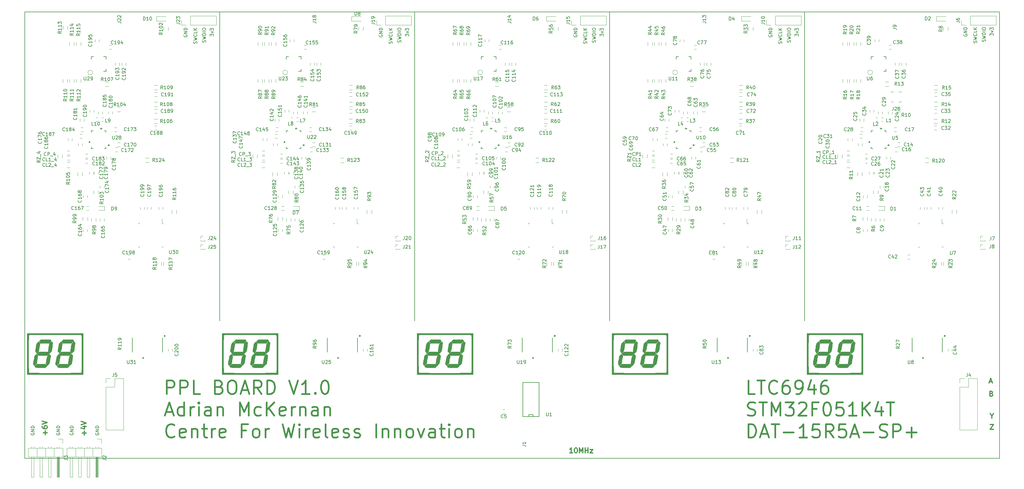
<source format=gbr>
%TF.GenerationSoftware,KiCad,Pcbnew,(5.1.5)-3*%
%TF.CreationDate,2020-04-08T11:38:32+01:00*%
%TF.ProjectId,PLL_v1,504c4c5f-7631-42e6-9b69-6361645f7063,rev?*%
%TF.SameCoordinates,Original*%
%TF.FileFunction,Legend,Top*%
%TF.FilePolarity,Positive*%
%FSLAX46Y46*%
G04 Gerber Fmt 4.6, Leading zero omitted, Abs format (unit mm)*
G04 Created by KiCad (PCBNEW (5.1.5)-3) date 2020-04-08 11:38:32*
%MOMM*%
%LPD*%
G04 APERTURE LIST*
%ADD10C,0.500000*%
%ADD11C,0.150000*%
%ADD12C,0.300000*%
%ADD13C,0.200000*%
%ADD14C,0.010000*%
%ADD15C,0.120000*%
%ADD16C,0.152400*%
%ADD17C,0.100000*%
G04 APERTURE END LIST*
D10*
X97277380Y-150309523D02*
X97277380Y-146309523D01*
X98801190Y-146309523D01*
X99182142Y-146500000D01*
X99372619Y-146690476D01*
X99563095Y-147071428D01*
X99563095Y-147642857D01*
X99372619Y-148023809D01*
X99182142Y-148214285D01*
X98801190Y-148404761D01*
X97277380Y-148404761D01*
X101277380Y-150309523D02*
X101277380Y-146309523D01*
X102801190Y-146309523D01*
X103182142Y-146500000D01*
X103372619Y-146690476D01*
X103563095Y-147071428D01*
X103563095Y-147642857D01*
X103372619Y-148023809D01*
X103182142Y-148214285D01*
X102801190Y-148404761D01*
X101277380Y-148404761D01*
X107182142Y-150309523D02*
X105277380Y-150309523D01*
X105277380Y-146309523D01*
X112896428Y-148214285D02*
X113467857Y-148404761D01*
X113658333Y-148595238D01*
X113848809Y-148976190D01*
X113848809Y-149547619D01*
X113658333Y-149928571D01*
X113467857Y-150119047D01*
X113086904Y-150309523D01*
X111563095Y-150309523D01*
X111563095Y-146309523D01*
X112896428Y-146309523D01*
X113277380Y-146500000D01*
X113467857Y-146690476D01*
X113658333Y-147071428D01*
X113658333Y-147452380D01*
X113467857Y-147833333D01*
X113277380Y-148023809D01*
X112896428Y-148214285D01*
X111563095Y-148214285D01*
X116325000Y-146309523D02*
X117086904Y-146309523D01*
X117467857Y-146500000D01*
X117848809Y-146880952D01*
X118039285Y-147642857D01*
X118039285Y-148976190D01*
X117848809Y-149738095D01*
X117467857Y-150119047D01*
X117086904Y-150309523D01*
X116325000Y-150309523D01*
X115944047Y-150119047D01*
X115563095Y-149738095D01*
X115372619Y-148976190D01*
X115372619Y-147642857D01*
X115563095Y-146880952D01*
X115944047Y-146500000D01*
X116325000Y-146309523D01*
X119563095Y-149166666D02*
X121467857Y-149166666D01*
X119182142Y-150309523D02*
X120515476Y-146309523D01*
X121848809Y-150309523D01*
X125467857Y-150309523D02*
X124134523Y-148404761D01*
X123182142Y-150309523D02*
X123182142Y-146309523D01*
X124705952Y-146309523D01*
X125086904Y-146500000D01*
X125277380Y-146690476D01*
X125467857Y-147071428D01*
X125467857Y-147642857D01*
X125277380Y-148023809D01*
X125086904Y-148214285D01*
X124705952Y-148404761D01*
X123182142Y-148404761D01*
X127182142Y-150309523D02*
X127182142Y-146309523D01*
X128134523Y-146309523D01*
X128705952Y-146500000D01*
X129086904Y-146880952D01*
X129277380Y-147261904D01*
X129467857Y-148023809D01*
X129467857Y-148595238D01*
X129277380Y-149357142D01*
X129086904Y-149738095D01*
X128705952Y-150119047D01*
X128134523Y-150309523D01*
X127182142Y-150309523D01*
X133658333Y-146309523D02*
X134991666Y-150309523D01*
X136325000Y-146309523D01*
X139753571Y-150309523D02*
X137467857Y-150309523D01*
X138610714Y-150309523D02*
X138610714Y-146309523D01*
X138229761Y-146880952D01*
X137848809Y-147261904D01*
X137467857Y-147452380D01*
X141467857Y-149928571D02*
X141658333Y-150119047D01*
X141467857Y-150309523D01*
X141277380Y-150119047D01*
X141467857Y-149928571D01*
X141467857Y-150309523D01*
X144134523Y-146309523D02*
X144515476Y-146309523D01*
X144896428Y-146500000D01*
X145086904Y-146690476D01*
X145277380Y-147071428D01*
X145467857Y-147833333D01*
X145467857Y-148785714D01*
X145277380Y-149547619D01*
X145086904Y-149928571D01*
X144896428Y-150119047D01*
X144515476Y-150309523D01*
X144134523Y-150309523D01*
X143753571Y-150119047D01*
X143563095Y-149928571D01*
X143372619Y-149547619D01*
X143182142Y-148785714D01*
X143182142Y-147833333D01*
X143372619Y-147071428D01*
X143563095Y-146690476D01*
X143753571Y-146500000D01*
X144134523Y-146309523D01*
X97086904Y-155666666D02*
X98991666Y-155666666D01*
X96705952Y-156809523D02*
X98039285Y-152809523D01*
X99372619Y-156809523D01*
X102420238Y-156809523D02*
X102420238Y-152809523D01*
X102420238Y-156619047D02*
X102039285Y-156809523D01*
X101277380Y-156809523D01*
X100896428Y-156619047D01*
X100705952Y-156428571D01*
X100515476Y-156047619D01*
X100515476Y-154904761D01*
X100705952Y-154523809D01*
X100896428Y-154333333D01*
X101277380Y-154142857D01*
X102039285Y-154142857D01*
X102420238Y-154333333D01*
X104325000Y-156809523D02*
X104325000Y-154142857D01*
X104325000Y-154904761D02*
X104515476Y-154523809D01*
X104705952Y-154333333D01*
X105086904Y-154142857D01*
X105467857Y-154142857D01*
X106801190Y-156809523D02*
X106801190Y-154142857D01*
X106801190Y-152809523D02*
X106610714Y-153000000D01*
X106801190Y-153190476D01*
X106991666Y-153000000D01*
X106801190Y-152809523D01*
X106801190Y-153190476D01*
X110420238Y-156809523D02*
X110420238Y-154714285D01*
X110229761Y-154333333D01*
X109848809Y-154142857D01*
X109086904Y-154142857D01*
X108705952Y-154333333D01*
X110420238Y-156619047D02*
X110039285Y-156809523D01*
X109086904Y-156809523D01*
X108705952Y-156619047D01*
X108515476Y-156238095D01*
X108515476Y-155857142D01*
X108705952Y-155476190D01*
X109086904Y-155285714D01*
X110039285Y-155285714D01*
X110420238Y-155095238D01*
X112325000Y-154142857D02*
X112325000Y-156809523D01*
X112325000Y-154523809D02*
X112515476Y-154333333D01*
X112896428Y-154142857D01*
X113467857Y-154142857D01*
X113848809Y-154333333D01*
X114039285Y-154714285D01*
X114039285Y-156809523D01*
X118991666Y-156809523D02*
X118991666Y-152809523D01*
X120325000Y-155666666D01*
X121658333Y-152809523D01*
X121658333Y-156809523D01*
X125277380Y-156619047D02*
X124896428Y-156809523D01*
X124134523Y-156809523D01*
X123753571Y-156619047D01*
X123563095Y-156428571D01*
X123372619Y-156047619D01*
X123372619Y-154904761D01*
X123563095Y-154523809D01*
X123753571Y-154333333D01*
X124134523Y-154142857D01*
X124896428Y-154142857D01*
X125277380Y-154333333D01*
X126991666Y-156809523D02*
X126991666Y-152809523D01*
X129277380Y-156809523D02*
X127563095Y-154523809D01*
X129277380Y-152809523D02*
X126991666Y-155095238D01*
X132515476Y-156619047D02*
X132134523Y-156809523D01*
X131372619Y-156809523D01*
X130991666Y-156619047D01*
X130801190Y-156238095D01*
X130801190Y-154714285D01*
X130991666Y-154333333D01*
X131372619Y-154142857D01*
X132134523Y-154142857D01*
X132515476Y-154333333D01*
X132705952Y-154714285D01*
X132705952Y-155095238D01*
X130801190Y-155476190D01*
X134420238Y-156809523D02*
X134420238Y-154142857D01*
X134420238Y-154904761D02*
X134610714Y-154523809D01*
X134801190Y-154333333D01*
X135182142Y-154142857D01*
X135563095Y-154142857D01*
X136896428Y-154142857D02*
X136896428Y-156809523D01*
X136896428Y-154523809D02*
X137086904Y-154333333D01*
X137467857Y-154142857D01*
X138039285Y-154142857D01*
X138420238Y-154333333D01*
X138610714Y-154714285D01*
X138610714Y-156809523D01*
X142229761Y-156809523D02*
X142229761Y-154714285D01*
X142039285Y-154333333D01*
X141658333Y-154142857D01*
X140896428Y-154142857D01*
X140515476Y-154333333D01*
X142229761Y-156619047D02*
X141848809Y-156809523D01*
X140896428Y-156809523D01*
X140515476Y-156619047D01*
X140325000Y-156238095D01*
X140325000Y-155857142D01*
X140515476Y-155476190D01*
X140896428Y-155285714D01*
X141848809Y-155285714D01*
X142229761Y-155095238D01*
X144134523Y-154142857D02*
X144134523Y-156809523D01*
X144134523Y-154523809D02*
X144325000Y-154333333D01*
X144705952Y-154142857D01*
X145277380Y-154142857D01*
X145658333Y-154333333D01*
X145848809Y-154714285D01*
X145848809Y-156809523D01*
X99563095Y-162928571D02*
X99372619Y-163119047D01*
X98801190Y-163309523D01*
X98420238Y-163309523D01*
X97848809Y-163119047D01*
X97467857Y-162738095D01*
X97277380Y-162357142D01*
X97086904Y-161595238D01*
X97086904Y-161023809D01*
X97277380Y-160261904D01*
X97467857Y-159880952D01*
X97848809Y-159500000D01*
X98420238Y-159309523D01*
X98801190Y-159309523D01*
X99372619Y-159500000D01*
X99563095Y-159690476D01*
X102801190Y-163119047D02*
X102420238Y-163309523D01*
X101658333Y-163309523D01*
X101277380Y-163119047D01*
X101086904Y-162738095D01*
X101086904Y-161214285D01*
X101277380Y-160833333D01*
X101658333Y-160642857D01*
X102420238Y-160642857D01*
X102801190Y-160833333D01*
X102991666Y-161214285D01*
X102991666Y-161595238D01*
X101086904Y-161976190D01*
X104705952Y-160642857D02*
X104705952Y-163309523D01*
X104705952Y-161023809D02*
X104896428Y-160833333D01*
X105277380Y-160642857D01*
X105848809Y-160642857D01*
X106229761Y-160833333D01*
X106420238Y-161214285D01*
X106420238Y-163309523D01*
X107753571Y-160642857D02*
X109277380Y-160642857D01*
X108325000Y-159309523D02*
X108325000Y-162738095D01*
X108515476Y-163119047D01*
X108896428Y-163309523D01*
X109277380Y-163309523D01*
X110610714Y-163309523D02*
X110610714Y-160642857D01*
X110610714Y-161404761D02*
X110801190Y-161023809D01*
X110991666Y-160833333D01*
X111372619Y-160642857D01*
X111753571Y-160642857D01*
X114610714Y-163119047D02*
X114229761Y-163309523D01*
X113467857Y-163309523D01*
X113086904Y-163119047D01*
X112896428Y-162738095D01*
X112896428Y-161214285D01*
X113086904Y-160833333D01*
X113467857Y-160642857D01*
X114229761Y-160642857D01*
X114610714Y-160833333D01*
X114801190Y-161214285D01*
X114801190Y-161595238D01*
X112896428Y-161976190D01*
X120896428Y-161214285D02*
X119563095Y-161214285D01*
X119563095Y-163309523D02*
X119563095Y-159309523D01*
X121467857Y-159309523D01*
X123563095Y-163309523D02*
X123182142Y-163119047D01*
X122991666Y-162928571D01*
X122801190Y-162547619D01*
X122801190Y-161404761D01*
X122991666Y-161023809D01*
X123182142Y-160833333D01*
X123563095Y-160642857D01*
X124134523Y-160642857D01*
X124515476Y-160833333D01*
X124705952Y-161023809D01*
X124896428Y-161404761D01*
X124896428Y-162547619D01*
X124705952Y-162928571D01*
X124515476Y-163119047D01*
X124134523Y-163309523D01*
X123563095Y-163309523D01*
X126610714Y-163309523D02*
X126610714Y-160642857D01*
X126610714Y-161404761D02*
X126801190Y-161023809D01*
X126991666Y-160833333D01*
X127372619Y-160642857D01*
X127753571Y-160642857D01*
X131753571Y-159309523D02*
X132705952Y-163309523D01*
X133467857Y-160452380D01*
X134229761Y-163309523D01*
X135182142Y-159309523D01*
X136705952Y-163309523D02*
X136705952Y-160642857D01*
X136705952Y-159309523D02*
X136515476Y-159500000D01*
X136705952Y-159690476D01*
X136896428Y-159500000D01*
X136705952Y-159309523D01*
X136705952Y-159690476D01*
X138610714Y-163309523D02*
X138610714Y-160642857D01*
X138610714Y-161404761D02*
X138801190Y-161023809D01*
X138991666Y-160833333D01*
X139372619Y-160642857D01*
X139753571Y-160642857D01*
X142610714Y-163119047D02*
X142229761Y-163309523D01*
X141467857Y-163309523D01*
X141086904Y-163119047D01*
X140896428Y-162738095D01*
X140896428Y-161214285D01*
X141086904Y-160833333D01*
X141467857Y-160642857D01*
X142229761Y-160642857D01*
X142610714Y-160833333D01*
X142801190Y-161214285D01*
X142801190Y-161595238D01*
X140896428Y-161976190D01*
X145086904Y-163309523D02*
X144705952Y-163119047D01*
X144515476Y-162738095D01*
X144515476Y-159309523D01*
X148134523Y-163119047D02*
X147753571Y-163309523D01*
X146991666Y-163309523D01*
X146610714Y-163119047D01*
X146420238Y-162738095D01*
X146420238Y-161214285D01*
X146610714Y-160833333D01*
X146991666Y-160642857D01*
X147753571Y-160642857D01*
X148134523Y-160833333D01*
X148325000Y-161214285D01*
X148325000Y-161595238D01*
X146420238Y-161976190D01*
X149848809Y-163119047D02*
X150229761Y-163309523D01*
X150991666Y-163309523D01*
X151372619Y-163119047D01*
X151563095Y-162738095D01*
X151563095Y-162547619D01*
X151372619Y-162166666D01*
X150991666Y-161976190D01*
X150420238Y-161976190D01*
X150039285Y-161785714D01*
X149848809Y-161404761D01*
X149848809Y-161214285D01*
X150039285Y-160833333D01*
X150420238Y-160642857D01*
X150991666Y-160642857D01*
X151372619Y-160833333D01*
X153086904Y-163119047D02*
X153467857Y-163309523D01*
X154229761Y-163309523D01*
X154610714Y-163119047D01*
X154801190Y-162738095D01*
X154801190Y-162547619D01*
X154610714Y-162166666D01*
X154229761Y-161976190D01*
X153658333Y-161976190D01*
X153277380Y-161785714D01*
X153086904Y-161404761D01*
X153086904Y-161214285D01*
X153277380Y-160833333D01*
X153658333Y-160642857D01*
X154229761Y-160642857D01*
X154610714Y-160833333D01*
X159563095Y-163309523D02*
X159563095Y-159309523D01*
X161467857Y-160642857D02*
X161467857Y-163309523D01*
X161467857Y-161023809D02*
X161658333Y-160833333D01*
X162039285Y-160642857D01*
X162610714Y-160642857D01*
X162991666Y-160833333D01*
X163182142Y-161214285D01*
X163182142Y-163309523D01*
X165086904Y-160642857D02*
X165086904Y-163309523D01*
X165086904Y-161023809D02*
X165277380Y-160833333D01*
X165658333Y-160642857D01*
X166229761Y-160642857D01*
X166610714Y-160833333D01*
X166801190Y-161214285D01*
X166801190Y-163309523D01*
X169277380Y-163309523D02*
X168896428Y-163119047D01*
X168705952Y-162928571D01*
X168515476Y-162547619D01*
X168515476Y-161404761D01*
X168705952Y-161023809D01*
X168896428Y-160833333D01*
X169277380Y-160642857D01*
X169848809Y-160642857D01*
X170229761Y-160833333D01*
X170420238Y-161023809D01*
X170610714Y-161404761D01*
X170610714Y-162547619D01*
X170420238Y-162928571D01*
X170229761Y-163119047D01*
X169848809Y-163309523D01*
X169277380Y-163309523D01*
X171944047Y-160642857D02*
X172896428Y-163309523D01*
X173848809Y-160642857D01*
X177086904Y-163309523D02*
X177086904Y-161214285D01*
X176896428Y-160833333D01*
X176515476Y-160642857D01*
X175753571Y-160642857D01*
X175372619Y-160833333D01*
X177086904Y-163119047D02*
X176705952Y-163309523D01*
X175753571Y-163309523D01*
X175372619Y-163119047D01*
X175182142Y-162738095D01*
X175182142Y-162357142D01*
X175372619Y-161976190D01*
X175753571Y-161785714D01*
X176705952Y-161785714D01*
X177086904Y-161595238D01*
X178420238Y-160642857D02*
X179944047Y-160642857D01*
X178991666Y-159309523D02*
X178991666Y-162738095D01*
X179182142Y-163119047D01*
X179563095Y-163309523D01*
X179944047Y-163309523D01*
X181277380Y-163309523D02*
X181277380Y-160642857D01*
X181277380Y-159309523D02*
X181086904Y-159500000D01*
X181277380Y-159690476D01*
X181467857Y-159500000D01*
X181277380Y-159309523D01*
X181277380Y-159690476D01*
X183753571Y-163309523D02*
X183372619Y-163119047D01*
X183182142Y-162928571D01*
X182991666Y-162547619D01*
X182991666Y-161404761D01*
X183182142Y-161023809D01*
X183372619Y-160833333D01*
X183753571Y-160642857D01*
X184324999Y-160642857D01*
X184705952Y-160833333D01*
X184896428Y-161023809D01*
X185086904Y-161404761D01*
X185086904Y-162547619D01*
X184896428Y-162928571D01*
X184705952Y-163119047D01*
X184324999Y-163309523D01*
X183753571Y-163309523D01*
X186801190Y-160642857D02*
X186801190Y-163309523D01*
X186801190Y-161023809D02*
X186991666Y-160833333D01*
X187372619Y-160642857D01*
X187944047Y-160642857D01*
X188324999Y-160833333D01*
X188515476Y-161214285D01*
X188515476Y-163309523D01*
X272182142Y-150309523D02*
X270277380Y-150309523D01*
X270277380Y-146309523D01*
X272944047Y-146309523D02*
X275229761Y-146309523D01*
X274086904Y-150309523D02*
X274086904Y-146309523D01*
X278848809Y-149928571D02*
X278658333Y-150119047D01*
X278086904Y-150309523D01*
X277705952Y-150309523D01*
X277134523Y-150119047D01*
X276753571Y-149738095D01*
X276563095Y-149357142D01*
X276372619Y-148595238D01*
X276372619Y-148023809D01*
X276563095Y-147261904D01*
X276753571Y-146880952D01*
X277134523Y-146500000D01*
X277705952Y-146309523D01*
X278086904Y-146309523D01*
X278658333Y-146500000D01*
X278848809Y-146690476D01*
X282277380Y-146309523D02*
X281515476Y-146309523D01*
X281134523Y-146500000D01*
X280944047Y-146690476D01*
X280563095Y-147261904D01*
X280372619Y-148023809D01*
X280372619Y-149547619D01*
X280563095Y-149928571D01*
X280753571Y-150119047D01*
X281134523Y-150309523D01*
X281896428Y-150309523D01*
X282277380Y-150119047D01*
X282467857Y-149928571D01*
X282658333Y-149547619D01*
X282658333Y-148595238D01*
X282467857Y-148214285D01*
X282277380Y-148023809D01*
X281896428Y-147833333D01*
X281134523Y-147833333D01*
X280753571Y-148023809D01*
X280563095Y-148214285D01*
X280372619Y-148595238D01*
X284563095Y-150309523D02*
X285325000Y-150309523D01*
X285705952Y-150119047D01*
X285896428Y-149928571D01*
X286277380Y-149357142D01*
X286467857Y-148595238D01*
X286467857Y-147071428D01*
X286277380Y-146690476D01*
X286086904Y-146500000D01*
X285705952Y-146309523D01*
X284944047Y-146309523D01*
X284563095Y-146500000D01*
X284372619Y-146690476D01*
X284182142Y-147071428D01*
X284182142Y-148023809D01*
X284372619Y-148404761D01*
X284563095Y-148595238D01*
X284944047Y-148785714D01*
X285705952Y-148785714D01*
X286086904Y-148595238D01*
X286277380Y-148404761D01*
X286467857Y-148023809D01*
X289896428Y-147642857D02*
X289896428Y-150309523D01*
X288944047Y-146119047D02*
X287991666Y-148976190D01*
X290467857Y-148976190D01*
X293705952Y-146309523D02*
X292944047Y-146309523D01*
X292563095Y-146500000D01*
X292372619Y-146690476D01*
X291991666Y-147261904D01*
X291801190Y-148023809D01*
X291801190Y-149547619D01*
X291991666Y-149928571D01*
X292182142Y-150119047D01*
X292563095Y-150309523D01*
X293325000Y-150309523D01*
X293705952Y-150119047D01*
X293896428Y-149928571D01*
X294086904Y-149547619D01*
X294086904Y-148595238D01*
X293896428Y-148214285D01*
X293705952Y-148023809D01*
X293325000Y-147833333D01*
X292563095Y-147833333D01*
X292182142Y-148023809D01*
X291991666Y-148214285D01*
X291801190Y-148595238D01*
X270086904Y-156619047D02*
X270658333Y-156809523D01*
X271610714Y-156809523D01*
X271991666Y-156619047D01*
X272182142Y-156428571D01*
X272372619Y-156047619D01*
X272372619Y-155666666D01*
X272182142Y-155285714D01*
X271991666Y-155095238D01*
X271610714Y-154904761D01*
X270848809Y-154714285D01*
X270467857Y-154523809D01*
X270277380Y-154333333D01*
X270086904Y-153952380D01*
X270086904Y-153571428D01*
X270277380Y-153190476D01*
X270467857Y-153000000D01*
X270848809Y-152809523D01*
X271801190Y-152809523D01*
X272372619Y-153000000D01*
X273515476Y-152809523D02*
X275801190Y-152809523D01*
X274658333Y-156809523D02*
X274658333Y-152809523D01*
X277134523Y-156809523D02*
X277134523Y-152809523D01*
X278467857Y-155666666D01*
X279801190Y-152809523D01*
X279801190Y-156809523D01*
X281325000Y-152809523D02*
X283801190Y-152809523D01*
X282467857Y-154333333D01*
X283039285Y-154333333D01*
X283420238Y-154523809D01*
X283610714Y-154714285D01*
X283801190Y-155095238D01*
X283801190Y-156047619D01*
X283610714Y-156428571D01*
X283420238Y-156619047D01*
X283039285Y-156809523D01*
X281896428Y-156809523D01*
X281515476Y-156619047D01*
X281325000Y-156428571D01*
X285325000Y-153190476D02*
X285515476Y-153000000D01*
X285896428Y-152809523D01*
X286848809Y-152809523D01*
X287229761Y-153000000D01*
X287420238Y-153190476D01*
X287610714Y-153571428D01*
X287610714Y-153952380D01*
X287420238Y-154523809D01*
X285134523Y-156809523D01*
X287610714Y-156809523D01*
X290658333Y-154714285D02*
X289325000Y-154714285D01*
X289325000Y-156809523D02*
X289325000Y-152809523D01*
X291229761Y-152809523D01*
X293515476Y-152809523D02*
X293896428Y-152809523D01*
X294277380Y-153000000D01*
X294467857Y-153190476D01*
X294658333Y-153571428D01*
X294848809Y-154333333D01*
X294848809Y-155285714D01*
X294658333Y-156047619D01*
X294467857Y-156428571D01*
X294277380Y-156619047D01*
X293896428Y-156809523D01*
X293515476Y-156809523D01*
X293134523Y-156619047D01*
X292944047Y-156428571D01*
X292753571Y-156047619D01*
X292563095Y-155285714D01*
X292563095Y-154333333D01*
X292753571Y-153571428D01*
X292944047Y-153190476D01*
X293134523Y-153000000D01*
X293515476Y-152809523D01*
X298467857Y-152809523D02*
X296563095Y-152809523D01*
X296372619Y-154714285D01*
X296563095Y-154523809D01*
X296944047Y-154333333D01*
X297896428Y-154333333D01*
X298277380Y-154523809D01*
X298467857Y-154714285D01*
X298658333Y-155095238D01*
X298658333Y-156047619D01*
X298467857Y-156428571D01*
X298277380Y-156619047D01*
X297896428Y-156809523D01*
X296944047Y-156809523D01*
X296563095Y-156619047D01*
X296372619Y-156428571D01*
X302467857Y-156809523D02*
X300182142Y-156809523D01*
X301325000Y-156809523D02*
X301325000Y-152809523D01*
X300944047Y-153380952D01*
X300563095Y-153761904D01*
X300182142Y-153952380D01*
X304182142Y-156809523D02*
X304182142Y-152809523D01*
X306467857Y-156809523D02*
X304753571Y-154523809D01*
X306467857Y-152809523D02*
X304182142Y-155095238D01*
X309896428Y-154142857D02*
X309896428Y-156809523D01*
X308944047Y-152619047D02*
X307991666Y-155476190D01*
X310467857Y-155476190D01*
X311420238Y-152809523D02*
X313705952Y-152809523D01*
X312563095Y-156809523D02*
X312563095Y-152809523D01*
X270277380Y-163309523D02*
X270277380Y-159309523D01*
X271229761Y-159309523D01*
X271801190Y-159500000D01*
X272182142Y-159880952D01*
X272372619Y-160261904D01*
X272563095Y-161023809D01*
X272563095Y-161595238D01*
X272372619Y-162357142D01*
X272182142Y-162738095D01*
X271801190Y-163119047D01*
X271229761Y-163309523D01*
X270277380Y-163309523D01*
X274086904Y-162166666D02*
X275991666Y-162166666D01*
X273705952Y-163309523D02*
X275039285Y-159309523D01*
X276372619Y-163309523D01*
X277134523Y-159309523D02*
X279420238Y-159309523D01*
X278277380Y-163309523D02*
X278277380Y-159309523D01*
X280753571Y-161785714D02*
X283801190Y-161785714D01*
X287801190Y-163309523D02*
X285515476Y-163309523D01*
X286658333Y-163309523D02*
X286658333Y-159309523D01*
X286277380Y-159880952D01*
X285896428Y-160261904D01*
X285515476Y-160452380D01*
X291420238Y-159309523D02*
X289515476Y-159309523D01*
X289325000Y-161214285D01*
X289515476Y-161023809D01*
X289896428Y-160833333D01*
X290848809Y-160833333D01*
X291229761Y-161023809D01*
X291420238Y-161214285D01*
X291610714Y-161595238D01*
X291610714Y-162547619D01*
X291420238Y-162928571D01*
X291229761Y-163119047D01*
X290848809Y-163309523D01*
X289896428Y-163309523D01*
X289515476Y-163119047D01*
X289325000Y-162928571D01*
X295610714Y-163309523D02*
X294277380Y-161404761D01*
X293325000Y-163309523D02*
X293325000Y-159309523D01*
X294848809Y-159309523D01*
X295229761Y-159500000D01*
X295420238Y-159690476D01*
X295610714Y-160071428D01*
X295610714Y-160642857D01*
X295420238Y-161023809D01*
X295229761Y-161214285D01*
X294848809Y-161404761D01*
X293325000Y-161404761D01*
X299229761Y-159309523D02*
X297325000Y-159309523D01*
X297134523Y-161214285D01*
X297325000Y-161023809D01*
X297705952Y-160833333D01*
X298658333Y-160833333D01*
X299039285Y-161023809D01*
X299229761Y-161214285D01*
X299420238Y-161595238D01*
X299420238Y-162547619D01*
X299229761Y-162928571D01*
X299039285Y-163119047D01*
X298658333Y-163309523D01*
X297705952Y-163309523D01*
X297325000Y-163119047D01*
X297134523Y-162928571D01*
X300944047Y-162166666D02*
X302848809Y-162166666D01*
X300563095Y-163309523D02*
X301896428Y-159309523D01*
X303229761Y-163309523D01*
X304563095Y-161785714D02*
X307610714Y-161785714D01*
X309325000Y-163119047D02*
X309896428Y-163309523D01*
X310848809Y-163309523D01*
X311229761Y-163119047D01*
X311420238Y-162928571D01*
X311610714Y-162547619D01*
X311610714Y-162166666D01*
X311420238Y-161785714D01*
X311229761Y-161595238D01*
X310848809Y-161404761D01*
X310086904Y-161214285D01*
X309705952Y-161023809D01*
X309515476Y-160833333D01*
X309325000Y-160452380D01*
X309325000Y-160071428D01*
X309515476Y-159690476D01*
X309705952Y-159500000D01*
X310086904Y-159309523D01*
X311039285Y-159309523D01*
X311610714Y-159500000D01*
X313325000Y-163309523D02*
X313325000Y-159309523D01*
X314848809Y-159309523D01*
X315229761Y-159500000D01*
X315420238Y-159690476D01*
X315610714Y-160071428D01*
X315610714Y-160642857D01*
X315420238Y-161023809D01*
X315229761Y-161214285D01*
X314848809Y-161404761D01*
X313325000Y-161404761D01*
X317325000Y-161785714D02*
X320372619Y-161785714D01*
X318848809Y-163309523D02*
X318848809Y-160261904D01*
D11*
X76100000Y-161961904D02*
X76052380Y-162057142D01*
X76052380Y-162200000D01*
X76100000Y-162342857D01*
X76195238Y-162438095D01*
X76290476Y-162485714D01*
X76480952Y-162533333D01*
X76623809Y-162533333D01*
X76814285Y-162485714D01*
X76909523Y-162438095D01*
X77004761Y-162342857D01*
X77052380Y-162200000D01*
X77052380Y-162104761D01*
X77004761Y-161961904D01*
X76957142Y-161914285D01*
X76623809Y-161914285D01*
X76623809Y-162104761D01*
X77052380Y-161485714D02*
X76052380Y-161485714D01*
X77052380Y-160914285D01*
X76052380Y-160914285D01*
X77052380Y-160438095D02*
X76052380Y-160438095D01*
X76052380Y-160200000D01*
X76100000Y-160057142D01*
X76195238Y-159961904D01*
X76290476Y-159914285D01*
X76480952Y-159866666D01*
X76623809Y-159866666D01*
X76814285Y-159914285D01*
X76909523Y-159961904D01*
X77004761Y-160057142D01*
X77052380Y-160200000D01*
X77052380Y-160438095D01*
X68500000Y-161961904D02*
X68452380Y-162057142D01*
X68452380Y-162200000D01*
X68500000Y-162342857D01*
X68595238Y-162438095D01*
X68690476Y-162485714D01*
X68880952Y-162533333D01*
X69023809Y-162533333D01*
X69214285Y-162485714D01*
X69309523Y-162438095D01*
X69404761Y-162342857D01*
X69452380Y-162200000D01*
X69452380Y-162104761D01*
X69404761Y-161961904D01*
X69357142Y-161914285D01*
X69023809Y-161914285D01*
X69023809Y-162104761D01*
X69452380Y-161485714D02*
X68452380Y-161485714D01*
X69452380Y-160914285D01*
X68452380Y-160914285D01*
X69452380Y-160438095D02*
X68452380Y-160438095D01*
X68452380Y-160200000D01*
X68500000Y-160057142D01*
X68595238Y-159961904D01*
X68690476Y-159914285D01*
X68880952Y-159866666D01*
X69023809Y-159866666D01*
X69214285Y-159914285D01*
X69309523Y-159961904D01*
X69404761Y-160057142D01*
X69452380Y-160200000D01*
X69452380Y-160438095D01*
X56900000Y-161961904D02*
X56852380Y-162057142D01*
X56852380Y-162200000D01*
X56900000Y-162342857D01*
X56995238Y-162438095D01*
X57090476Y-162485714D01*
X57280952Y-162533333D01*
X57423809Y-162533333D01*
X57614285Y-162485714D01*
X57709523Y-162438095D01*
X57804761Y-162342857D01*
X57852380Y-162200000D01*
X57852380Y-162104761D01*
X57804761Y-161961904D01*
X57757142Y-161914285D01*
X57423809Y-161914285D01*
X57423809Y-162104761D01*
X57852380Y-161485714D02*
X56852380Y-161485714D01*
X57852380Y-160914285D01*
X56852380Y-160914285D01*
X57852380Y-160438095D02*
X56852380Y-160438095D01*
X56852380Y-160200000D01*
X56900000Y-160057142D01*
X56995238Y-159961904D01*
X57090476Y-159914285D01*
X57280952Y-159866666D01*
X57423809Y-159866666D01*
X57614285Y-159914285D01*
X57709523Y-159961904D01*
X57804761Y-160057142D01*
X57852380Y-160200000D01*
X57852380Y-160438095D01*
X64500000Y-161961904D02*
X64452380Y-162057142D01*
X64452380Y-162200000D01*
X64500000Y-162342857D01*
X64595238Y-162438095D01*
X64690476Y-162485714D01*
X64880952Y-162533333D01*
X65023809Y-162533333D01*
X65214285Y-162485714D01*
X65309523Y-162438095D01*
X65404761Y-162342857D01*
X65452380Y-162200000D01*
X65452380Y-162104761D01*
X65404761Y-161961904D01*
X65357142Y-161914285D01*
X65023809Y-161914285D01*
X65023809Y-162104761D01*
X65452380Y-161485714D02*
X64452380Y-161485714D01*
X65452380Y-160914285D01*
X64452380Y-160914285D01*
X65452380Y-160438095D02*
X64452380Y-160438095D01*
X64452380Y-160200000D01*
X64500000Y-160057142D01*
X64595238Y-159961904D01*
X64690476Y-159914285D01*
X64880952Y-159866666D01*
X65023809Y-159866666D01*
X65214285Y-159914285D01*
X65309523Y-159961904D01*
X65404761Y-160057142D01*
X65452380Y-160200000D01*
X65452380Y-160438095D01*
X106204761Y-45861904D02*
X106252380Y-45719047D01*
X106252380Y-45480952D01*
X106204761Y-45385714D01*
X106157142Y-45338095D01*
X106061904Y-45290476D01*
X105966666Y-45290476D01*
X105871428Y-45338095D01*
X105823809Y-45385714D01*
X105776190Y-45480952D01*
X105728571Y-45671428D01*
X105680952Y-45766666D01*
X105633333Y-45814285D01*
X105538095Y-45861904D01*
X105442857Y-45861904D01*
X105347619Y-45814285D01*
X105300000Y-45766666D01*
X105252380Y-45671428D01*
X105252380Y-45433333D01*
X105300000Y-45290476D01*
X105252380Y-44957142D02*
X106252380Y-44719047D01*
X105538095Y-44528571D01*
X106252380Y-44338095D01*
X105252380Y-44100000D01*
X106157142Y-43147619D02*
X106204761Y-43195238D01*
X106252380Y-43338095D01*
X106252380Y-43433333D01*
X106204761Y-43576190D01*
X106109523Y-43671428D01*
X106014285Y-43719047D01*
X105823809Y-43766666D01*
X105680952Y-43766666D01*
X105490476Y-43719047D01*
X105395238Y-43671428D01*
X105300000Y-43576190D01*
X105252380Y-43433333D01*
X105252380Y-43338095D01*
X105300000Y-43195238D01*
X105347619Y-43147619D01*
X106252380Y-42242857D02*
X106252380Y-42719047D01*
X105252380Y-42719047D01*
X106252380Y-41909523D02*
X105252380Y-41909523D01*
X106252380Y-41338095D02*
X105680952Y-41766666D01*
X105252380Y-41338095D02*
X105823809Y-41909523D01*
X110152380Y-43690476D02*
X110152380Y-43071428D01*
X110533333Y-43404761D01*
X110533333Y-43261904D01*
X110580952Y-43166666D01*
X110628571Y-43119047D01*
X110723809Y-43071428D01*
X110961904Y-43071428D01*
X111057142Y-43119047D01*
X111104761Y-43166666D01*
X111152380Y-43261904D01*
X111152380Y-43547619D01*
X111104761Y-43642857D01*
X111057142Y-43690476D01*
X110485714Y-42738095D02*
X111152380Y-42500000D01*
X110485714Y-42261904D01*
X110152380Y-41976190D02*
X110152380Y-41357142D01*
X110533333Y-41690476D01*
X110533333Y-41547619D01*
X110580952Y-41452380D01*
X110628571Y-41404761D01*
X110723809Y-41357142D01*
X110961904Y-41357142D01*
X111057142Y-41404761D01*
X111104761Y-41452380D01*
X111152380Y-41547619D01*
X111152380Y-41833333D01*
X111104761Y-41928571D01*
X111057142Y-41976190D01*
X102400000Y-43361904D02*
X102352380Y-43457142D01*
X102352380Y-43600000D01*
X102400000Y-43742857D01*
X102495238Y-43838095D01*
X102590476Y-43885714D01*
X102780952Y-43933333D01*
X102923809Y-43933333D01*
X103114285Y-43885714D01*
X103209523Y-43838095D01*
X103304761Y-43742857D01*
X103352380Y-43600000D01*
X103352380Y-43504761D01*
X103304761Y-43361904D01*
X103257142Y-43314285D01*
X102923809Y-43314285D01*
X102923809Y-43504761D01*
X103352380Y-42885714D02*
X102352380Y-42885714D01*
X103352380Y-42314285D01*
X102352380Y-42314285D01*
X103352380Y-41838095D02*
X102352380Y-41838095D01*
X102352380Y-41600000D01*
X102400000Y-41457142D01*
X102495238Y-41361904D01*
X102590476Y-41314285D01*
X102780952Y-41266666D01*
X102923809Y-41266666D01*
X103114285Y-41314285D01*
X103209523Y-41361904D01*
X103304761Y-41457142D01*
X103352380Y-41600000D01*
X103352380Y-41838095D01*
X108804761Y-45519047D02*
X108852380Y-45376190D01*
X108852380Y-45138095D01*
X108804761Y-45042857D01*
X108757142Y-44995238D01*
X108661904Y-44947619D01*
X108566666Y-44947619D01*
X108471428Y-44995238D01*
X108423809Y-45042857D01*
X108376190Y-45138095D01*
X108328571Y-45328571D01*
X108280952Y-45423809D01*
X108233333Y-45471428D01*
X108138095Y-45519047D01*
X108042857Y-45519047D01*
X107947619Y-45471428D01*
X107900000Y-45423809D01*
X107852380Y-45328571D01*
X107852380Y-45090476D01*
X107900000Y-44947619D01*
X107852380Y-44614285D02*
X108852380Y-44376190D01*
X108138095Y-44185714D01*
X108852380Y-43995238D01*
X107852380Y-43757142D01*
X108852380Y-43376190D02*
X107852380Y-43376190D01*
X107852380Y-43138095D01*
X107900000Y-42995238D01*
X107995238Y-42900000D01*
X108090476Y-42852380D01*
X108280952Y-42804761D01*
X108423809Y-42804761D01*
X108614285Y-42852380D01*
X108709523Y-42900000D01*
X108804761Y-42995238D01*
X108852380Y-43138095D01*
X108852380Y-43376190D01*
X108852380Y-42376190D02*
X107852380Y-42376190D01*
X107852380Y-41709523D02*
X107852380Y-41519047D01*
X107900000Y-41423809D01*
X107995238Y-41328571D01*
X108185714Y-41280952D01*
X108519047Y-41280952D01*
X108709523Y-41328571D01*
X108804761Y-41423809D01*
X108852380Y-41519047D01*
X108852380Y-41709523D01*
X108804761Y-41804761D01*
X108709523Y-41900000D01*
X108519047Y-41947619D01*
X108185714Y-41947619D01*
X107995238Y-41900000D01*
X107900000Y-41804761D01*
X107852380Y-41709523D01*
X164304761Y-45861904D02*
X164352380Y-45719047D01*
X164352380Y-45480952D01*
X164304761Y-45385714D01*
X164257142Y-45338095D01*
X164161904Y-45290476D01*
X164066666Y-45290476D01*
X163971428Y-45338095D01*
X163923809Y-45385714D01*
X163876190Y-45480952D01*
X163828571Y-45671428D01*
X163780952Y-45766666D01*
X163733333Y-45814285D01*
X163638095Y-45861904D01*
X163542857Y-45861904D01*
X163447619Y-45814285D01*
X163400000Y-45766666D01*
X163352380Y-45671428D01*
X163352380Y-45433333D01*
X163400000Y-45290476D01*
X163352380Y-44957142D02*
X164352380Y-44719047D01*
X163638095Y-44528571D01*
X164352380Y-44338095D01*
X163352380Y-44100000D01*
X164257142Y-43147619D02*
X164304761Y-43195238D01*
X164352380Y-43338095D01*
X164352380Y-43433333D01*
X164304761Y-43576190D01*
X164209523Y-43671428D01*
X164114285Y-43719047D01*
X163923809Y-43766666D01*
X163780952Y-43766666D01*
X163590476Y-43719047D01*
X163495238Y-43671428D01*
X163400000Y-43576190D01*
X163352380Y-43433333D01*
X163352380Y-43338095D01*
X163400000Y-43195238D01*
X163447619Y-43147619D01*
X164352380Y-42242857D02*
X164352380Y-42719047D01*
X163352380Y-42719047D01*
X164352380Y-41909523D02*
X163352380Y-41909523D01*
X164352380Y-41338095D02*
X163780952Y-41766666D01*
X163352380Y-41338095D02*
X163923809Y-41909523D01*
X168252380Y-43690476D02*
X168252380Y-43071428D01*
X168633333Y-43404761D01*
X168633333Y-43261904D01*
X168680952Y-43166666D01*
X168728571Y-43119047D01*
X168823809Y-43071428D01*
X169061904Y-43071428D01*
X169157142Y-43119047D01*
X169204761Y-43166666D01*
X169252380Y-43261904D01*
X169252380Y-43547619D01*
X169204761Y-43642857D01*
X169157142Y-43690476D01*
X168585714Y-42738095D02*
X169252380Y-42500000D01*
X168585714Y-42261904D01*
X168252380Y-41976190D02*
X168252380Y-41357142D01*
X168633333Y-41690476D01*
X168633333Y-41547619D01*
X168680952Y-41452380D01*
X168728571Y-41404761D01*
X168823809Y-41357142D01*
X169061904Y-41357142D01*
X169157142Y-41404761D01*
X169204761Y-41452380D01*
X169252380Y-41547619D01*
X169252380Y-41833333D01*
X169204761Y-41928571D01*
X169157142Y-41976190D01*
X160500000Y-43361904D02*
X160452380Y-43457142D01*
X160452380Y-43600000D01*
X160500000Y-43742857D01*
X160595238Y-43838095D01*
X160690476Y-43885714D01*
X160880952Y-43933333D01*
X161023809Y-43933333D01*
X161214285Y-43885714D01*
X161309523Y-43838095D01*
X161404761Y-43742857D01*
X161452380Y-43600000D01*
X161452380Y-43504761D01*
X161404761Y-43361904D01*
X161357142Y-43314285D01*
X161023809Y-43314285D01*
X161023809Y-43504761D01*
X161452380Y-42885714D02*
X160452380Y-42885714D01*
X161452380Y-42314285D01*
X160452380Y-42314285D01*
X161452380Y-41838095D02*
X160452380Y-41838095D01*
X160452380Y-41600000D01*
X160500000Y-41457142D01*
X160595238Y-41361904D01*
X160690476Y-41314285D01*
X160880952Y-41266666D01*
X161023809Y-41266666D01*
X161214285Y-41314285D01*
X161309523Y-41361904D01*
X161404761Y-41457142D01*
X161452380Y-41600000D01*
X161452380Y-41838095D01*
X166904761Y-45519047D02*
X166952380Y-45376190D01*
X166952380Y-45138095D01*
X166904761Y-45042857D01*
X166857142Y-44995238D01*
X166761904Y-44947619D01*
X166666666Y-44947619D01*
X166571428Y-44995238D01*
X166523809Y-45042857D01*
X166476190Y-45138095D01*
X166428571Y-45328571D01*
X166380952Y-45423809D01*
X166333333Y-45471428D01*
X166238095Y-45519047D01*
X166142857Y-45519047D01*
X166047619Y-45471428D01*
X166000000Y-45423809D01*
X165952380Y-45328571D01*
X165952380Y-45090476D01*
X166000000Y-44947619D01*
X165952380Y-44614285D02*
X166952380Y-44376190D01*
X166238095Y-44185714D01*
X166952380Y-43995238D01*
X165952380Y-43757142D01*
X166952380Y-43376190D02*
X165952380Y-43376190D01*
X165952380Y-43138095D01*
X166000000Y-42995238D01*
X166095238Y-42900000D01*
X166190476Y-42852380D01*
X166380952Y-42804761D01*
X166523809Y-42804761D01*
X166714285Y-42852380D01*
X166809523Y-42900000D01*
X166904761Y-42995238D01*
X166952380Y-43138095D01*
X166952380Y-43376190D01*
X166952380Y-42376190D02*
X165952380Y-42376190D01*
X165952380Y-41709523D02*
X165952380Y-41519047D01*
X166000000Y-41423809D01*
X166095238Y-41328571D01*
X166285714Y-41280952D01*
X166619047Y-41280952D01*
X166809523Y-41328571D01*
X166904761Y-41423809D01*
X166952380Y-41519047D01*
X166952380Y-41709523D01*
X166904761Y-41804761D01*
X166809523Y-41900000D01*
X166619047Y-41947619D01*
X166285714Y-41947619D01*
X166095238Y-41900000D01*
X166000000Y-41804761D01*
X165952380Y-41709523D01*
X222204761Y-45861904D02*
X222252380Y-45719047D01*
X222252380Y-45480952D01*
X222204761Y-45385714D01*
X222157142Y-45338095D01*
X222061904Y-45290476D01*
X221966666Y-45290476D01*
X221871428Y-45338095D01*
X221823809Y-45385714D01*
X221776190Y-45480952D01*
X221728571Y-45671428D01*
X221680952Y-45766666D01*
X221633333Y-45814285D01*
X221538095Y-45861904D01*
X221442857Y-45861904D01*
X221347619Y-45814285D01*
X221300000Y-45766666D01*
X221252380Y-45671428D01*
X221252380Y-45433333D01*
X221300000Y-45290476D01*
X221252380Y-44957142D02*
X222252380Y-44719047D01*
X221538095Y-44528571D01*
X222252380Y-44338095D01*
X221252380Y-44100000D01*
X222157142Y-43147619D02*
X222204761Y-43195238D01*
X222252380Y-43338095D01*
X222252380Y-43433333D01*
X222204761Y-43576190D01*
X222109523Y-43671428D01*
X222014285Y-43719047D01*
X221823809Y-43766666D01*
X221680952Y-43766666D01*
X221490476Y-43719047D01*
X221395238Y-43671428D01*
X221300000Y-43576190D01*
X221252380Y-43433333D01*
X221252380Y-43338095D01*
X221300000Y-43195238D01*
X221347619Y-43147619D01*
X222252380Y-42242857D02*
X222252380Y-42719047D01*
X221252380Y-42719047D01*
X222252380Y-41909523D02*
X221252380Y-41909523D01*
X222252380Y-41338095D02*
X221680952Y-41766666D01*
X221252380Y-41338095D02*
X221823809Y-41909523D01*
X226152380Y-43690476D02*
X226152380Y-43071428D01*
X226533333Y-43404761D01*
X226533333Y-43261904D01*
X226580952Y-43166666D01*
X226628571Y-43119047D01*
X226723809Y-43071428D01*
X226961904Y-43071428D01*
X227057142Y-43119047D01*
X227104761Y-43166666D01*
X227152380Y-43261904D01*
X227152380Y-43547619D01*
X227104761Y-43642857D01*
X227057142Y-43690476D01*
X226485714Y-42738095D02*
X227152380Y-42500000D01*
X226485714Y-42261904D01*
X226152380Y-41976190D02*
X226152380Y-41357142D01*
X226533333Y-41690476D01*
X226533333Y-41547619D01*
X226580952Y-41452380D01*
X226628571Y-41404761D01*
X226723809Y-41357142D01*
X226961904Y-41357142D01*
X227057142Y-41404761D01*
X227104761Y-41452380D01*
X227152380Y-41547619D01*
X227152380Y-41833333D01*
X227104761Y-41928571D01*
X227057142Y-41976190D01*
X218400000Y-43361904D02*
X218352380Y-43457142D01*
X218352380Y-43600000D01*
X218400000Y-43742857D01*
X218495238Y-43838095D01*
X218590476Y-43885714D01*
X218780952Y-43933333D01*
X218923809Y-43933333D01*
X219114285Y-43885714D01*
X219209523Y-43838095D01*
X219304761Y-43742857D01*
X219352380Y-43600000D01*
X219352380Y-43504761D01*
X219304761Y-43361904D01*
X219257142Y-43314285D01*
X218923809Y-43314285D01*
X218923809Y-43504761D01*
X219352380Y-42885714D02*
X218352380Y-42885714D01*
X219352380Y-42314285D01*
X218352380Y-42314285D01*
X219352380Y-41838095D02*
X218352380Y-41838095D01*
X218352380Y-41600000D01*
X218400000Y-41457142D01*
X218495238Y-41361904D01*
X218590476Y-41314285D01*
X218780952Y-41266666D01*
X218923809Y-41266666D01*
X219114285Y-41314285D01*
X219209523Y-41361904D01*
X219304761Y-41457142D01*
X219352380Y-41600000D01*
X219352380Y-41838095D01*
X224804761Y-45519047D02*
X224852380Y-45376190D01*
X224852380Y-45138095D01*
X224804761Y-45042857D01*
X224757142Y-44995238D01*
X224661904Y-44947619D01*
X224566666Y-44947619D01*
X224471428Y-44995238D01*
X224423809Y-45042857D01*
X224376190Y-45138095D01*
X224328571Y-45328571D01*
X224280952Y-45423809D01*
X224233333Y-45471428D01*
X224138095Y-45519047D01*
X224042857Y-45519047D01*
X223947619Y-45471428D01*
X223900000Y-45423809D01*
X223852380Y-45328571D01*
X223852380Y-45090476D01*
X223900000Y-44947619D01*
X223852380Y-44614285D02*
X224852380Y-44376190D01*
X224138095Y-44185714D01*
X224852380Y-43995238D01*
X223852380Y-43757142D01*
X224852380Y-43376190D02*
X223852380Y-43376190D01*
X223852380Y-43138095D01*
X223900000Y-42995238D01*
X223995238Y-42900000D01*
X224090476Y-42852380D01*
X224280952Y-42804761D01*
X224423809Y-42804761D01*
X224614285Y-42852380D01*
X224709523Y-42900000D01*
X224804761Y-42995238D01*
X224852380Y-43138095D01*
X224852380Y-43376190D01*
X224852380Y-42376190D02*
X223852380Y-42376190D01*
X223852380Y-41709523D02*
X223852380Y-41519047D01*
X223900000Y-41423809D01*
X223995238Y-41328571D01*
X224185714Y-41280952D01*
X224519047Y-41280952D01*
X224709523Y-41328571D01*
X224804761Y-41423809D01*
X224852380Y-41519047D01*
X224852380Y-41709523D01*
X224804761Y-41804761D01*
X224709523Y-41900000D01*
X224519047Y-41947619D01*
X224185714Y-41947619D01*
X223995238Y-41900000D01*
X223900000Y-41804761D01*
X223852380Y-41709523D01*
X280204761Y-45861904D02*
X280252380Y-45719047D01*
X280252380Y-45480952D01*
X280204761Y-45385714D01*
X280157142Y-45338095D01*
X280061904Y-45290476D01*
X279966666Y-45290476D01*
X279871428Y-45338095D01*
X279823809Y-45385714D01*
X279776190Y-45480952D01*
X279728571Y-45671428D01*
X279680952Y-45766666D01*
X279633333Y-45814285D01*
X279538095Y-45861904D01*
X279442857Y-45861904D01*
X279347619Y-45814285D01*
X279300000Y-45766666D01*
X279252380Y-45671428D01*
X279252380Y-45433333D01*
X279300000Y-45290476D01*
X279252380Y-44957142D02*
X280252380Y-44719047D01*
X279538095Y-44528571D01*
X280252380Y-44338095D01*
X279252380Y-44100000D01*
X280157142Y-43147619D02*
X280204761Y-43195238D01*
X280252380Y-43338095D01*
X280252380Y-43433333D01*
X280204761Y-43576190D01*
X280109523Y-43671428D01*
X280014285Y-43719047D01*
X279823809Y-43766666D01*
X279680952Y-43766666D01*
X279490476Y-43719047D01*
X279395238Y-43671428D01*
X279300000Y-43576190D01*
X279252380Y-43433333D01*
X279252380Y-43338095D01*
X279300000Y-43195238D01*
X279347619Y-43147619D01*
X280252380Y-42242857D02*
X280252380Y-42719047D01*
X279252380Y-42719047D01*
X280252380Y-41909523D02*
X279252380Y-41909523D01*
X280252380Y-41338095D02*
X279680952Y-41766666D01*
X279252380Y-41338095D02*
X279823809Y-41909523D01*
X284152380Y-43690476D02*
X284152380Y-43071428D01*
X284533333Y-43404761D01*
X284533333Y-43261904D01*
X284580952Y-43166666D01*
X284628571Y-43119047D01*
X284723809Y-43071428D01*
X284961904Y-43071428D01*
X285057142Y-43119047D01*
X285104761Y-43166666D01*
X285152380Y-43261904D01*
X285152380Y-43547619D01*
X285104761Y-43642857D01*
X285057142Y-43690476D01*
X284485714Y-42738095D02*
X285152380Y-42500000D01*
X284485714Y-42261904D01*
X284152380Y-41976190D02*
X284152380Y-41357142D01*
X284533333Y-41690476D01*
X284533333Y-41547619D01*
X284580952Y-41452380D01*
X284628571Y-41404761D01*
X284723809Y-41357142D01*
X284961904Y-41357142D01*
X285057142Y-41404761D01*
X285104761Y-41452380D01*
X285152380Y-41547619D01*
X285152380Y-41833333D01*
X285104761Y-41928571D01*
X285057142Y-41976190D01*
X276400000Y-43361904D02*
X276352380Y-43457142D01*
X276352380Y-43600000D01*
X276400000Y-43742857D01*
X276495238Y-43838095D01*
X276590476Y-43885714D01*
X276780952Y-43933333D01*
X276923809Y-43933333D01*
X277114285Y-43885714D01*
X277209523Y-43838095D01*
X277304761Y-43742857D01*
X277352380Y-43600000D01*
X277352380Y-43504761D01*
X277304761Y-43361904D01*
X277257142Y-43314285D01*
X276923809Y-43314285D01*
X276923809Y-43504761D01*
X277352380Y-42885714D02*
X276352380Y-42885714D01*
X277352380Y-42314285D01*
X276352380Y-42314285D01*
X277352380Y-41838095D02*
X276352380Y-41838095D01*
X276352380Y-41600000D01*
X276400000Y-41457142D01*
X276495238Y-41361904D01*
X276590476Y-41314285D01*
X276780952Y-41266666D01*
X276923809Y-41266666D01*
X277114285Y-41314285D01*
X277209523Y-41361904D01*
X277304761Y-41457142D01*
X277352380Y-41600000D01*
X277352380Y-41838095D01*
X282804761Y-45519047D02*
X282852380Y-45376190D01*
X282852380Y-45138095D01*
X282804761Y-45042857D01*
X282757142Y-44995238D01*
X282661904Y-44947619D01*
X282566666Y-44947619D01*
X282471428Y-44995238D01*
X282423809Y-45042857D01*
X282376190Y-45138095D01*
X282328571Y-45328571D01*
X282280952Y-45423809D01*
X282233333Y-45471428D01*
X282138095Y-45519047D01*
X282042857Y-45519047D01*
X281947619Y-45471428D01*
X281900000Y-45423809D01*
X281852380Y-45328571D01*
X281852380Y-45090476D01*
X281900000Y-44947619D01*
X281852380Y-44614285D02*
X282852380Y-44376190D01*
X282138095Y-44185714D01*
X282852380Y-43995238D01*
X281852380Y-43757142D01*
X282852380Y-43376190D02*
X281852380Y-43376190D01*
X281852380Y-43138095D01*
X281900000Y-42995238D01*
X281995238Y-42900000D01*
X282090476Y-42852380D01*
X282280952Y-42804761D01*
X282423809Y-42804761D01*
X282614285Y-42852380D01*
X282709523Y-42900000D01*
X282804761Y-42995238D01*
X282852380Y-43138095D01*
X282852380Y-43376190D01*
X282852380Y-42376190D02*
X281852380Y-42376190D01*
X281852380Y-41709523D02*
X281852380Y-41519047D01*
X281900000Y-41423809D01*
X281995238Y-41328571D01*
X282185714Y-41280952D01*
X282519047Y-41280952D01*
X282709523Y-41328571D01*
X282804761Y-41423809D01*
X282852380Y-41519047D01*
X282852380Y-41709523D01*
X282804761Y-41804761D01*
X282709523Y-41900000D01*
X282519047Y-41947619D01*
X282185714Y-41947619D01*
X281995238Y-41900000D01*
X281900000Y-41804761D01*
X281852380Y-41709523D01*
X334400000Y-43161904D02*
X334352380Y-43257142D01*
X334352380Y-43400000D01*
X334400000Y-43542857D01*
X334495238Y-43638095D01*
X334590476Y-43685714D01*
X334780952Y-43733333D01*
X334923809Y-43733333D01*
X335114285Y-43685714D01*
X335209523Y-43638095D01*
X335304761Y-43542857D01*
X335352380Y-43400000D01*
X335352380Y-43304761D01*
X335304761Y-43161904D01*
X335257142Y-43114285D01*
X334923809Y-43114285D01*
X334923809Y-43304761D01*
X335352380Y-42685714D02*
X334352380Y-42685714D01*
X335352380Y-42114285D01*
X334352380Y-42114285D01*
X335352380Y-41638095D02*
X334352380Y-41638095D01*
X334352380Y-41400000D01*
X334400000Y-41257142D01*
X334495238Y-41161904D01*
X334590476Y-41114285D01*
X334780952Y-41066666D01*
X334923809Y-41066666D01*
X335114285Y-41114285D01*
X335209523Y-41161904D01*
X335304761Y-41257142D01*
X335352380Y-41400000D01*
X335352380Y-41638095D01*
X338204761Y-45661904D02*
X338252380Y-45519047D01*
X338252380Y-45280952D01*
X338204761Y-45185714D01*
X338157142Y-45138095D01*
X338061904Y-45090476D01*
X337966666Y-45090476D01*
X337871428Y-45138095D01*
X337823809Y-45185714D01*
X337776190Y-45280952D01*
X337728571Y-45471428D01*
X337680952Y-45566666D01*
X337633333Y-45614285D01*
X337538095Y-45661904D01*
X337442857Y-45661904D01*
X337347619Y-45614285D01*
X337300000Y-45566666D01*
X337252380Y-45471428D01*
X337252380Y-45233333D01*
X337300000Y-45090476D01*
X337252380Y-44757142D02*
X338252380Y-44519047D01*
X337538095Y-44328571D01*
X338252380Y-44138095D01*
X337252380Y-43900000D01*
X338157142Y-42947619D02*
X338204761Y-42995238D01*
X338252380Y-43138095D01*
X338252380Y-43233333D01*
X338204761Y-43376190D01*
X338109523Y-43471428D01*
X338014285Y-43519047D01*
X337823809Y-43566666D01*
X337680952Y-43566666D01*
X337490476Y-43519047D01*
X337395238Y-43471428D01*
X337300000Y-43376190D01*
X337252380Y-43233333D01*
X337252380Y-43138095D01*
X337300000Y-42995238D01*
X337347619Y-42947619D01*
X338252380Y-42042857D02*
X338252380Y-42519047D01*
X337252380Y-42519047D01*
X338252380Y-41709523D02*
X337252380Y-41709523D01*
X338252380Y-41138095D02*
X337680952Y-41566666D01*
X337252380Y-41138095D02*
X337823809Y-41709523D01*
X340804761Y-45319047D02*
X340852380Y-45176190D01*
X340852380Y-44938095D01*
X340804761Y-44842857D01*
X340757142Y-44795238D01*
X340661904Y-44747619D01*
X340566666Y-44747619D01*
X340471428Y-44795238D01*
X340423809Y-44842857D01*
X340376190Y-44938095D01*
X340328571Y-45128571D01*
X340280952Y-45223809D01*
X340233333Y-45271428D01*
X340138095Y-45319047D01*
X340042857Y-45319047D01*
X339947619Y-45271428D01*
X339900000Y-45223809D01*
X339852380Y-45128571D01*
X339852380Y-44890476D01*
X339900000Y-44747619D01*
X339852380Y-44414285D02*
X340852380Y-44176190D01*
X340138095Y-43985714D01*
X340852380Y-43795238D01*
X339852380Y-43557142D01*
X340852380Y-43176190D02*
X339852380Y-43176190D01*
X339852380Y-42938095D01*
X339900000Y-42795238D01*
X339995238Y-42700000D01*
X340090476Y-42652380D01*
X340280952Y-42604761D01*
X340423809Y-42604761D01*
X340614285Y-42652380D01*
X340709523Y-42700000D01*
X340804761Y-42795238D01*
X340852380Y-42938095D01*
X340852380Y-43176190D01*
X340852380Y-42176190D02*
X339852380Y-42176190D01*
X339852380Y-41509523D02*
X339852380Y-41319047D01*
X339900000Y-41223809D01*
X339995238Y-41128571D01*
X340185714Y-41080952D01*
X340519047Y-41080952D01*
X340709523Y-41128571D01*
X340804761Y-41223809D01*
X340852380Y-41319047D01*
X340852380Y-41509523D01*
X340804761Y-41604761D01*
X340709523Y-41700000D01*
X340519047Y-41747619D01*
X340185714Y-41747619D01*
X339995238Y-41700000D01*
X339900000Y-41604761D01*
X339852380Y-41509523D01*
X342152380Y-43490476D02*
X342152380Y-42871428D01*
X342533333Y-43204761D01*
X342533333Y-43061904D01*
X342580952Y-42966666D01*
X342628571Y-42919047D01*
X342723809Y-42871428D01*
X342961904Y-42871428D01*
X343057142Y-42919047D01*
X343104761Y-42966666D01*
X343152380Y-43061904D01*
X343152380Y-43347619D01*
X343104761Y-43442857D01*
X343057142Y-43490476D01*
X342485714Y-42538095D02*
X343152380Y-42300000D01*
X342485714Y-42061904D01*
X342152380Y-41776190D02*
X342152380Y-41157142D01*
X342533333Y-41490476D01*
X342533333Y-41347619D01*
X342580952Y-41252380D01*
X342628571Y-41204761D01*
X342723809Y-41157142D01*
X342961904Y-41157142D01*
X343057142Y-41204761D01*
X343104761Y-41252380D01*
X343152380Y-41347619D01*
X343152380Y-41633333D01*
X343104761Y-41728571D01*
X343057142Y-41776190D01*
D12*
X217964285Y-167878571D02*
X217107142Y-167878571D01*
X217535714Y-167878571D02*
X217535714Y-166378571D01*
X217392857Y-166592857D01*
X217250000Y-166735714D01*
X217107142Y-166807142D01*
X218892857Y-166378571D02*
X219035714Y-166378571D01*
X219178571Y-166450000D01*
X219250000Y-166521428D01*
X219321428Y-166664285D01*
X219392857Y-166950000D01*
X219392857Y-167307142D01*
X219321428Y-167592857D01*
X219250000Y-167735714D01*
X219178571Y-167807142D01*
X219035714Y-167878571D01*
X218892857Y-167878571D01*
X218750000Y-167807142D01*
X218678571Y-167735714D01*
X218607142Y-167592857D01*
X218535714Y-167307142D01*
X218535714Y-166950000D01*
X218607142Y-166664285D01*
X218678571Y-166521428D01*
X218750000Y-166450000D01*
X218892857Y-166378571D01*
X220035714Y-167878571D02*
X220035714Y-166378571D01*
X220535714Y-167450000D01*
X221035714Y-166378571D01*
X221035714Y-167878571D01*
X221750000Y-167878571D02*
X221750000Y-166378571D01*
X221750000Y-167092857D02*
X222607142Y-167092857D01*
X222607142Y-167878571D02*
X222607142Y-166378571D01*
X223178571Y-166878571D02*
X223964285Y-166878571D01*
X223178571Y-167878571D01*
X223964285Y-167878571D01*
D11*
X229000000Y-36500000D02*
X229000000Y-128500000D01*
D13*
X171000000Y-36500000D02*
X171000000Y-128500000D01*
X55000000Y-36500000D02*
X55000000Y-128500000D01*
X113000000Y-36500000D02*
X113000000Y-128500000D01*
X171000000Y-36500000D02*
X171000000Y-128500000D01*
D12*
X342200000Y-159378571D02*
X343200000Y-159378571D01*
X342200000Y-160878571D01*
X343200000Y-160878571D01*
X342700000Y-156864285D02*
X342700000Y-157578571D01*
X342200000Y-156078571D02*
X342700000Y-156864285D01*
X343200000Y-156078571D01*
X342042857Y-146650000D02*
X342757142Y-146650000D01*
X341900000Y-147078571D02*
X342400000Y-145578571D01*
X342900000Y-147078571D01*
X342607142Y-150192857D02*
X342821428Y-150264285D01*
X342892857Y-150335714D01*
X342964285Y-150478571D01*
X342964285Y-150692857D01*
X342892857Y-150835714D01*
X342821428Y-150907142D01*
X342678571Y-150978571D01*
X342107142Y-150978571D01*
X342107142Y-149478571D01*
X342607142Y-149478571D01*
X342750000Y-149550000D01*
X342821428Y-149621428D01*
X342892857Y-149764285D01*
X342892857Y-149907142D01*
X342821428Y-150050000D01*
X342750000Y-150121428D01*
X342607142Y-150192857D01*
X342107142Y-150192857D01*
X72707142Y-162528571D02*
X72707142Y-161385714D01*
X73278571Y-161957142D02*
X72135714Y-161957142D01*
X72278571Y-160028571D02*
X73278571Y-160028571D01*
X71707142Y-160385714D02*
X72778571Y-160742857D01*
X72778571Y-159814285D01*
X71778571Y-159457142D02*
X73278571Y-158957142D01*
X71778571Y-158457142D01*
D13*
X113000000Y-36500000D02*
X113000000Y-128500000D01*
X229000000Y-36500000D02*
X229000000Y-128500000D01*
D11*
X287000000Y-36500000D02*
X287000000Y-128500000D01*
X345000000Y-169500000D02*
X345000000Y-36500000D01*
X55000000Y-169500000D02*
X345000000Y-169500000D01*
X55000000Y-36500000D02*
X55000000Y-169500000D01*
X345000000Y-36500000D02*
X55000000Y-36500000D01*
D12*
X61107142Y-162428571D02*
X61107142Y-161285714D01*
X61678571Y-161857142D02*
X60535714Y-161857142D01*
X60178571Y-159928571D02*
X60178571Y-160214285D01*
X60250000Y-160357142D01*
X60321428Y-160428571D01*
X60535714Y-160571428D01*
X60821428Y-160642857D01*
X61392857Y-160642857D01*
X61535714Y-160571428D01*
X61607142Y-160500000D01*
X61678571Y-160357142D01*
X61678571Y-160071428D01*
X61607142Y-159928571D01*
X61535714Y-159857142D01*
X61392857Y-159785714D01*
X61035714Y-159785714D01*
X60892857Y-159857142D01*
X60821428Y-159928571D01*
X60750000Y-160071428D01*
X60750000Y-160357142D01*
X60821428Y-160500000D01*
X60892857Y-160571428D01*
X61035714Y-160642857D01*
X60178571Y-159357142D02*
X61678571Y-158857142D01*
X60178571Y-158357142D01*
D14*
G36*
X69497641Y-134312672D02*
G01*
X69672812Y-134558677D01*
X68825608Y-135167333D01*
X67576971Y-135166754D01*
X66328333Y-135166176D01*
X65921397Y-134568670D01*
X66402347Y-134066666D01*
X69322469Y-134066666D01*
X69497641Y-134312672D01*
G37*
X69497641Y-134312672D02*
X69672812Y-134558677D01*
X68825608Y-135167333D01*
X67576971Y-135166754D01*
X66328333Y-135166176D01*
X65921397Y-134568670D01*
X66402347Y-134066666D01*
X69322469Y-134066666D01*
X69497641Y-134312672D01*
G36*
X62807956Y-134311242D02*
G01*
X62982109Y-134555817D01*
X62235835Y-135167333D01*
X59690617Y-135167333D01*
X59462026Y-134867634D01*
X59233434Y-134567935D01*
X59473558Y-134317301D01*
X59713681Y-134066666D01*
X62633803Y-134066666D01*
X62807956Y-134311242D01*
G37*
X62807956Y-134311242D02*
X62982109Y-134555817D01*
X62235835Y-135167333D01*
X59690617Y-135167333D01*
X59462026Y-134867634D01*
X59233434Y-134567935D01*
X59473558Y-134317301D01*
X59713681Y-134066666D01*
X62633803Y-134066666D01*
X62807956Y-134311242D01*
G36*
X66025011Y-134921988D02*
G01*
X66222600Y-135189241D01*
X66021467Y-136381950D01*
X65933647Y-136881516D01*
X65856275Y-137245724D01*
X65776056Y-137506874D01*
X65679698Y-137697270D01*
X65553907Y-137849212D01*
X65385389Y-137995004D01*
X65344496Y-138026959D01*
X65243099Y-138073623D01*
X65139367Y-138021980D01*
X64991298Y-137849866D01*
X64979367Y-137834281D01*
X64844956Y-137614155D01*
X64790056Y-137430336D01*
X64794104Y-137388540D01*
X64833825Y-137210899D01*
X64877676Y-136958752D01*
X64886057Y-136903000D01*
X64926385Y-136653559D01*
X64964007Y-136463773D01*
X64970724Y-136437333D01*
X65007516Y-136269165D01*
X65048993Y-136032425D01*
X65051866Y-136014000D01*
X65114325Y-135655717D01*
X65183938Y-135411002D01*
X65284714Y-135224926D01*
X65440659Y-135042564D01*
X65505108Y-134977048D01*
X65827422Y-134654734D01*
X66025011Y-134921988D01*
G37*
X66025011Y-134921988D02*
X66222600Y-135189241D01*
X66021467Y-136381950D01*
X65933647Y-136881516D01*
X65856275Y-137245724D01*
X65776056Y-137506874D01*
X65679698Y-137697270D01*
X65553907Y-137849212D01*
X65385389Y-137995004D01*
X65344496Y-138026959D01*
X65243099Y-138073623D01*
X65139367Y-138021980D01*
X64991298Y-137849866D01*
X64979367Y-137834281D01*
X64844956Y-137614155D01*
X64790056Y-137430336D01*
X64794104Y-137388540D01*
X64833825Y-137210899D01*
X64877676Y-136958752D01*
X64886057Y-136903000D01*
X64926385Y-136653559D01*
X64964007Y-136463773D01*
X64970724Y-136437333D01*
X65007516Y-136269165D01*
X65048993Y-136032425D01*
X65051866Y-136014000D01*
X65114325Y-135655717D01*
X65183938Y-135411002D01*
X65284714Y-135224926D01*
X65440659Y-135042564D01*
X65505108Y-134977048D01*
X65827422Y-134654734D01*
X66025011Y-134921988D01*
G36*
X59351049Y-134909808D02*
G01*
X59570432Y-135171047D01*
X59367797Y-136372339D01*
X59281497Y-136870361D01*
X59209340Y-137231172D01*
X59139613Y-137484910D01*
X59060607Y-137661713D01*
X58960610Y-137791718D01*
X58827913Y-137905064D01*
X58750243Y-137961635D01*
X58523113Y-138123365D01*
X58323694Y-137853636D01*
X58236279Y-137726638D01*
X58180225Y-137604117D01*
X58155724Y-137455709D01*
X58162969Y-137251054D01*
X58202154Y-136959789D01*
X58273471Y-136551552D01*
X58334044Y-136225666D01*
X58416113Y-135807881D01*
X58487476Y-135516796D01*
X58563852Y-135311852D01*
X58660957Y-135152492D01*
X58794509Y-134998157D01*
X58820086Y-134971451D01*
X59131667Y-134648570D01*
X59351049Y-134909808D01*
G37*
X59351049Y-134909808D02*
X59570432Y-135171047D01*
X59367797Y-136372339D01*
X59281497Y-136870361D01*
X59209340Y-137231172D01*
X59139613Y-137484910D01*
X59060607Y-137661713D01*
X58960610Y-137791718D01*
X58827913Y-137905064D01*
X58750243Y-137961635D01*
X58523113Y-138123365D01*
X58323694Y-137853636D01*
X58236279Y-137726638D01*
X58180225Y-137604117D01*
X58155724Y-137455709D01*
X58162969Y-137251054D01*
X58202154Y-136959789D01*
X58273471Y-136551552D01*
X58334044Y-136225666D01*
X58416113Y-135807881D01*
X58487476Y-135516796D01*
X58563852Y-135311852D01*
X58660957Y-135152492D01*
X58794509Y-134998157D01*
X58820086Y-134971451D01*
X59131667Y-134648570D01*
X59351049Y-134909808D01*
G36*
X63198280Y-134886870D02*
G01*
X63244724Y-134958599D01*
X63277922Y-135028105D01*
X63296148Y-135117208D01*
X63297678Y-135247730D01*
X63280787Y-135441492D01*
X63243749Y-135720314D01*
X63184840Y-136106018D01*
X63102334Y-136620425D01*
X63022173Y-137114666D01*
X62955233Y-137458410D01*
X62873198Y-137687493D01*
X62750286Y-137856248D01*
X62612175Y-137978781D01*
X62330052Y-138203892D01*
X62132164Y-137936233D01*
X62046926Y-137813048D01*
X61991069Y-137694176D01*
X61964845Y-137550504D01*
X61968504Y-137352920D01*
X62002297Y-137072310D01*
X62066477Y-136679561D01*
X62146926Y-136225666D01*
X62329060Y-135209666D01*
X62691169Y-134937617D01*
X63053277Y-134665568D01*
X63198280Y-134886870D01*
G37*
X63198280Y-134886870D02*
X63244724Y-134958599D01*
X63277922Y-135028105D01*
X63296148Y-135117208D01*
X63297678Y-135247730D01*
X63280787Y-135441492D01*
X63243749Y-135720314D01*
X63184840Y-136106018D01*
X63102334Y-136620425D01*
X63022173Y-137114666D01*
X62955233Y-137458410D01*
X62873198Y-137687493D01*
X62750286Y-137856248D01*
X62612175Y-137978781D01*
X62330052Y-138203892D01*
X62132164Y-137936233D01*
X62046926Y-137813048D01*
X61991069Y-137694176D01*
X61964845Y-137550504D01*
X61968504Y-137352920D01*
X62002297Y-137072310D01*
X62066477Y-136679561D01*
X62146926Y-136225666D01*
X62329060Y-135209666D01*
X62691169Y-134937617D01*
X63053277Y-134665568D01*
X63198280Y-134886870D01*
G36*
X69863836Y-134879529D02*
G01*
X70034646Y-135096679D01*
X69847920Y-136253839D01*
X69776687Y-136687585D01*
X69711698Y-137069238D01*
X69659134Y-137363490D01*
X69625176Y-137535029D01*
X69620130Y-137555264D01*
X69540268Y-137667747D01*
X69357888Y-137855411D01*
X69103331Y-138088448D01*
X68909149Y-138253764D01*
X68239233Y-138808000D01*
X65705606Y-138808000D01*
X65266470Y-138257666D01*
X65578674Y-137982500D01*
X65890879Y-137707333D01*
X68455489Y-137707333D01*
X68648200Y-137967988D01*
X68781004Y-138123546D01*
X68872749Y-138187772D01*
X68885426Y-138184129D01*
X68866762Y-138096756D01*
X68765981Y-137932677D01*
X68720271Y-137871704D01*
X68610383Y-137720503D01*
X68557250Y-137589191D01*
X68553918Y-137422307D01*
X68593434Y-137164389D01*
X68616217Y-137041731D01*
X68688272Y-136647314D01*
X68767652Y-136196452D01*
X68824279Y-135863580D01*
X68884120Y-135538964D01*
X68950252Y-135327555D01*
X69051841Y-135174777D01*
X69218054Y-135026056D01*
X69309876Y-134954937D01*
X69693026Y-134662380D01*
X69863836Y-134879529D01*
G37*
X69863836Y-134879529D02*
X70034646Y-135096679D01*
X69847920Y-136253839D01*
X69776687Y-136687585D01*
X69711698Y-137069238D01*
X69659134Y-137363490D01*
X69625176Y-137535029D01*
X69620130Y-137555264D01*
X69540268Y-137667747D01*
X69357888Y-137855411D01*
X69103331Y-138088448D01*
X68909149Y-138253764D01*
X68239233Y-138808000D01*
X65705606Y-138808000D01*
X65266470Y-138257666D01*
X65578674Y-137982500D01*
X65890879Y-137707333D01*
X68455489Y-137707333D01*
X68648200Y-137967988D01*
X68781004Y-138123546D01*
X68872749Y-138187772D01*
X68885426Y-138184129D01*
X68866762Y-138096756D01*
X68765981Y-137932677D01*
X68720271Y-137871704D01*
X68610383Y-137720503D01*
X68557250Y-137589191D01*
X68553918Y-137422307D01*
X68593434Y-137164389D01*
X68616217Y-137041731D01*
X68688272Y-136647314D01*
X68767652Y-136196452D01*
X68824279Y-135863580D01*
X68884120Y-135538964D01*
X68950252Y-135327555D01*
X69051841Y-135174777D01*
X69218054Y-135026056D01*
X69309876Y-134954937D01*
X69693026Y-134662380D01*
X69863836Y-134879529D01*
G36*
X62011719Y-137940166D02*
G01*
X62147439Y-138109745D01*
X62217039Y-138226674D01*
X62219324Y-138237693D01*
X62163679Y-138329190D01*
X62020476Y-138483254D01*
X61946833Y-138552711D01*
X61671667Y-138803036D01*
X60359333Y-138805515D01*
X59047000Y-138807995D01*
X58820891Y-138524614D01*
X58594781Y-138241234D01*
X58942115Y-137974284D01*
X59289449Y-137707333D01*
X61806789Y-137707333D01*
X62011719Y-137940166D01*
G37*
X62011719Y-137940166D02*
X62147439Y-138109745D01*
X62217039Y-138226674D01*
X62219324Y-138237693D01*
X62163679Y-138329190D01*
X62020476Y-138483254D01*
X61946833Y-138552711D01*
X61671667Y-138803036D01*
X60359333Y-138805515D01*
X59047000Y-138807995D01*
X58820891Y-138524614D01*
X58594781Y-138241234D01*
X58942115Y-137974284D01*
X59289449Y-137707333D01*
X61806789Y-137707333D01*
X62011719Y-137940166D01*
G36*
X69352241Y-138902091D02*
G01*
X69154538Y-140103878D01*
X69074946Y-140577825D01*
X69010861Y-140916153D01*
X68951739Y-141150563D01*
X68887033Y-141312754D01*
X68806199Y-141434426D01*
X68698691Y-141547278D01*
X68663205Y-141580833D01*
X68481607Y-141742443D01*
X68353111Y-141841101D01*
X68322621Y-141855421D01*
X68250436Y-141791723D01*
X68125842Y-141632769D01*
X68075781Y-141561317D01*
X67875895Y-141267792D01*
X68061744Y-140228396D01*
X68148596Y-139742538D01*
X68214737Y-139393699D01*
X68271161Y-139152556D01*
X68328862Y-138989790D01*
X68398833Y-138876078D01*
X68492068Y-138782101D01*
X68619560Y-138678537D01*
X68652814Y-138651942D01*
X68984385Y-138385485D01*
X69352241Y-138902091D01*
G37*
X69352241Y-138902091D02*
X69154538Y-140103878D01*
X69074946Y-140577825D01*
X69010861Y-140916153D01*
X68951739Y-141150563D01*
X68887033Y-141312754D01*
X68806199Y-141434426D01*
X68698691Y-141547278D01*
X68663205Y-141580833D01*
X68481607Y-141742443D01*
X68353111Y-141841101D01*
X68322621Y-141855421D01*
X68250436Y-141791723D01*
X68125842Y-141632769D01*
X68075781Y-141561317D01*
X67875895Y-141267792D01*
X68061744Y-140228396D01*
X68148596Y-139742538D01*
X68214737Y-139393699D01*
X68271161Y-139152556D01*
X68328862Y-138989790D01*
X68398833Y-138876078D01*
X68492068Y-138782101D01*
X68619560Y-138678537D01*
X68652814Y-138651942D01*
X68984385Y-138385485D01*
X69352241Y-138902091D01*
G36*
X65396495Y-138587418D02*
G01*
X65545134Y-138827808D01*
X65565976Y-139010144D01*
X65537101Y-139160009D01*
X65487631Y-139438018D01*
X65424369Y-139805216D01*
X65354114Y-140222645D01*
X65350297Y-140245600D01*
X65282905Y-140644496D01*
X65224897Y-140975520D01*
X65181985Y-141206948D01*
X65159883Y-141307057D01*
X65158844Y-141308768D01*
X65088919Y-141359444D01*
X64926924Y-141482174D01*
X64796526Y-141582202D01*
X64450052Y-141849067D01*
X64275962Y-141613598D01*
X64101873Y-141378129D01*
X64334162Y-140171083D01*
X64427699Y-139694857D01*
X64502726Y-139352941D01*
X64570806Y-139113000D01*
X64643499Y-138942702D01*
X64732367Y-138809713D01*
X64848972Y-138681700D01*
X64876697Y-138653791D01*
X65186942Y-138343546D01*
X65396495Y-138587418D01*
G37*
X65396495Y-138587418D02*
X65545134Y-138827808D01*
X65565976Y-139010144D01*
X65537101Y-139160009D01*
X65487631Y-139438018D01*
X65424369Y-139805216D01*
X65354114Y-140222645D01*
X65350297Y-140245600D01*
X65282905Y-140644496D01*
X65224897Y-140975520D01*
X65181985Y-141206948D01*
X65159883Y-141307057D01*
X65158844Y-141308768D01*
X65088919Y-141359444D01*
X64926924Y-141482174D01*
X64796526Y-141582202D01*
X64450052Y-141849067D01*
X64275962Y-141613598D01*
X64101873Y-141378129D01*
X64334162Y-140171083D01*
X64427699Y-139694857D01*
X64502726Y-139352941D01*
X64570806Y-139113000D01*
X64643499Y-138942702D01*
X64732367Y-138809713D01*
X64848972Y-138681700D01*
X64876697Y-138653791D01*
X65186942Y-138343546D01*
X65396495Y-138587418D01*
G36*
X62398501Y-138477548D02*
G01*
X62519909Y-138638270D01*
X62544255Y-138670416D01*
X62683613Y-138953576D01*
X62690739Y-139136082D01*
X62584873Y-139765552D01*
X62516875Y-140183833D01*
X62471519Y-140451643D01*
X62430780Y-140670666D01*
X62379936Y-140929575D01*
X62349520Y-141087958D01*
X62280291Y-141241108D01*
X62141972Y-141443317D01*
X61974779Y-141645668D01*
X61818929Y-141799244D01*
X61718558Y-141855421D01*
X61646384Y-141791732D01*
X61521878Y-141632855D01*
X61472374Y-141562184D01*
X61273082Y-141269525D01*
X61462975Y-140144595D01*
X61541526Y-139689040D01*
X61605303Y-139366298D01*
X61666617Y-139142032D01*
X61737778Y-138981902D01*
X61831098Y-138851570D01*
X61958888Y-138716696D01*
X61983736Y-138692024D01*
X62168473Y-138517898D01*
X62298222Y-138412143D01*
X62337214Y-138395690D01*
X62398501Y-138477548D01*
G37*
X62398501Y-138477548D02*
X62519909Y-138638270D01*
X62544255Y-138670416D01*
X62683613Y-138953576D01*
X62690739Y-139136082D01*
X62584873Y-139765552D01*
X62516875Y-140183833D01*
X62471519Y-140451643D01*
X62430780Y-140670666D01*
X62379936Y-140929575D01*
X62349520Y-141087958D01*
X62280291Y-141241108D01*
X62141972Y-141443317D01*
X61974779Y-141645668D01*
X61818929Y-141799244D01*
X61718558Y-141855421D01*
X61646384Y-141791732D01*
X61521878Y-141632855D01*
X61472374Y-141562184D01*
X61273082Y-141269525D01*
X61462975Y-140144595D01*
X61541526Y-139689040D01*
X61605303Y-139366298D01*
X61666617Y-139142032D01*
X61737778Y-138981902D01*
X61831098Y-138851570D01*
X61958888Y-138716696D01*
X61983736Y-138692024D01*
X62168473Y-138517898D01*
X62298222Y-138412143D01*
X62337214Y-138395690D01*
X62398501Y-138477548D01*
G36*
X58591452Y-138444796D02*
G01*
X58623158Y-138468911D01*
X58750843Y-138592463D01*
X58830724Y-138731097D01*
X58865599Y-138916514D01*
X58858267Y-139180417D01*
X58811525Y-139554507D01*
X58751955Y-139928455D01*
X58682218Y-140343551D01*
X58619218Y-140709987D01*
X58569797Y-140988535D01*
X58540794Y-141139964D01*
X58540482Y-141141373D01*
X58454015Y-141294494D01*
X58278036Y-141487441D01*
X58166122Y-141585292D01*
X57830709Y-141854837D01*
X57655688Y-141632334D01*
X57580383Y-141537766D01*
X57529297Y-141456747D01*
X57502976Y-141360611D01*
X57501967Y-141220692D01*
X57526816Y-141008324D01*
X57578070Y-140694839D01*
X57656275Y-140251572D01*
X57685109Y-140088798D01*
X57768622Y-139628464D01*
X57836771Y-139301433D01*
X57901377Y-139073869D01*
X57974266Y-138911939D01*
X58067261Y-138781809D01*
X58185815Y-138656007D01*
X58373685Y-138481523D01*
X58494537Y-138417263D01*
X58591452Y-138444796D01*
G37*
X58591452Y-138444796D02*
X58623158Y-138468911D01*
X58750843Y-138592463D01*
X58830724Y-138731097D01*
X58865599Y-138916514D01*
X58858267Y-139180417D01*
X58811525Y-139554507D01*
X58751955Y-139928455D01*
X58682218Y-140343551D01*
X58619218Y-140709987D01*
X58569797Y-140988535D01*
X58540794Y-141139964D01*
X58540482Y-141141373D01*
X58454015Y-141294494D01*
X58278036Y-141487441D01*
X58166122Y-141585292D01*
X57830709Y-141854837D01*
X57655688Y-141632334D01*
X57580383Y-141537766D01*
X57529297Y-141456747D01*
X57502976Y-141360611D01*
X57501967Y-141220692D01*
X57526816Y-141008324D01*
X57578070Y-140694839D01*
X57656275Y-140251572D01*
X57685109Y-140088798D01*
X57768622Y-139628464D01*
X57836771Y-139301433D01*
X57901377Y-139073869D01*
X57974266Y-138911939D01*
X58067261Y-138781809D01*
X58185815Y-138656007D01*
X58373685Y-138481523D01*
X58494537Y-138417263D01*
X58591452Y-138444796D01*
G36*
X68263716Y-141969202D02*
G01*
X67689396Y-142448666D01*
X66277769Y-142448666D01*
X65759163Y-142448034D01*
X65383616Y-142443777D01*
X65124852Y-142432353D01*
X64956599Y-142410222D01*
X64852581Y-142373842D01*
X64786523Y-142319672D01*
X64732152Y-142244170D01*
X64729404Y-142239978D01*
X64631618Y-142068971D01*
X64595284Y-141964812D01*
X64659078Y-141880863D01*
X64820260Y-141736098D01*
X64963403Y-141623166D01*
X65328904Y-141348000D01*
X67789902Y-141348000D01*
X68263716Y-141969202D01*
G37*
X68263716Y-141969202D02*
X67689396Y-142448666D01*
X66277769Y-142448666D01*
X65759163Y-142448034D01*
X65383616Y-142443777D01*
X65124852Y-142432353D01*
X64956599Y-142410222D01*
X64852581Y-142373842D01*
X64786523Y-142319672D01*
X64732152Y-142244170D01*
X64729404Y-142239978D01*
X64631618Y-142068971D01*
X64595284Y-141964812D01*
X64659078Y-141880863D01*
X64820260Y-141736098D01*
X64963403Y-141623166D01*
X65328904Y-141348000D01*
X67789902Y-141348000D01*
X68263716Y-141969202D01*
G36*
X59916400Y-141351085D02*
G01*
X61163667Y-141354171D01*
X61397145Y-141661880D01*
X61630624Y-141969590D01*
X61079000Y-142441784D01*
X59639667Y-142442565D01*
X59114935Y-142442152D01*
X58733343Y-142438025D01*
X58468698Y-142426836D01*
X58294806Y-142405233D01*
X58185474Y-142369870D01*
X58114510Y-142317395D01*
X58055720Y-142244461D01*
X58052167Y-142239579D01*
X57947417Y-142072323D01*
X57909240Y-141967073D01*
X57975299Y-141883054D01*
X58139858Y-141739471D01*
X58291807Y-141623166D01*
X58669133Y-141348000D01*
X59916400Y-141351085D01*
G37*
X59916400Y-141351085D02*
X61163667Y-141354171D01*
X61397145Y-141661880D01*
X61630624Y-141969590D01*
X61079000Y-142441784D01*
X59639667Y-142442565D01*
X59114935Y-142442152D01*
X58733343Y-142438025D01*
X58468698Y-142426836D01*
X58294806Y-142405233D01*
X58185474Y-142369870D01*
X58114510Y-142317395D01*
X58055720Y-142244461D01*
X58052167Y-142239579D01*
X57947417Y-142072323D01*
X57909240Y-141967073D01*
X57975299Y-141883054D01*
X58139858Y-141739471D01*
X58291807Y-141623166D01*
X58669133Y-141348000D01*
X59916400Y-141351085D01*
G36*
X72382000Y-144480666D02*
G01*
X55702667Y-144480666D01*
X55702667Y-138533350D01*
X56117503Y-138533350D01*
X56119174Y-139378179D01*
X56123151Y-140201794D01*
X56129433Y-140986875D01*
X56138020Y-141716099D01*
X56148914Y-142372147D01*
X56162112Y-142937697D01*
X56177617Y-143395428D01*
X56195426Y-143728019D01*
X56215542Y-143918149D01*
X56227600Y-143955733D01*
X56328877Y-143973959D01*
X56584881Y-143990543D01*
X56981014Y-144005485D01*
X57502679Y-144018784D01*
X58135278Y-144030442D01*
X58864212Y-144040457D01*
X59674883Y-144048831D01*
X60552694Y-144055562D01*
X61483046Y-144060651D01*
X62451342Y-144064099D01*
X63442984Y-144065904D01*
X64443373Y-144066067D01*
X65437912Y-144064587D01*
X66412002Y-144061466D01*
X67351046Y-144056703D01*
X68240445Y-144050297D01*
X69065603Y-144042250D01*
X69811920Y-144032560D01*
X70464798Y-144021229D01*
X71009641Y-144008255D01*
X71431849Y-143993639D01*
X71716825Y-143977381D01*
X71849971Y-143959481D01*
X71857067Y-143955733D01*
X71878451Y-143851423D01*
X71897530Y-143595117D01*
X71914304Y-143204136D01*
X71928772Y-142695800D01*
X71940934Y-142087430D01*
X71950791Y-141396348D01*
X71958342Y-140639874D01*
X71963588Y-139835330D01*
X71966528Y-139000037D01*
X71967163Y-138151316D01*
X71965492Y-137306487D01*
X71961516Y-136482871D01*
X71955234Y-135697791D01*
X71946646Y-134968566D01*
X71935753Y-134312519D01*
X71922554Y-133746969D01*
X71907050Y-133289238D01*
X71889240Y-132956647D01*
X71869125Y-132766517D01*
X71857067Y-132728933D01*
X71755790Y-132710707D01*
X71499786Y-132694123D01*
X71103652Y-132679181D01*
X70581987Y-132665881D01*
X69949389Y-132654224D01*
X69220455Y-132644208D01*
X68409783Y-132635835D01*
X67531972Y-132629103D01*
X66601620Y-132624014D01*
X65633324Y-132620567D01*
X64641683Y-132618762D01*
X63641293Y-132618599D01*
X62646755Y-132620078D01*
X61672664Y-132623199D01*
X60733621Y-132627963D01*
X59844221Y-132634368D01*
X59019064Y-132642416D01*
X58272747Y-132652105D01*
X57619868Y-132663437D01*
X57075026Y-132676411D01*
X56652817Y-132691027D01*
X56367841Y-132707285D01*
X56234696Y-132725185D01*
X56227600Y-132728933D01*
X56206215Y-132833242D01*
X56187136Y-133089548D01*
X56170363Y-133480530D01*
X56155895Y-133988866D01*
X56143732Y-134597236D01*
X56133875Y-135288318D01*
X56126324Y-136044791D01*
X56121078Y-136849335D01*
X56118138Y-137684628D01*
X56117503Y-138533350D01*
X55702667Y-138533350D01*
X55702667Y-132204000D01*
X72382000Y-132204000D01*
X72382000Y-144480666D01*
G37*
X72382000Y-144480666D02*
X55702667Y-144480666D01*
X55702667Y-138533350D01*
X56117503Y-138533350D01*
X56119174Y-139378179D01*
X56123151Y-140201794D01*
X56129433Y-140986875D01*
X56138020Y-141716099D01*
X56148914Y-142372147D01*
X56162112Y-142937697D01*
X56177617Y-143395428D01*
X56195426Y-143728019D01*
X56215542Y-143918149D01*
X56227600Y-143955733D01*
X56328877Y-143973959D01*
X56584881Y-143990543D01*
X56981014Y-144005485D01*
X57502679Y-144018784D01*
X58135278Y-144030442D01*
X58864212Y-144040457D01*
X59674883Y-144048831D01*
X60552694Y-144055562D01*
X61483046Y-144060651D01*
X62451342Y-144064099D01*
X63442984Y-144065904D01*
X64443373Y-144066067D01*
X65437912Y-144064587D01*
X66412002Y-144061466D01*
X67351046Y-144056703D01*
X68240445Y-144050297D01*
X69065603Y-144042250D01*
X69811920Y-144032560D01*
X70464798Y-144021229D01*
X71009641Y-144008255D01*
X71431849Y-143993639D01*
X71716825Y-143977381D01*
X71849971Y-143959481D01*
X71857067Y-143955733D01*
X71878451Y-143851423D01*
X71897530Y-143595117D01*
X71914304Y-143204136D01*
X71928772Y-142695800D01*
X71940934Y-142087430D01*
X71950791Y-141396348D01*
X71958342Y-140639874D01*
X71963588Y-139835330D01*
X71966528Y-139000037D01*
X71967163Y-138151316D01*
X71965492Y-137306487D01*
X71961516Y-136482871D01*
X71955234Y-135697791D01*
X71946646Y-134968566D01*
X71935753Y-134312519D01*
X71922554Y-133746969D01*
X71907050Y-133289238D01*
X71889240Y-132956647D01*
X71869125Y-132766517D01*
X71857067Y-132728933D01*
X71755790Y-132710707D01*
X71499786Y-132694123D01*
X71103652Y-132679181D01*
X70581987Y-132665881D01*
X69949389Y-132654224D01*
X69220455Y-132644208D01*
X68409783Y-132635835D01*
X67531972Y-132629103D01*
X66601620Y-132624014D01*
X65633324Y-132620567D01*
X64641683Y-132618762D01*
X63641293Y-132618599D01*
X62646755Y-132620078D01*
X61672664Y-132623199D01*
X60733621Y-132627963D01*
X59844221Y-132634368D01*
X59019064Y-132642416D01*
X58272747Y-132652105D01*
X57619868Y-132663437D01*
X57075026Y-132676411D01*
X56652817Y-132691027D01*
X56367841Y-132707285D01*
X56234696Y-132725185D01*
X56227600Y-132728933D01*
X56206215Y-132833242D01*
X56187136Y-133089548D01*
X56170363Y-133480530D01*
X56155895Y-133988866D01*
X56143732Y-134597236D01*
X56133875Y-135288318D01*
X56126324Y-136044791D01*
X56121078Y-136849335D01*
X56118138Y-137684628D01*
X56117503Y-138533350D01*
X55702667Y-138533350D01*
X55702667Y-132204000D01*
X72382000Y-132204000D01*
X72382000Y-144480666D01*
G36*
X304382000Y-144480666D02*
G01*
X287702667Y-144480666D01*
X287702667Y-138533350D01*
X288117503Y-138533350D01*
X288119174Y-139378179D01*
X288123151Y-140201794D01*
X288129433Y-140986875D01*
X288138020Y-141716099D01*
X288148914Y-142372147D01*
X288162112Y-142937697D01*
X288177617Y-143395428D01*
X288195426Y-143728019D01*
X288215542Y-143918149D01*
X288227600Y-143955733D01*
X288328877Y-143973959D01*
X288584881Y-143990543D01*
X288981014Y-144005485D01*
X289502679Y-144018784D01*
X290135278Y-144030442D01*
X290864212Y-144040457D01*
X291674883Y-144048831D01*
X292552694Y-144055562D01*
X293483046Y-144060651D01*
X294451342Y-144064099D01*
X295442984Y-144065904D01*
X296443373Y-144066067D01*
X297437912Y-144064587D01*
X298412002Y-144061466D01*
X299351046Y-144056703D01*
X300240445Y-144050297D01*
X301065603Y-144042250D01*
X301811920Y-144032560D01*
X302464798Y-144021229D01*
X303009641Y-144008255D01*
X303431849Y-143993639D01*
X303716825Y-143977381D01*
X303849971Y-143959481D01*
X303857067Y-143955733D01*
X303878451Y-143851423D01*
X303897530Y-143595117D01*
X303914304Y-143204136D01*
X303928772Y-142695800D01*
X303940934Y-142087430D01*
X303950791Y-141396348D01*
X303958342Y-140639874D01*
X303963588Y-139835330D01*
X303966528Y-139000037D01*
X303967163Y-138151316D01*
X303965492Y-137306487D01*
X303961516Y-136482871D01*
X303955234Y-135697791D01*
X303946646Y-134968566D01*
X303935753Y-134312519D01*
X303922554Y-133746969D01*
X303907050Y-133289238D01*
X303889240Y-132956647D01*
X303869125Y-132766517D01*
X303857067Y-132728933D01*
X303755790Y-132710707D01*
X303499786Y-132694123D01*
X303103652Y-132679181D01*
X302581987Y-132665881D01*
X301949389Y-132654224D01*
X301220455Y-132644208D01*
X300409783Y-132635835D01*
X299531972Y-132629103D01*
X298601620Y-132624014D01*
X297633324Y-132620567D01*
X296641683Y-132618762D01*
X295641293Y-132618599D01*
X294646755Y-132620078D01*
X293672664Y-132623199D01*
X292733621Y-132627963D01*
X291844221Y-132634368D01*
X291019064Y-132642416D01*
X290272747Y-132652105D01*
X289619868Y-132663437D01*
X289075026Y-132676411D01*
X288652817Y-132691027D01*
X288367841Y-132707285D01*
X288234696Y-132725185D01*
X288227600Y-132728933D01*
X288206215Y-132833242D01*
X288187136Y-133089548D01*
X288170363Y-133480530D01*
X288155895Y-133988866D01*
X288143732Y-134597236D01*
X288133875Y-135288318D01*
X288126324Y-136044791D01*
X288121078Y-136849335D01*
X288118138Y-137684628D01*
X288117503Y-138533350D01*
X287702667Y-138533350D01*
X287702667Y-132204000D01*
X304382000Y-132204000D01*
X304382000Y-144480666D01*
G37*
X304382000Y-144480666D02*
X287702667Y-144480666D01*
X287702667Y-138533350D01*
X288117503Y-138533350D01*
X288119174Y-139378179D01*
X288123151Y-140201794D01*
X288129433Y-140986875D01*
X288138020Y-141716099D01*
X288148914Y-142372147D01*
X288162112Y-142937697D01*
X288177617Y-143395428D01*
X288195426Y-143728019D01*
X288215542Y-143918149D01*
X288227600Y-143955733D01*
X288328877Y-143973959D01*
X288584881Y-143990543D01*
X288981014Y-144005485D01*
X289502679Y-144018784D01*
X290135278Y-144030442D01*
X290864212Y-144040457D01*
X291674883Y-144048831D01*
X292552694Y-144055562D01*
X293483046Y-144060651D01*
X294451342Y-144064099D01*
X295442984Y-144065904D01*
X296443373Y-144066067D01*
X297437912Y-144064587D01*
X298412002Y-144061466D01*
X299351046Y-144056703D01*
X300240445Y-144050297D01*
X301065603Y-144042250D01*
X301811920Y-144032560D01*
X302464798Y-144021229D01*
X303009641Y-144008255D01*
X303431849Y-143993639D01*
X303716825Y-143977381D01*
X303849971Y-143959481D01*
X303857067Y-143955733D01*
X303878451Y-143851423D01*
X303897530Y-143595117D01*
X303914304Y-143204136D01*
X303928772Y-142695800D01*
X303940934Y-142087430D01*
X303950791Y-141396348D01*
X303958342Y-140639874D01*
X303963588Y-139835330D01*
X303966528Y-139000037D01*
X303967163Y-138151316D01*
X303965492Y-137306487D01*
X303961516Y-136482871D01*
X303955234Y-135697791D01*
X303946646Y-134968566D01*
X303935753Y-134312519D01*
X303922554Y-133746969D01*
X303907050Y-133289238D01*
X303889240Y-132956647D01*
X303869125Y-132766517D01*
X303857067Y-132728933D01*
X303755790Y-132710707D01*
X303499786Y-132694123D01*
X303103652Y-132679181D01*
X302581987Y-132665881D01*
X301949389Y-132654224D01*
X301220455Y-132644208D01*
X300409783Y-132635835D01*
X299531972Y-132629103D01*
X298601620Y-132624014D01*
X297633324Y-132620567D01*
X296641683Y-132618762D01*
X295641293Y-132618599D01*
X294646755Y-132620078D01*
X293672664Y-132623199D01*
X292733621Y-132627963D01*
X291844221Y-132634368D01*
X291019064Y-132642416D01*
X290272747Y-132652105D01*
X289619868Y-132663437D01*
X289075026Y-132676411D01*
X288652817Y-132691027D01*
X288367841Y-132707285D01*
X288234696Y-132725185D01*
X288227600Y-132728933D01*
X288206215Y-132833242D01*
X288187136Y-133089548D01*
X288170363Y-133480530D01*
X288155895Y-133988866D01*
X288143732Y-134597236D01*
X288133875Y-135288318D01*
X288126324Y-136044791D01*
X288121078Y-136849335D01*
X288118138Y-137684628D01*
X288117503Y-138533350D01*
X287702667Y-138533350D01*
X287702667Y-132204000D01*
X304382000Y-132204000D01*
X304382000Y-144480666D01*
G36*
X291916400Y-141351085D02*
G01*
X293163667Y-141354171D01*
X293397145Y-141661880D01*
X293630624Y-141969590D01*
X293079000Y-142441784D01*
X291639667Y-142442565D01*
X291114935Y-142442152D01*
X290733343Y-142438025D01*
X290468698Y-142426836D01*
X290294806Y-142405233D01*
X290185474Y-142369870D01*
X290114510Y-142317395D01*
X290055720Y-142244461D01*
X290052167Y-142239579D01*
X289947417Y-142072323D01*
X289909240Y-141967073D01*
X289975299Y-141883054D01*
X290139858Y-141739471D01*
X290291807Y-141623166D01*
X290669133Y-141348000D01*
X291916400Y-141351085D01*
G37*
X291916400Y-141351085D02*
X293163667Y-141354171D01*
X293397145Y-141661880D01*
X293630624Y-141969590D01*
X293079000Y-142441784D01*
X291639667Y-142442565D01*
X291114935Y-142442152D01*
X290733343Y-142438025D01*
X290468698Y-142426836D01*
X290294806Y-142405233D01*
X290185474Y-142369870D01*
X290114510Y-142317395D01*
X290055720Y-142244461D01*
X290052167Y-142239579D01*
X289947417Y-142072323D01*
X289909240Y-141967073D01*
X289975299Y-141883054D01*
X290139858Y-141739471D01*
X290291807Y-141623166D01*
X290669133Y-141348000D01*
X291916400Y-141351085D01*
G36*
X300263716Y-141969202D02*
G01*
X299689396Y-142448666D01*
X298277769Y-142448666D01*
X297759163Y-142448034D01*
X297383616Y-142443777D01*
X297124852Y-142432353D01*
X296956599Y-142410222D01*
X296852581Y-142373842D01*
X296786523Y-142319672D01*
X296732152Y-142244170D01*
X296729404Y-142239978D01*
X296631618Y-142068971D01*
X296595284Y-141964812D01*
X296659078Y-141880863D01*
X296820260Y-141736098D01*
X296963403Y-141623166D01*
X297328904Y-141348000D01*
X299789902Y-141348000D01*
X300263716Y-141969202D01*
G37*
X300263716Y-141969202D02*
X299689396Y-142448666D01*
X298277769Y-142448666D01*
X297759163Y-142448034D01*
X297383616Y-142443777D01*
X297124852Y-142432353D01*
X296956599Y-142410222D01*
X296852581Y-142373842D01*
X296786523Y-142319672D01*
X296732152Y-142244170D01*
X296729404Y-142239978D01*
X296631618Y-142068971D01*
X296595284Y-141964812D01*
X296659078Y-141880863D01*
X296820260Y-141736098D01*
X296963403Y-141623166D01*
X297328904Y-141348000D01*
X299789902Y-141348000D01*
X300263716Y-141969202D01*
G36*
X290591452Y-138444796D02*
G01*
X290623158Y-138468911D01*
X290750843Y-138592463D01*
X290830724Y-138731097D01*
X290865599Y-138916514D01*
X290858267Y-139180417D01*
X290811525Y-139554507D01*
X290751955Y-139928455D01*
X290682218Y-140343551D01*
X290619218Y-140709987D01*
X290569797Y-140988535D01*
X290540794Y-141139964D01*
X290540482Y-141141373D01*
X290454015Y-141294494D01*
X290278036Y-141487441D01*
X290166122Y-141585292D01*
X289830709Y-141854837D01*
X289655688Y-141632334D01*
X289580383Y-141537766D01*
X289529297Y-141456747D01*
X289502976Y-141360611D01*
X289501967Y-141220692D01*
X289526816Y-141008324D01*
X289578070Y-140694839D01*
X289656275Y-140251572D01*
X289685109Y-140088798D01*
X289768622Y-139628464D01*
X289836771Y-139301433D01*
X289901377Y-139073869D01*
X289974266Y-138911939D01*
X290067261Y-138781809D01*
X290185815Y-138656007D01*
X290373685Y-138481523D01*
X290494537Y-138417263D01*
X290591452Y-138444796D01*
G37*
X290591452Y-138444796D02*
X290623158Y-138468911D01*
X290750843Y-138592463D01*
X290830724Y-138731097D01*
X290865599Y-138916514D01*
X290858267Y-139180417D01*
X290811525Y-139554507D01*
X290751955Y-139928455D01*
X290682218Y-140343551D01*
X290619218Y-140709987D01*
X290569797Y-140988535D01*
X290540794Y-141139964D01*
X290540482Y-141141373D01*
X290454015Y-141294494D01*
X290278036Y-141487441D01*
X290166122Y-141585292D01*
X289830709Y-141854837D01*
X289655688Y-141632334D01*
X289580383Y-141537766D01*
X289529297Y-141456747D01*
X289502976Y-141360611D01*
X289501967Y-141220692D01*
X289526816Y-141008324D01*
X289578070Y-140694839D01*
X289656275Y-140251572D01*
X289685109Y-140088798D01*
X289768622Y-139628464D01*
X289836771Y-139301433D01*
X289901377Y-139073869D01*
X289974266Y-138911939D01*
X290067261Y-138781809D01*
X290185815Y-138656007D01*
X290373685Y-138481523D01*
X290494537Y-138417263D01*
X290591452Y-138444796D01*
G36*
X294398501Y-138477548D02*
G01*
X294519909Y-138638270D01*
X294544255Y-138670416D01*
X294683613Y-138953576D01*
X294690739Y-139136082D01*
X294584873Y-139765552D01*
X294516875Y-140183833D01*
X294471519Y-140451643D01*
X294430780Y-140670666D01*
X294379936Y-140929575D01*
X294349520Y-141087958D01*
X294280291Y-141241108D01*
X294141972Y-141443317D01*
X293974779Y-141645668D01*
X293818929Y-141799244D01*
X293718558Y-141855421D01*
X293646384Y-141791732D01*
X293521878Y-141632855D01*
X293472374Y-141562184D01*
X293273082Y-141269525D01*
X293462975Y-140144595D01*
X293541526Y-139689040D01*
X293605303Y-139366298D01*
X293666617Y-139142032D01*
X293737778Y-138981902D01*
X293831098Y-138851570D01*
X293958888Y-138716696D01*
X293983736Y-138692024D01*
X294168473Y-138517898D01*
X294298222Y-138412143D01*
X294337214Y-138395690D01*
X294398501Y-138477548D01*
G37*
X294398501Y-138477548D02*
X294519909Y-138638270D01*
X294544255Y-138670416D01*
X294683613Y-138953576D01*
X294690739Y-139136082D01*
X294584873Y-139765552D01*
X294516875Y-140183833D01*
X294471519Y-140451643D01*
X294430780Y-140670666D01*
X294379936Y-140929575D01*
X294349520Y-141087958D01*
X294280291Y-141241108D01*
X294141972Y-141443317D01*
X293974779Y-141645668D01*
X293818929Y-141799244D01*
X293718558Y-141855421D01*
X293646384Y-141791732D01*
X293521878Y-141632855D01*
X293472374Y-141562184D01*
X293273082Y-141269525D01*
X293462975Y-140144595D01*
X293541526Y-139689040D01*
X293605303Y-139366298D01*
X293666617Y-139142032D01*
X293737778Y-138981902D01*
X293831098Y-138851570D01*
X293958888Y-138716696D01*
X293983736Y-138692024D01*
X294168473Y-138517898D01*
X294298222Y-138412143D01*
X294337214Y-138395690D01*
X294398501Y-138477548D01*
G36*
X297396495Y-138587418D02*
G01*
X297545134Y-138827808D01*
X297565976Y-139010144D01*
X297537101Y-139160009D01*
X297487631Y-139438018D01*
X297424369Y-139805216D01*
X297354114Y-140222645D01*
X297350297Y-140245600D01*
X297282905Y-140644496D01*
X297224897Y-140975520D01*
X297181985Y-141206948D01*
X297159883Y-141307057D01*
X297158844Y-141308768D01*
X297088919Y-141359444D01*
X296926924Y-141482174D01*
X296796526Y-141582202D01*
X296450052Y-141849067D01*
X296275962Y-141613598D01*
X296101873Y-141378129D01*
X296334162Y-140171083D01*
X296427699Y-139694857D01*
X296502726Y-139352941D01*
X296570806Y-139113000D01*
X296643499Y-138942702D01*
X296732367Y-138809713D01*
X296848972Y-138681700D01*
X296876697Y-138653791D01*
X297186942Y-138343546D01*
X297396495Y-138587418D01*
G37*
X297396495Y-138587418D02*
X297545134Y-138827808D01*
X297565976Y-139010144D01*
X297537101Y-139160009D01*
X297487631Y-139438018D01*
X297424369Y-139805216D01*
X297354114Y-140222645D01*
X297350297Y-140245600D01*
X297282905Y-140644496D01*
X297224897Y-140975520D01*
X297181985Y-141206948D01*
X297159883Y-141307057D01*
X297158844Y-141308768D01*
X297088919Y-141359444D01*
X296926924Y-141482174D01*
X296796526Y-141582202D01*
X296450052Y-141849067D01*
X296275962Y-141613598D01*
X296101873Y-141378129D01*
X296334162Y-140171083D01*
X296427699Y-139694857D01*
X296502726Y-139352941D01*
X296570806Y-139113000D01*
X296643499Y-138942702D01*
X296732367Y-138809713D01*
X296848972Y-138681700D01*
X296876697Y-138653791D01*
X297186942Y-138343546D01*
X297396495Y-138587418D01*
G36*
X301352241Y-138902091D02*
G01*
X301154538Y-140103878D01*
X301074946Y-140577825D01*
X301010861Y-140916153D01*
X300951739Y-141150563D01*
X300887033Y-141312754D01*
X300806199Y-141434426D01*
X300698691Y-141547278D01*
X300663205Y-141580833D01*
X300481607Y-141742443D01*
X300353111Y-141841101D01*
X300322621Y-141855421D01*
X300250436Y-141791723D01*
X300125842Y-141632769D01*
X300075781Y-141561317D01*
X299875895Y-141267792D01*
X300061744Y-140228396D01*
X300148596Y-139742538D01*
X300214737Y-139393699D01*
X300271161Y-139152556D01*
X300328862Y-138989790D01*
X300398833Y-138876078D01*
X300492068Y-138782101D01*
X300619560Y-138678537D01*
X300652814Y-138651942D01*
X300984385Y-138385485D01*
X301352241Y-138902091D01*
G37*
X301352241Y-138902091D02*
X301154538Y-140103878D01*
X301074946Y-140577825D01*
X301010861Y-140916153D01*
X300951739Y-141150563D01*
X300887033Y-141312754D01*
X300806199Y-141434426D01*
X300698691Y-141547278D01*
X300663205Y-141580833D01*
X300481607Y-141742443D01*
X300353111Y-141841101D01*
X300322621Y-141855421D01*
X300250436Y-141791723D01*
X300125842Y-141632769D01*
X300075781Y-141561317D01*
X299875895Y-141267792D01*
X300061744Y-140228396D01*
X300148596Y-139742538D01*
X300214737Y-139393699D01*
X300271161Y-139152556D01*
X300328862Y-138989790D01*
X300398833Y-138876078D01*
X300492068Y-138782101D01*
X300619560Y-138678537D01*
X300652814Y-138651942D01*
X300984385Y-138385485D01*
X301352241Y-138902091D01*
G36*
X294011719Y-137940166D02*
G01*
X294147439Y-138109745D01*
X294217039Y-138226674D01*
X294219324Y-138237693D01*
X294163679Y-138329190D01*
X294020476Y-138483254D01*
X293946833Y-138552711D01*
X293671667Y-138803036D01*
X292359333Y-138805515D01*
X291047000Y-138807995D01*
X290820891Y-138524614D01*
X290594781Y-138241234D01*
X290942115Y-137974284D01*
X291289449Y-137707333D01*
X293806789Y-137707333D01*
X294011719Y-137940166D01*
G37*
X294011719Y-137940166D02*
X294147439Y-138109745D01*
X294217039Y-138226674D01*
X294219324Y-138237693D01*
X294163679Y-138329190D01*
X294020476Y-138483254D01*
X293946833Y-138552711D01*
X293671667Y-138803036D01*
X292359333Y-138805515D01*
X291047000Y-138807995D01*
X290820891Y-138524614D01*
X290594781Y-138241234D01*
X290942115Y-137974284D01*
X291289449Y-137707333D01*
X293806789Y-137707333D01*
X294011719Y-137940166D01*
G36*
X301863836Y-134879529D02*
G01*
X302034646Y-135096679D01*
X301847920Y-136253839D01*
X301776687Y-136687585D01*
X301711698Y-137069238D01*
X301659134Y-137363490D01*
X301625176Y-137535029D01*
X301620130Y-137555264D01*
X301540268Y-137667747D01*
X301357888Y-137855411D01*
X301103331Y-138088448D01*
X300909149Y-138253764D01*
X300239233Y-138808000D01*
X297705606Y-138808000D01*
X297266470Y-138257666D01*
X297578674Y-137982500D01*
X297890879Y-137707333D01*
X300455489Y-137707333D01*
X300648200Y-137967988D01*
X300781004Y-138123546D01*
X300872749Y-138187772D01*
X300885426Y-138184129D01*
X300866762Y-138096756D01*
X300765981Y-137932677D01*
X300720271Y-137871704D01*
X300610383Y-137720503D01*
X300557250Y-137589191D01*
X300553918Y-137422307D01*
X300593434Y-137164389D01*
X300616217Y-137041731D01*
X300688272Y-136647314D01*
X300767652Y-136196452D01*
X300824279Y-135863580D01*
X300884120Y-135538964D01*
X300950252Y-135327555D01*
X301051841Y-135174777D01*
X301218054Y-135026056D01*
X301309876Y-134954937D01*
X301693026Y-134662380D01*
X301863836Y-134879529D01*
G37*
X301863836Y-134879529D02*
X302034646Y-135096679D01*
X301847920Y-136253839D01*
X301776687Y-136687585D01*
X301711698Y-137069238D01*
X301659134Y-137363490D01*
X301625176Y-137535029D01*
X301620130Y-137555264D01*
X301540268Y-137667747D01*
X301357888Y-137855411D01*
X301103331Y-138088448D01*
X300909149Y-138253764D01*
X300239233Y-138808000D01*
X297705606Y-138808000D01*
X297266470Y-138257666D01*
X297578674Y-137982500D01*
X297890879Y-137707333D01*
X300455489Y-137707333D01*
X300648200Y-137967988D01*
X300781004Y-138123546D01*
X300872749Y-138187772D01*
X300885426Y-138184129D01*
X300866762Y-138096756D01*
X300765981Y-137932677D01*
X300720271Y-137871704D01*
X300610383Y-137720503D01*
X300557250Y-137589191D01*
X300553918Y-137422307D01*
X300593434Y-137164389D01*
X300616217Y-137041731D01*
X300688272Y-136647314D01*
X300767652Y-136196452D01*
X300824279Y-135863580D01*
X300884120Y-135538964D01*
X300950252Y-135327555D01*
X301051841Y-135174777D01*
X301218054Y-135026056D01*
X301309876Y-134954937D01*
X301693026Y-134662380D01*
X301863836Y-134879529D01*
G36*
X295198280Y-134886870D02*
G01*
X295244724Y-134958599D01*
X295277922Y-135028105D01*
X295296148Y-135117208D01*
X295297678Y-135247730D01*
X295280787Y-135441492D01*
X295243749Y-135720314D01*
X295184840Y-136106018D01*
X295102334Y-136620425D01*
X295022173Y-137114666D01*
X294955233Y-137458410D01*
X294873198Y-137687493D01*
X294750286Y-137856248D01*
X294612175Y-137978781D01*
X294330052Y-138203892D01*
X294132164Y-137936233D01*
X294046926Y-137813048D01*
X293991069Y-137694176D01*
X293964845Y-137550504D01*
X293968504Y-137352920D01*
X294002297Y-137072310D01*
X294066477Y-136679561D01*
X294146926Y-136225666D01*
X294329060Y-135209666D01*
X294691169Y-134937617D01*
X295053277Y-134665568D01*
X295198280Y-134886870D01*
G37*
X295198280Y-134886870D02*
X295244724Y-134958599D01*
X295277922Y-135028105D01*
X295296148Y-135117208D01*
X295297678Y-135247730D01*
X295280787Y-135441492D01*
X295243749Y-135720314D01*
X295184840Y-136106018D01*
X295102334Y-136620425D01*
X295022173Y-137114666D01*
X294955233Y-137458410D01*
X294873198Y-137687493D01*
X294750286Y-137856248D01*
X294612175Y-137978781D01*
X294330052Y-138203892D01*
X294132164Y-137936233D01*
X294046926Y-137813048D01*
X293991069Y-137694176D01*
X293964845Y-137550504D01*
X293968504Y-137352920D01*
X294002297Y-137072310D01*
X294066477Y-136679561D01*
X294146926Y-136225666D01*
X294329060Y-135209666D01*
X294691169Y-134937617D01*
X295053277Y-134665568D01*
X295198280Y-134886870D01*
G36*
X291351049Y-134909808D02*
G01*
X291570432Y-135171047D01*
X291367797Y-136372339D01*
X291281497Y-136870361D01*
X291209340Y-137231172D01*
X291139613Y-137484910D01*
X291060607Y-137661713D01*
X290960610Y-137791718D01*
X290827913Y-137905064D01*
X290750243Y-137961635D01*
X290523113Y-138123365D01*
X290323694Y-137853636D01*
X290236279Y-137726638D01*
X290180225Y-137604117D01*
X290155724Y-137455709D01*
X290162969Y-137251054D01*
X290202154Y-136959789D01*
X290273471Y-136551552D01*
X290334044Y-136225666D01*
X290416113Y-135807881D01*
X290487476Y-135516796D01*
X290563852Y-135311852D01*
X290660957Y-135152492D01*
X290794509Y-134998157D01*
X290820086Y-134971451D01*
X291131667Y-134648570D01*
X291351049Y-134909808D01*
G37*
X291351049Y-134909808D02*
X291570432Y-135171047D01*
X291367797Y-136372339D01*
X291281497Y-136870361D01*
X291209340Y-137231172D01*
X291139613Y-137484910D01*
X291060607Y-137661713D01*
X290960610Y-137791718D01*
X290827913Y-137905064D01*
X290750243Y-137961635D01*
X290523113Y-138123365D01*
X290323694Y-137853636D01*
X290236279Y-137726638D01*
X290180225Y-137604117D01*
X290155724Y-137455709D01*
X290162969Y-137251054D01*
X290202154Y-136959789D01*
X290273471Y-136551552D01*
X290334044Y-136225666D01*
X290416113Y-135807881D01*
X290487476Y-135516796D01*
X290563852Y-135311852D01*
X290660957Y-135152492D01*
X290794509Y-134998157D01*
X290820086Y-134971451D01*
X291131667Y-134648570D01*
X291351049Y-134909808D01*
G36*
X298025011Y-134921988D02*
G01*
X298222600Y-135189241D01*
X298021467Y-136381950D01*
X297933647Y-136881516D01*
X297856275Y-137245724D01*
X297776056Y-137506874D01*
X297679698Y-137697270D01*
X297553907Y-137849212D01*
X297385389Y-137995004D01*
X297344496Y-138026959D01*
X297243099Y-138073623D01*
X297139367Y-138021980D01*
X296991298Y-137849866D01*
X296979367Y-137834281D01*
X296844956Y-137614155D01*
X296790056Y-137430336D01*
X296794104Y-137388540D01*
X296833825Y-137210899D01*
X296877676Y-136958752D01*
X296886057Y-136903000D01*
X296926385Y-136653559D01*
X296964007Y-136463773D01*
X296970724Y-136437333D01*
X297007516Y-136269165D01*
X297048993Y-136032425D01*
X297051866Y-136014000D01*
X297114325Y-135655717D01*
X297183938Y-135411002D01*
X297284714Y-135224926D01*
X297440659Y-135042564D01*
X297505108Y-134977048D01*
X297827422Y-134654734D01*
X298025011Y-134921988D01*
G37*
X298025011Y-134921988D02*
X298222600Y-135189241D01*
X298021467Y-136381950D01*
X297933647Y-136881516D01*
X297856275Y-137245724D01*
X297776056Y-137506874D01*
X297679698Y-137697270D01*
X297553907Y-137849212D01*
X297385389Y-137995004D01*
X297344496Y-138026959D01*
X297243099Y-138073623D01*
X297139367Y-138021980D01*
X296991298Y-137849866D01*
X296979367Y-137834281D01*
X296844956Y-137614155D01*
X296790056Y-137430336D01*
X296794104Y-137388540D01*
X296833825Y-137210899D01*
X296877676Y-136958752D01*
X296886057Y-136903000D01*
X296926385Y-136653559D01*
X296964007Y-136463773D01*
X296970724Y-136437333D01*
X297007516Y-136269165D01*
X297048993Y-136032425D01*
X297051866Y-136014000D01*
X297114325Y-135655717D01*
X297183938Y-135411002D01*
X297284714Y-135224926D01*
X297440659Y-135042564D01*
X297505108Y-134977048D01*
X297827422Y-134654734D01*
X298025011Y-134921988D01*
G36*
X294807956Y-134311242D02*
G01*
X294982109Y-134555817D01*
X294235835Y-135167333D01*
X291690617Y-135167333D01*
X291462026Y-134867634D01*
X291233434Y-134567935D01*
X291473558Y-134317301D01*
X291713681Y-134066666D01*
X294633803Y-134066666D01*
X294807956Y-134311242D01*
G37*
X294807956Y-134311242D02*
X294982109Y-134555817D01*
X294235835Y-135167333D01*
X291690617Y-135167333D01*
X291462026Y-134867634D01*
X291233434Y-134567935D01*
X291473558Y-134317301D01*
X291713681Y-134066666D01*
X294633803Y-134066666D01*
X294807956Y-134311242D01*
G36*
X301497641Y-134312672D02*
G01*
X301672812Y-134558677D01*
X300825608Y-135167333D01*
X299576971Y-135166754D01*
X298328333Y-135166176D01*
X297921397Y-134568670D01*
X298402347Y-134066666D01*
X301322469Y-134066666D01*
X301497641Y-134312672D01*
G37*
X301497641Y-134312672D02*
X301672812Y-134558677D01*
X300825608Y-135167333D01*
X299576971Y-135166754D01*
X298328333Y-135166176D01*
X297921397Y-134568670D01*
X298402347Y-134066666D01*
X301322469Y-134066666D01*
X301497641Y-134312672D01*
G36*
X243497641Y-134312672D02*
G01*
X243672812Y-134558677D01*
X242825608Y-135167333D01*
X241576971Y-135166754D01*
X240328333Y-135166176D01*
X239921397Y-134568670D01*
X240402347Y-134066666D01*
X243322469Y-134066666D01*
X243497641Y-134312672D01*
G37*
X243497641Y-134312672D02*
X243672812Y-134558677D01*
X242825608Y-135167333D01*
X241576971Y-135166754D01*
X240328333Y-135166176D01*
X239921397Y-134568670D01*
X240402347Y-134066666D01*
X243322469Y-134066666D01*
X243497641Y-134312672D01*
G36*
X236807956Y-134311242D02*
G01*
X236982109Y-134555817D01*
X236235835Y-135167333D01*
X233690617Y-135167333D01*
X233462026Y-134867634D01*
X233233434Y-134567935D01*
X233473558Y-134317301D01*
X233713681Y-134066666D01*
X236633803Y-134066666D01*
X236807956Y-134311242D01*
G37*
X236807956Y-134311242D02*
X236982109Y-134555817D01*
X236235835Y-135167333D01*
X233690617Y-135167333D01*
X233462026Y-134867634D01*
X233233434Y-134567935D01*
X233473558Y-134317301D01*
X233713681Y-134066666D01*
X236633803Y-134066666D01*
X236807956Y-134311242D01*
G36*
X240025011Y-134921988D02*
G01*
X240222600Y-135189241D01*
X240021467Y-136381950D01*
X239933647Y-136881516D01*
X239856275Y-137245724D01*
X239776056Y-137506874D01*
X239679698Y-137697270D01*
X239553907Y-137849212D01*
X239385389Y-137995004D01*
X239344496Y-138026959D01*
X239243099Y-138073623D01*
X239139367Y-138021980D01*
X238991298Y-137849866D01*
X238979367Y-137834281D01*
X238844956Y-137614155D01*
X238790056Y-137430336D01*
X238794104Y-137388540D01*
X238833825Y-137210899D01*
X238877676Y-136958752D01*
X238886057Y-136903000D01*
X238926385Y-136653559D01*
X238964007Y-136463773D01*
X238970724Y-136437333D01*
X239007516Y-136269165D01*
X239048993Y-136032425D01*
X239051866Y-136014000D01*
X239114325Y-135655717D01*
X239183938Y-135411002D01*
X239284714Y-135224926D01*
X239440659Y-135042564D01*
X239505108Y-134977048D01*
X239827422Y-134654734D01*
X240025011Y-134921988D01*
G37*
X240025011Y-134921988D02*
X240222600Y-135189241D01*
X240021467Y-136381950D01*
X239933647Y-136881516D01*
X239856275Y-137245724D01*
X239776056Y-137506874D01*
X239679698Y-137697270D01*
X239553907Y-137849212D01*
X239385389Y-137995004D01*
X239344496Y-138026959D01*
X239243099Y-138073623D01*
X239139367Y-138021980D01*
X238991298Y-137849866D01*
X238979367Y-137834281D01*
X238844956Y-137614155D01*
X238790056Y-137430336D01*
X238794104Y-137388540D01*
X238833825Y-137210899D01*
X238877676Y-136958752D01*
X238886057Y-136903000D01*
X238926385Y-136653559D01*
X238964007Y-136463773D01*
X238970724Y-136437333D01*
X239007516Y-136269165D01*
X239048993Y-136032425D01*
X239051866Y-136014000D01*
X239114325Y-135655717D01*
X239183938Y-135411002D01*
X239284714Y-135224926D01*
X239440659Y-135042564D01*
X239505108Y-134977048D01*
X239827422Y-134654734D01*
X240025011Y-134921988D01*
G36*
X233351049Y-134909808D02*
G01*
X233570432Y-135171047D01*
X233367797Y-136372339D01*
X233281497Y-136870361D01*
X233209340Y-137231172D01*
X233139613Y-137484910D01*
X233060607Y-137661713D01*
X232960610Y-137791718D01*
X232827913Y-137905064D01*
X232750243Y-137961635D01*
X232523113Y-138123365D01*
X232323694Y-137853636D01*
X232236279Y-137726638D01*
X232180225Y-137604117D01*
X232155724Y-137455709D01*
X232162969Y-137251054D01*
X232202154Y-136959789D01*
X232273471Y-136551552D01*
X232334044Y-136225666D01*
X232416113Y-135807881D01*
X232487476Y-135516796D01*
X232563852Y-135311852D01*
X232660957Y-135152492D01*
X232794509Y-134998157D01*
X232820086Y-134971451D01*
X233131667Y-134648570D01*
X233351049Y-134909808D01*
G37*
X233351049Y-134909808D02*
X233570432Y-135171047D01*
X233367797Y-136372339D01*
X233281497Y-136870361D01*
X233209340Y-137231172D01*
X233139613Y-137484910D01*
X233060607Y-137661713D01*
X232960610Y-137791718D01*
X232827913Y-137905064D01*
X232750243Y-137961635D01*
X232523113Y-138123365D01*
X232323694Y-137853636D01*
X232236279Y-137726638D01*
X232180225Y-137604117D01*
X232155724Y-137455709D01*
X232162969Y-137251054D01*
X232202154Y-136959789D01*
X232273471Y-136551552D01*
X232334044Y-136225666D01*
X232416113Y-135807881D01*
X232487476Y-135516796D01*
X232563852Y-135311852D01*
X232660957Y-135152492D01*
X232794509Y-134998157D01*
X232820086Y-134971451D01*
X233131667Y-134648570D01*
X233351049Y-134909808D01*
G36*
X237198280Y-134886870D02*
G01*
X237244724Y-134958599D01*
X237277922Y-135028105D01*
X237296148Y-135117208D01*
X237297678Y-135247730D01*
X237280787Y-135441492D01*
X237243749Y-135720314D01*
X237184840Y-136106018D01*
X237102334Y-136620425D01*
X237022173Y-137114666D01*
X236955233Y-137458410D01*
X236873198Y-137687493D01*
X236750286Y-137856248D01*
X236612175Y-137978781D01*
X236330052Y-138203892D01*
X236132164Y-137936233D01*
X236046926Y-137813048D01*
X235991069Y-137694176D01*
X235964845Y-137550504D01*
X235968504Y-137352920D01*
X236002297Y-137072310D01*
X236066477Y-136679561D01*
X236146926Y-136225666D01*
X236329060Y-135209666D01*
X236691169Y-134937617D01*
X237053277Y-134665568D01*
X237198280Y-134886870D01*
G37*
X237198280Y-134886870D02*
X237244724Y-134958599D01*
X237277922Y-135028105D01*
X237296148Y-135117208D01*
X237297678Y-135247730D01*
X237280787Y-135441492D01*
X237243749Y-135720314D01*
X237184840Y-136106018D01*
X237102334Y-136620425D01*
X237022173Y-137114666D01*
X236955233Y-137458410D01*
X236873198Y-137687493D01*
X236750286Y-137856248D01*
X236612175Y-137978781D01*
X236330052Y-138203892D01*
X236132164Y-137936233D01*
X236046926Y-137813048D01*
X235991069Y-137694176D01*
X235964845Y-137550504D01*
X235968504Y-137352920D01*
X236002297Y-137072310D01*
X236066477Y-136679561D01*
X236146926Y-136225666D01*
X236329060Y-135209666D01*
X236691169Y-134937617D01*
X237053277Y-134665568D01*
X237198280Y-134886870D01*
G36*
X243863836Y-134879529D02*
G01*
X244034646Y-135096679D01*
X243847920Y-136253839D01*
X243776687Y-136687585D01*
X243711698Y-137069238D01*
X243659134Y-137363490D01*
X243625176Y-137535029D01*
X243620130Y-137555264D01*
X243540268Y-137667747D01*
X243357888Y-137855411D01*
X243103331Y-138088448D01*
X242909149Y-138253764D01*
X242239233Y-138808000D01*
X239705606Y-138808000D01*
X239266470Y-138257666D01*
X239578674Y-137982500D01*
X239890879Y-137707333D01*
X242455489Y-137707333D01*
X242648200Y-137967988D01*
X242781004Y-138123546D01*
X242872749Y-138187772D01*
X242885426Y-138184129D01*
X242866762Y-138096756D01*
X242765981Y-137932677D01*
X242720271Y-137871704D01*
X242610383Y-137720503D01*
X242557250Y-137589191D01*
X242553918Y-137422307D01*
X242593434Y-137164389D01*
X242616217Y-137041731D01*
X242688272Y-136647314D01*
X242767652Y-136196452D01*
X242824279Y-135863580D01*
X242884120Y-135538964D01*
X242950252Y-135327555D01*
X243051841Y-135174777D01*
X243218054Y-135026056D01*
X243309876Y-134954937D01*
X243693026Y-134662380D01*
X243863836Y-134879529D01*
G37*
X243863836Y-134879529D02*
X244034646Y-135096679D01*
X243847920Y-136253839D01*
X243776687Y-136687585D01*
X243711698Y-137069238D01*
X243659134Y-137363490D01*
X243625176Y-137535029D01*
X243620130Y-137555264D01*
X243540268Y-137667747D01*
X243357888Y-137855411D01*
X243103331Y-138088448D01*
X242909149Y-138253764D01*
X242239233Y-138808000D01*
X239705606Y-138808000D01*
X239266470Y-138257666D01*
X239578674Y-137982500D01*
X239890879Y-137707333D01*
X242455489Y-137707333D01*
X242648200Y-137967988D01*
X242781004Y-138123546D01*
X242872749Y-138187772D01*
X242885426Y-138184129D01*
X242866762Y-138096756D01*
X242765981Y-137932677D01*
X242720271Y-137871704D01*
X242610383Y-137720503D01*
X242557250Y-137589191D01*
X242553918Y-137422307D01*
X242593434Y-137164389D01*
X242616217Y-137041731D01*
X242688272Y-136647314D01*
X242767652Y-136196452D01*
X242824279Y-135863580D01*
X242884120Y-135538964D01*
X242950252Y-135327555D01*
X243051841Y-135174777D01*
X243218054Y-135026056D01*
X243309876Y-134954937D01*
X243693026Y-134662380D01*
X243863836Y-134879529D01*
G36*
X236011719Y-137940166D02*
G01*
X236147439Y-138109745D01*
X236217039Y-138226674D01*
X236219324Y-138237693D01*
X236163679Y-138329190D01*
X236020476Y-138483254D01*
X235946833Y-138552711D01*
X235671667Y-138803036D01*
X234359333Y-138805515D01*
X233047000Y-138807995D01*
X232820891Y-138524614D01*
X232594781Y-138241234D01*
X232942115Y-137974284D01*
X233289449Y-137707333D01*
X235806789Y-137707333D01*
X236011719Y-137940166D01*
G37*
X236011719Y-137940166D02*
X236147439Y-138109745D01*
X236217039Y-138226674D01*
X236219324Y-138237693D01*
X236163679Y-138329190D01*
X236020476Y-138483254D01*
X235946833Y-138552711D01*
X235671667Y-138803036D01*
X234359333Y-138805515D01*
X233047000Y-138807995D01*
X232820891Y-138524614D01*
X232594781Y-138241234D01*
X232942115Y-137974284D01*
X233289449Y-137707333D01*
X235806789Y-137707333D01*
X236011719Y-137940166D01*
G36*
X243352241Y-138902091D02*
G01*
X243154538Y-140103878D01*
X243074946Y-140577825D01*
X243010861Y-140916153D01*
X242951739Y-141150563D01*
X242887033Y-141312754D01*
X242806199Y-141434426D01*
X242698691Y-141547278D01*
X242663205Y-141580833D01*
X242481607Y-141742443D01*
X242353111Y-141841101D01*
X242322621Y-141855421D01*
X242250436Y-141791723D01*
X242125842Y-141632769D01*
X242075781Y-141561317D01*
X241875895Y-141267792D01*
X242061744Y-140228396D01*
X242148596Y-139742538D01*
X242214737Y-139393699D01*
X242271161Y-139152556D01*
X242328862Y-138989790D01*
X242398833Y-138876078D01*
X242492068Y-138782101D01*
X242619560Y-138678537D01*
X242652814Y-138651942D01*
X242984385Y-138385485D01*
X243352241Y-138902091D01*
G37*
X243352241Y-138902091D02*
X243154538Y-140103878D01*
X243074946Y-140577825D01*
X243010861Y-140916153D01*
X242951739Y-141150563D01*
X242887033Y-141312754D01*
X242806199Y-141434426D01*
X242698691Y-141547278D01*
X242663205Y-141580833D01*
X242481607Y-141742443D01*
X242353111Y-141841101D01*
X242322621Y-141855421D01*
X242250436Y-141791723D01*
X242125842Y-141632769D01*
X242075781Y-141561317D01*
X241875895Y-141267792D01*
X242061744Y-140228396D01*
X242148596Y-139742538D01*
X242214737Y-139393699D01*
X242271161Y-139152556D01*
X242328862Y-138989790D01*
X242398833Y-138876078D01*
X242492068Y-138782101D01*
X242619560Y-138678537D01*
X242652814Y-138651942D01*
X242984385Y-138385485D01*
X243352241Y-138902091D01*
G36*
X239396495Y-138587418D02*
G01*
X239545134Y-138827808D01*
X239565976Y-139010144D01*
X239537101Y-139160009D01*
X239487631Y-139438018D01*
X239424369Y-139805216D01*
X239354114Y-140222645D01*
X239350297Y-140245600D01*
X239282905Y-140644496D01*
X239224897Y-140975520D01*
X239181985Y-141206948D01*
X239159883Y-141307057D01*
X239158844Y-141308768D01*
X239088919Y-141359444D01*
X238926924Y-141482174D01*
X238796526Y-141582202D01*
X238450052Y-141849067D01*
X238275962Y-141613598D01*
X238101873Y-141378129D01*
X238334162Y-140171083D01*
X238427699Y-139694857D01*
X238502726Y-139352941D01*
X238570806Y-139113000D01*
X238643499Y-138942702D01*
X238732367Y-138809713D01*
X238848972Y-138681700D01*
X238876697Y-138653791D01*
X239186942Y-138343546D01*
X239396495Y-138587418D01*
G37*
X239396495Y-138587418D02*
X239545134Y-138827808D01*
X239565976Y-139010144D01*
X239537101Y-139160009D01*
X239487631Y-139438018D01*
X239424369Y-139805216D01*
X239354114Y-140222645D01*
X239350297Y-140245600D01*
X239282905Y-140644496D01*
X239224897Y-140975520D01*
X239181985Y-141206948D01*
X239159883Y-141307057D01*
X239158844Y-141308768D01*
X239088919Y-141359444D01*
X238926924Y-141482174D01*
X238796526Y-141582202D01*
X238450052Y-141849067D01*
X238275962Y-141613598D01*
X238101873Y-141378129D01*
X238334162Y-140171083D01*
X238427699Y-139694857D01*
X238502726Y-139352941D01*
X238570806Y-139113000D01*
X238643499Y-138942702D01*
X238732367Y-138809713D01*
X238848972Y-138681700D01*
X238876697Y-138653791D01*
X239186942Y-138343546D01*
X239396495Y-138587418D01*
G36*
X236398501Y-138477548D02*
G01*
X236519909Y-138638270D01*
X236544255Y-138670416D01*
X236683613Y-138953576D01*
X236690739Y-139136082D01*
X236584873Y-139765552D01*
X236516875Y-140183833D01*
X236471519Y-140451643D01*
X236430780Y-140670666D01*
X236379936Y-140929575D01*
X236349520Y-141087958D01*
X236280291Y-141241108D01*
X236141972Y-141443317D01*
X235974779Y-141645668D01*
X235818929Y-141799244D01*
X235718558Y-141855421D01*
X235646384Y-141791732D01*
X235521878Y-141632855D01*
X235472374Y-141562184D01*
X235273082Y-141269525D01*
X235462975Y-140144595D01*
X235541526Y-139689040D01*
X235605303Y-139366298D01*
X235666617Y-139142032D01*
X235737778Y-138981902D01*
X235831098Y-138851570D01*
X235958888Y-138716696D01*
X235983736Y-138692024D01*
X236168473Y-138517898D01*
X236298222Y-138412143D01*
X236337214Y-138395690D01*
X236398501Y-138477548D01*
G37*
X236398501Y-138477548D02*
X236519909Y-138638270D01*
X236544255Y-138670416D01*
X236683613Y-138953576D01*
X236690739Y-139136082D01*
X236584873Y-139765552D01*
X236516875Y-140183833D01*
X236471519Y-140451643D01*
X236430780Y-140670666D01*
X236379936Y-140929575D01*
X236349520Y-141087958D01*
X236280291Y-141241108D01*
X236141972Y-141443317D01*
X235974779Y-141645668D01*
X235818929Y-141799244D01*
X235718558Y-141855421D01*
X235646384Y-141791732D01*
X235521878Y-141632855D01*
X235472374Y-141562184D01*
X235273082Y-141269525D01*
X235462975Y-140144595D01*
X235541526Y-139689040D01*
X235605303Y-139366298D01*
X235666617Y-139142032D01*
X235737778Y-138981902D01*
X235831098Y-138851570D01*
X235958888Y-138716696D01*
X235983736Y-138692024D01*
X236168473Y-138517898D01*
X236298222Y-138412143D01*
X236337214Y-138395690D01*
X236398501Y-138477548D01*
G36*
X232591452Y-138444796D02*
G01*
X232623158Y-138468911D01*
X232750843Y-138592463D01*
X232830724Y-138731097D01*
X232865599Y-138916514D01*
X232858267Y-139180417D01*
X232811525Y-139554507D01*
X232751955Y-139928455D01*
X232682218Y-140343551D01*
X232619218Y-140709987D01*
X232569797Y-140988535D01*
X232540794Y-141139964D01*
X232540482Y-141141373D01*
X232454015Y-141294494D01*
X232278036Y-141487441D01*
X232166122Y-141585292D01*
X231830709Y-141854837D01*
X231655688Y-141632334D01*
X231580383Y-141537766D01*
X231529297Y-141456747D01*
X231502976Y-141360611D01*
X231501967Y-141220692D01*
X231526816Y-141008324D01*
X231578070Y-140694839D01*
X231656275Y-140251572D01*
X231685109Y-140088798D01*
X231768622Y-139628464D01*
X231836771Y-139301433D01*
X231901377Y-139073869D01*
X231974266Y-138911939D01*
X232067261Y-138781809D01*
X232185815Y-138656007D01*
X232373685Y-138481523D01*
X232494537Y-138417263D01*
X232591452Y-138444796D01*
G37*
X232591452Y-138444796D02*
X232623158Y-138468911D01*
X232750843Y-138592463D01*
X232830724Y-138731097D01*
X232865599Y-138916514D01*
X232858267Y-139180417D01*
X232811525Y-139554507D01*
X232751955Y-139928455D01*
X232682218Y-140343551D01*
X232619218Y-140709987D01*
X232569797Y-140988535D01*
X232540794Y-141139964D01*
X232540482Y-141141373D01*
X232454015Y-141294494D01*
X232278036Y-141487441D01*
X232166122Y-141585292D01*
X231830709Y-141854837D01*
X231655688Y-141632334D01*
X231580383Y-141537766D01*
X231529297Y-141456747D01*
X231502976Y-141360611D01*
X231501967Y-141220692D01*
X231526816Y-141008324D01*
X231578070Y-140694839D01*
X231656275Y-140251572D01*
X231685109Y-140088798D01*
X231768622Y-139628464D01*
X231836771Y-139301433D01*
X231901377Y-139073869D01*
X231974266Y-138911939D01*
X232067261Y-138781809D01*
X232185815Y-138656007D01*
X232373685Y-138481523D01*
X232494537Y-138417263D01*
X232591452Y-138444796D01*
G36*
X242263716Y-141969202D02*
G01*
X241689396Y-142448666D01*
X240277769Y-142448666D01*
X239759163Y-142448034D01*
X239383616Y-142443777D01*
X239124852Y-142432353D01*
X238956599Y-142410222D01*
X238852581Y-142373842D01*
X238786523Y-142319672D01*
X238732152Y-142244170D01*
X238729404Y-142239978D01*
X238631618Y-142068971D01*
X238595284Y-141964812D01*
X238659078Y-141880863D01*
X238820260Y-141736098D01*
X238963403Y-141623166D01*
X239328904Y-141348000D01*
X241789902Y-141348000D01*
X242263716Y-141969202D01*
G37*
X242263716Y-141969202D02*
X241689396Y-142448666D01*
X240277769Y-142448666D01*
X239759163Y-142448034D01*
X239383616Y-142443777D01*
X239124852Y-142432353D01*
X238956599Y-142410222D01*
X238852581Y-142373842D01*
X238786523Y-142319672D01*
X238732152Y-142244170D01*
X238729404Y-142239978D01*
X238631618Y-142068971D01*
X238595284Y-141964812D01*
X238659078Y-141880863D01*
X238820260Y-141736098D01*
X238963403Y-141623166D01*
X239328904Y-141348000D01*
X241789902Y-141348000D01*
X242263716Y-141969202D01*
G36*
X233916400Y-141351085D02*
G01*
X235163667Y-141354171D01*
X235397145Y-141661880D01*
X235630624Y-141969590D01*
X235079000Y-142441784D01*
X233639667Y-142442565D01*
X233114935Y-142442152D01*
X232733343Y-142438025D01*
X232468698Y-142426836D01*
X232294806Y-142405233D01*
X232185474Y-142369870D01*
X232114510Y-142317395D01*
X232055720Y-142244461D01*
X232052167Y-142239579D01*
X231947417Y-142072323D01*
X231909240Y-141967073D01*
X231975299Y-141883054D01*
X232139858Y-141739471D01*
X232291807Y-141623166D01*
X232669133Y-141348000D01*
X233916400Y-141351085D01*
G37*
X233916400Y-141351085D02*
X235163667Y-141354171D01*
X235397145Y-141661880D01*
X235630624Y-141969590D01*
X235079000Y-142441784D01*
X233639667Y-142442565D01*
X233114935Y-142442152D01*
X232733343Y-142438025D01*
X232468698Y-142426836D01*
X232294806Y-142405233D01*
X232185474Y-142369870D01*
X232114510Y-142317395D01*
X232055720Y-142244461D01*
X232052167Y-142239579D01*
X231947417Y-142072323D01*
X231909240Y-141967073D01*
X231975299Y-141883054D01*
X232139858Y-141739471D01*
X232291807Y-141623166D01*
X232669133Y-141348000D01*
X233916400Y-141351085D01*
G36*
X246382000Y-144480666D02*
G01*
X229702667Y-144480666D01*
X229702667Y-138533350D01*
X230117503Y-138533350D01*
X230119174Y-139378179D01*
X230123151Y-140201794D01*
X230129433Y-140986875D01*
X230138020Y-141716099D01*
X230148914Y-142372147D01*
X230162112Y-142937697D01*
X230177617Y-143395428D01*
X230195426Y-143728019D01*
X230215542Y-143918149D01*
X230227600Y-143955733D01*
X230328877Y-143973959D01*
X230584881Y-143990543D01*
X230981014Y-144005485D01*
X231502679Y-144018784D01*
X232135278Y-144030442D01*
X232864212Y-144040457D01*
X233674883Y-144048831D01*
X234552694Y-144055562D01*
X235483046Y-144060651D01*
X236451342Y-144064099D01*
X237442984Y-144065904D01*
X238443373Y-144066067D01*
X239437912Y-144064587D01*
X240412002Y-144061466D01*
X241351046Y-144056703D01*
X242240445Y-144050297D01*
X243065603Y-144042250D01*
X243811920Y-144032560D01*
X244464798Y-144021229D01*
X245009641Y-144008255D01*
X245431849Y-143993639D01*
X245716825Y-143977381D01*
X245849971Y-143959481D01*
X245857067Y-143955733D01*
X245878451Y-143851423D01*
X245897530Y-143595117D01*
X245914304Y-143204136D01*
X245928772Y-142695800D01*
X245940934Y-142087430D01*
X245950791Y-141396348D01*
X245958342Y-140639874D01*
X245963588Y-139835330D01*
X245966528Y-139000037D01*
X245967163Y-138151316D01*
X245965492Y-137306487D01*
X245961516Y-136482871D01*
X245955234Y-135697791D01*
X245946646Y-134968566D01*
X245935753Y-134312519D01*
X245922554Y-133746969D01*
X245907050Y-133289238D01*
X245889240Y-132956647D01*
X245869125Y-132766517D01*
X245857067Y-132728933D01*
X245755790Y-132710707D01*
X245499786Y-132694123D01*
X245103652Y-132679181D01*
X244581987Y-132665881D01*
X243949389Y-132654224D01*
X243220455Y-132644208D01*
X242409783Y-132635835D01*
X241531972Y-132629103D01*
X240601620Y-132624014D01*
X239633324Y-132620567D01*
X238641683Y-132618762D01*
X237641293Y-132618599D01*
X236646755Y-132620078D01*
X235672664Y-132623199D01*
X234733621Y-132627963D01*
X233844221Y-132634368D01*
X233019064Y-132642416D01*
X232272747Y-132652105D01*
X231619868Y-132663437D01*
X231075026Y-132676411D01*
X230652817Y-132691027D01*
X230367841Y-132707285D01*
X230234696Y-132725185D01*
X230227600Y-132728933D01*
X230206215Y-132833242D01*
X230187136Y-133089548D01*
X230170363Y-133480530D01*
X230155895Y-133988866D01*
X230143732Y-134597236D01*
X230133875Y-135288318D01*
X230126324Y-136044791D01*
X230121078Y-136849335D01*
X230118138Y-137684628D01*
X230117503Y-138533350D01*
X229702667Y-138533350D01*
X229702667Y-132204000D01*
X246382000Y-132204000D01*
X246382000Y-144480666D01*
G37*
X246382000Y-144480666D02*
X229702667Y-144480666D01*
X229702667Y-138533350D01*
X230117503Y-138533350D01*
X230119174Y-139378179D01*
X230123151Y-140201794D01*
X230129433Y-140986875D01*
X230138020Y-141716099D01*
X230148914Y-142372147D01*
X230162112Y-142937697D01*
X230177617Y-143395428D01*
X230195426Y-143728019D01*
X230215542Y-143918149D01*
X230227600Y-143955733D01*
X230328877Y-143973959D01*
X230584881Y-143990543D01*
X230981014Y-144005485D01*
X231502679Y-144018784D01*
X232135278Y-144030442D01*
X232864212Y-144040457D01*
X233674883Y-144048831D01*
X234552694Y-144055562D01*
X235483046Y-144060651D01*
X236451342Y-144064099D01*
X237442984Y-144065904D01*
X238443373Y-144066067D01*
X239437912Y-144064587D01*
X240412002Y-144061466D01*
X241351046Y-144056703D01*
X242240445Y-144050297D01*
X243065603Y-144042250D01*
X243811920Y-144032560D01*
X244464798Y-144021229D01*
X245009641Y-144008255D01*
X245431849Y-143993639D01*
X245716825Y-143977381D01*
X245849971Y-143959481D01*
X245857067Y-143955733D01*
X245878451Y-143851423D01*
X245897530Y-143595117D01*
X245914304Y-143204136D01*
X245928772Y-142695800D01*
X245940934Y-142087430D01*
X245950791Y-141396348D01*
X245958342Y-140639874D01*
X245963588Y-139835330D01*
X245966528Y-139000037D01*
X245967163Y-138151316D01*
X245965492Y-137306487D01*
X245961516Y-136482871D01*
X245955234Y-135697791D01*
X245946646Y-134968566D01*
X245935753Y-134312519D01*
X245922554Y-133746969D01*
X245907050Y-133289238D01*
X245889240Y-132956647D01*
X245869125Y-132766517D01*
X245857067Y-132728933D01*
X245755790Y-132710707D01*
X245499786Y-132694123D01*
X245103652Y-132679181D01*
X244581987Y-132665881D01*
X243949389Y-132654224D01*
X243220455Y-132644208D01*
X242409783Y-132635835D01*
X241531972Y-132629103D01*
X240601620Y-132624014D01*
X239633324Y-132620567D01*
X238641683Y-132618762D01*
X237641293Y-132618599D01*
X236646755Y-132620078D01*
X235672664Y-132623199D01*
X234733621Y-132627963D01*
X233844221Y-132634368D01*
X233019064Y-132642416D01*
X232272747Y-132652105D01*
X231619868Y-132663437D01*
X231075026Y-132676411D01*
X230652817Y-132691027D01*
X230367841Y-132707285D01*
X230234696Y-132725185D01*
X230227600Y-132728933D01*
X230206215Y-132833242D01*
X230187136Y-133089548D01*
X230170363Y-133480530D01*
X230155895Y-133988866D01*
X230143732Y-134597236D01*
X230133875Y-135288318D01*
X230126324Y-136044791D01*
X230121078Y-136849335D01*
X230118138Y-137684628D01*
X230117503Y-138533350D01*
X229702667Y-138533350D01*
X229702667Y-132204000D01*
X246382000Y-132204000D01*
X246382000Y-144480666D01*
G36*
X188382000Y-144480666D02*
G01*
X171702667Y-144480666D01*
X171702667Y-138533350D01*
X172117503Y-138533350D01*
X172119174Y-139378179D01*
X172123151Y-140201794D01*
X172129433Y-140986875D01*
X172138020Y-141716099D01*
X172148914Y-142372147D01*
X172162112Y-142937697D01*
X172177617Y-143395428D01*
X172195426Y-143728019D01*
X172215542Y-143918149D01*
X172227600Y-143955733D01*
X172328877Y-143973959D01*
X172584881Y-143990543D01*
X172981014Y-144005485D01*
X173502679Y-144018784D01*
X174135278Y-144030442D01*
X174864212Y-144040457D01*
X175674883Y-144048831D01*
X176552694Y-144055562D01*
X177483046Y-144060651D01*
X178451342Y-144064099D01*
X179442984Y-144065904D01*
X180443373Y-144066067D01*
X181437912Y-144064587D01*
X182412002Y-144061466D01*
X183351046Y-144056703D01*
X184240445Y-144050297D01*
X185065603Y-144042250D01*
X185811920Y-144032560D01*
X186464798Y-144021229D01*
X187009641Y-144008255D01*
X187431849Y-143993639D01*
X187716825Y-143977381D01*
X187849971Y-143959481D01*
X187857067Y-143955733D01*
X187878451Y-143851423D01*
X187897530Y-143595117D01*
X187914304Y-143204136D01*
X187928772Y-142695800D01*
X187940934Y-142087430D01*
X187950791Y-141396348D01*
X187958342Y-140639874D01*
X187963588Y-139835330D01*
X187966528Y-139000037D01*
X187967163Y-138151316D01*
X187965492Y-137306487D01*
X187961516Y-136482871D01*
X187955234Y-135697791D01*
X187946646Y-134968566D01*
X187935753Y-134312519D01*
X187922554Y-133746969D01*
X187907050Y-133289238D01*
X187889240Y-132956647D01*
X187869125Y-132766517D01*
X187857067Y-132728933D01*
X187755790Y-132710707D01*
X187499786Y-132694123D01*
X187103652Y-132679181D01*
X186581987Y-132665881D01*
X185949389Y-132654224D01*
X185220455Y-132644208D01*
X184409783Y-132635835D01*
X183531972Y-132629103D01*
X182601620Y-132624014D01*
X181633324Y-132620567D01*
X180641683Y-132618762D01*
X179641293Y-132618599D01*
X178646755Y-132620078D01*
X177672664Y-132623199D01*
X176733621Y-132627963D01*
X175844221Y-132634368D01*
X175019064Y-132642416D01*
X174272747Y-132652105D01*
X173619868Y-132663437D01*
X173075026Y-132676411D01*
X172652817Y-132691027D01*
X172367841Y-132707285D01*
X172234696Y-132725185D01*
X172227600Y-132728933D01*
X172206215Y-132833242D01*
X172187136Y-133089548D01*
X172170363Y-133480530D01*
X172155895Y-133988866D01*
X172143732Y-134597236D01*
X172133875Y-135288318D01*
X172126324Y-136044791D01*
X172121078Y-136849335D01*
X172118138Y-137684628D01*
X172117503Y-138533350D01*
X171702667Y-138533350D01*
X171702667Y-132204000D01*
X188382000Y-132204000D01*
X188382000Y-144480666D01*
G37*
X188382000Y-144480666D02*
X171702667Y-144480666D01*
X171702667Y-138533350D01*
X172117503Y-138533350D01*
X172119174Y-139378179D01*
X172123151Y-140201794D01*
X172129433Y-140986875D01*
X172138020Y-141716099D01*
X172148914Y-142372147D01*
X172162112Y-142937697D01*
X172177617Y-143395428D01*
X172195426Y-143728019D01*
X172215542Y-143918149D01*
X172227600Y-143955733D01*
X172328877Y-143973959D01*
X172584881Y-143990543D01*
X172981014Y-144005485D01*
X173502679Y-144018784D01*
X174135278Y-144030442D01*
X174864212Y-144040457D01*
X175674883Y-144048831D01*
X176552694Y-144055562D01*
X177483046Y-144060651D01*
X178451342Y-144064099D01*
X179442984Y-144065904D01*
X180443373Y-144066067D01*
X181437912Y-144064587D01*
X182412002Y-144061466D01*
X183351046Y-144056703D01*
X184240445Y-144050297D01*
X185065603Y-144042250D01*
X185811920Y-144032560D01*
X186464798Y-144021229D01*
X187009641Y-144008255D01*
X187431849Y-143993639D01*
X187716825Y-143977381D01*
X187849971Y-143959481D01*
X187857067Y-143955733D01*
X187878451Y-143851423D01*
X187897530Y-143595117D01*
X187914304Y-143204136D01*
X187928772Y-142695800D01*
X187940934Y-142087430D01*
X187950791Y-141396348D01*
X187958342Y-140639874D01*
X187963588Y-139835330D01*
X187966528Y-139000037D01*
X187967163Y-138151316D01*
X187965492Y-137306487D01*
X187961516Y-136482871D01*
X187955234Y-135697791D01*
X187946646Y-134968566D01*
X187935753Y-134312519D01*
X187922554Y-133746969D01*
X187907050Y-133289238D01*
X187889240Y-132956647D01*
X187869125Y-132766517D01*
X187857067Y-132728933D01*
X187755790Y-132710707D01*
X187499786Y-132694123D01*
X187103652Y-132679181D01*
X186581987Y-132665881D01*
X185949389Y-132654224D01*
X185220455Y-132644208D01*
X184409783Y-132635835D01*
X183531972Y-132629103D01*
X182601620Y-132624014D01*
X181633324Y-132620567D01*
X180641683Y-132618762D01*
X179641293Y-132618599D01*
X178646755Y-132620078D01*
X177672664Y-132623199D01*
X176733621Y-132627963D01*
X175844221Y-132634368D01*
X175019064Y-132642416D01*
X174272747Y-132652105D01*
X173619868Y-132663437D01*
X173075026Y-132676411D01*
X172652817Y-132691027D01*
X172367841Y-132707285D01*
X172234696Y-132725185D01*
X172227600Y-132728933D01*
X172206215Y-132833242D01*
X172187136Y-133089548D01*
X172170363Y-133480530D01*
X172155895Y-133988866D01*
X172143732Y-134597236D01*
X172133875Y-135288318D01*
X172126324Y-136044791D01*
X172121078Y-136849335D01*
X172118138Y-137684628D01*
X172117503Y-138533350D01*
X171702667Y-138533350D01*
X171702667Y-132204000D01*
X188382000Y-132204000D01*
X188382000Y-144480666D01*
G36*
X175916400Y-141351085D02*
G01*
X177163667Y-141354171D01*
X177397145Y-141661880D01*
X177630624Y-141969590D01*
X177079000Y-142441784D01*
X175639667Y-142442565D01*
X175114935Y-142442152D01*
X174733343Y-142438025D01*
X174468698Y-142426836D01*
X174294806Y-142405233D01*
X174185474Y-142369870D01*
X174114510Y-142317395D01*
X174055720Y-142244461D01*
X174052167Y-142239579D01*
X173947417Y-142072323D01*
X173909240Y-141967073D01*
X173975299Y-141883054D01*
X174139858Y-141739471D01*
X174291807Y-141623166D01*
X174669133Y-141348000D01*
X175916400Y-141351085D01*
G37*
X175916400Y-141351085D02*
X177163667Y-141354171D01*
X177397145Y-141661880D01*
X177630624Y-141969590D01*
X177079000Y-142441784D01*
X175639667Y-142442565D01*
X175114935Y-142442152D01*
X174733343Y-142438025D01*
X174468698Y-142426836D01*
X174294806Y-142405233D01*
X174185474Y-142369870D01*
X174114510Y-142317395D01*
X174055720Y-142244461D01*
X174052167Y-142239579D01*
X173947417Y-142072323D01*
X173909240Y-141967073D01*
X173975299Y-141883054D01*
X174139858Y-141739471D01*
X174291807Y-141623166D01*
X174669133Y-141348000D01*
X175916400Y-141351085D01*
G36*
X184263716Y-141969202D02*
G01*
X183689396Y-142448666D01*
X182277769Y-142448666D01*
X181759163Y-142448034D01*
X181383616Y-142443777D01*
X181124852Y-142432353D01*
X180956599Y-142410222D01*
X180852581Y-142373842D01*
X180786523Y-142319672D01*
X180732152Y-142244170D01*
X180729404Y-142239978D01*
X180631618Y-142068971D01*
X180595284Y-141964812D01*
X180659078Y-141880863D01*
X180820260Y-141736098D01*
X180963403Y-141623166D01*
X181328904Y-141348000D01*
X183789902Y-141348000D01*
X184263716Y-141969202D01*
G37*
X184263716Y-141969202D02*
X183689396Y-142448666D01*
X182277769Y-142448666D01*
X181759163Y-142448034D01*
X181383616Y-142443777D01*
X181124852Y-142432353D01*
X180956599Y-142410222D01*
X180852581Y-142373842D01*
X180786523Y-142319672D01*
X180732152Y-142244170D01*
X180729404Y-142239978D01*
X180631618Y-142068971D01*
X180595284Y-141964812D01*
X180659078Y-141880863D01*
X180820260Y-141736098D01*
X180963403Y-141623166D01*
X181328904Y-141348000D01*
X183789902Y-141348000D01*
X184263716Y-141969202D01*
G36*
X174591452Y-138444796D02*
G01*
X174623158Y-138468911D01*
X174750843Y-138592463D01*
X174830724Y-138731097D01*
X174865599Y-138916514D01*
X174858267Y-139180417D01*
X174811525Y-139554507D01*
X174751955Y-139928455D01*
X174682218Y-140343551D01*
X174619218Y-140709987D01*
X174569797Y-140988535D01*
X174540794Y-141139964D01*
X174540482Y-141141373D01*
X174454015Y-141294494D01*
X174278036Y-141487441D01*
X174166122Y-141585292D01*
X173830709Y-141854837D01*
X173655688Y-141632334D01*
X173580383Y-141537766D01*
X173529297Y-141456747D01*
X173502976Y-141360611D01*
X173501967Y-141220692D01*
X173526816Y-141008324D01*
X173578070Y-140694839D01*
X173656275Y-140251572D01*
X173685109Y-140088798D01*
X173768622Y-139628464D01*
X173836771Y-139301433D01*
X173901377Y-139073869D01*
X173974266Y-138911939D01*
X174067261Y-138781809D01*
X174185815Y-138656007D01*
X174373685Y-138481523D01*
X174494537Y-138417263D01*
X174591452Y-138444796D01*
G37*
X174591452Y-138444796D02*
X174623158Y-138468911D01*
X174750843Y-138592463D01*
X174830724Y-138731097D01*
X174865599Y-138916514D01*
X174858267Y-139180417D01*
X174811525Y-139554507D01*
X174751955Y-139928455D01*
X174682218Y-140343551D01*
X174619218Y-140709987D01*
X174569797Y-140988535D01*
X174540794Y-141139964D01*
X174540482Y-141141373D01*
X174454015Y-141294494D01*
X174278036Y-141487441D01*
X174166122Y-141585292D01*
X173830709Y-141854837D01*
X173655688Y-141632334D01*
X173580383Y-141537766D01*
X173529297Y-141456747D01*
X173502976Y-141360611D01*
X173501967Y-141220692D01*
X173526816Y-141008324D01*
X173578070Y-140694839D01*
X173656275Y-140251572D01*
X173685109Y-140088798D01*
X173768622Y-139628464D01*
X173836771Y-139301433D01*
X173901377Y-139073869D01*
X173974266Y-138911939D01*
X174067261Y-138781809D01*
X174185815Y-138656007D01*
X174373685Y-138481523D01*
X174494537Y-138417263D01*
X174591452Y-138444796D01*
G36*
X178398501Y-138477548D02*
G01*
X178519909Y-138638270D01*
X178544255Y-138670416D01*
X178683613Y-138953576D01*
X178690739Y-139136082D01*
X178584873Y-139765552D01*
X178516875Y-140183833D01*
X178471519Y-140451643D01*
X178430780Y-140670666D01*
X178379936Y-140929575D01*
X178349520Y-141087958D01*
X178280291Y-141241108D01*
X178141972Y-141443317D01*
X177974779Y-141645668D01*
X177818929Y-141799244D01*
X177718558Y-141855421D01*
X177646384Y-141791732D01*
X177521878Y-141632855D01*
X177472374Y-141562184D01*
X177273082Y-141269525D01*
X177462975Y-140144595D01*
X177541526Y-139689040D01*
X177605303Y-139366298D01*
X177666617Y-139142032D01*
X177737778Y-138981902D01*
X177831098Y-138851570D01*
X177958888Y-138716696D01*
X177983736Y-138692024D01*
X178168473Y-138517898D01*
X178298222Y-138412143D01*
X178337214Y-138395690D01*
X178398501Y-138477548D01*
G37*
X178398501Y-138477548D02*
X178519909Y-138638270D01*
X178544255Y-138670416D01*
X178683613Y-138953576D01*
X178690739Y-139136082D01*
X178584873Y-139765552D01*
X178516875Y-140183833D01*
X178471519Y-140451643D01*
X178430780Y-140670666D01*
X178379936Y-140929575D01*
X178349520Y-141087958D01*
X178280291Y-141241108D01*
X178141972Y-141443317D01*
X177974779Y-141645668D01*
X177818929Y-141799244D01*
X177718558Y-141855421D01*
X177646384Y-141791732D01*
X177521878Y-141632855D01*
X177472374Y-141562184D01*
X177273082Y-141269525D01*
X177462975Y-140144595D01*
X177541526Y-139689040D01*
X177605303Y-139366298D01*
X177666617Y-139142032D01*
X177737778Y-138981902D01*
X177831098Y-138851570D01*
X177958888Y-138716696D01*
X177983736Y-138692024D01*
X178168473Y-138517898D01*
X178298222Y-138412143D01*
X178337214Y-138395690D01*
X178398501Y-138477548D01*
G36*
X181396495Y-138587418D02*
G01*
X181545134Y-138827808D01*
X181565976Y-139010144D01*
X181537101Y-139160009D01*
X181487631Y-139438018D01*
X181424369Y-139805216D01*
X181354114Y-140222645D01*
X181350297Y-140245600D01*
X181282905Y-140644496D01*
X181224897Y-140975520D01*
X181181985Y-141206948D01*
X181159883Y-141307057D01*
X181158844Y-141308768D01*
X181088919Y-141359444D01*
X180926924Y-141482174D01*
X180796526Y-141582202D01*
X180450052Y-141849067D01*
X180275962Y-141613598D01*
X180101873Y-141378129D01*
X180334162Y-140171083D01*
X180427699Y-139694857D01*
X180502726Y-139352941D01*
X180570806Y-139113000D01*
X180643499Y-138942702D01*
X180732367Y-138809713D01*
X180848972Y-138681700D01*
X180876697Y-138653791D01*
X181186942Y-138343546D01*
X181396495Y-138587418D01*
G37*
X181396495Y-138587418D02*
X181545134Y-138827808D01*
X181565976Y-139010144D01*
X181537101Y-139160009D01*
X181487631Y-139438018D01*
X181424369Y-139805216D01*
X181354114Y-140222645D01*
X181350297Y-140245600D01*
X181282905Y-140644496D01*
X181224897Y-140975520D01*
X181181985Y-141206948D01*
X181159883Y-141307057D01*
X181158844Y-141308768D01*
X181088919Y-141359444D01*
X180926924Y-141482174D01*
X180796526Y-141582202D01*
X180450052Y-141849067D01*
X180275962Y-141613598D01*
X180101873Y-141378129D01*
X180334162Y-140171083D01*
X180427699Y-139694857D01*
X180502726Y-139352941D01*
X180570806Y-139113000D01*
X180643499Y-138942702D01*
X180732367Y-138809713D01*
X180848972Y-138681700D01*
X180876697Y-138653791D01*
X181186942Y-138343546D01*
X181396495Y-138587418D01*
G36*
X185352241Y-138902091D02*
G01*
X185154538Y-140103878D01*
X185074946Y-140577825D01*
X185010861Y-140916153D01*
X184951739Y-141150563D01*
X184887033Y-141312754D01*
X184806199Y-141434426D01*
X184698691Y-141547278D01*
X184663205Y-141580833D01*
X184481607Y-141742443D01*
X184353111Y-141841101D01*
X184322621Y-141855421D01*
X184250436Y-141791723D01*
X184125842Y-141632769D01*
X184075781Y-141561317D01*
X183875895Y-141267792D01*
X184061744Y-140228396D01*
X184148596Y-139742538D01*
X184214737Y-139393699D01*
X184271161Y-139152556D01*
X184328862Y-138989790D01*
X184398833Y-138876078D01*
X184492068Y-138782101D01*
X184619560Y-138678537D01*
X184652814Y-138651942D01*
X184984385Y-138385485D01*
X185352241Y-138902091D01*
G37*
X185352241Y-138902091D02*
X185154538Y-140103878D01*
X185074946Y-140577825D01*
X185010861Y-140916153D01*
X184951739Y-141150563D01*
X184887033Y-141312754D01*
X184806199Y-141434426D01*
X184698691Y-141547278D01*
X184663205Y-141580833D01*
X184481607Y-141742443D01*
X184353111Y-141841101D01*
X184322621Y-141855421D01*
X184250436Y-141791723D01*
X184125842Y-141632769D01*
X184075781Y-141561317D01*
X183875895Y-141267792D01*
X184061744Y-140228396D01*
X184148596Y-139742538D01*
X184214737Y-139393699D01*
X184271161Y-139152556D01*
X184328862Y-138989790D01*
X184398833Y-138876078D01*
X184492068Y-138782101D01*
X184619560Y-138678537D01*
X184652814Y-138651942D01*
X184984385Y-138385485D01*
X185352241Y-138902091D01*
G36*
X178011719Y-137940166D02*
G01*
X178147439Y-138109745D01*
X178217039Y-138226674D01*
X178219324Y-138237693D01*
X178163679Y-138329190D01*
X178020476Y-138483254D01*
X177946833Y-138552711D01*
X177671667Y-138803036D01*
X176359333Y-138805515D01*
X175047000Y-138807995D01*
X174820891Y-138524614D01*
X174594781Y-138241234D01*
X174942115Y-137974284D01*
X175289449Y-137707333D01*
X177806789Y-137707333D01*
X178011719Y-137940166D01*
G37*
X178011719Y-137940166D02*
X178147439Y-138109745D01*
X178217039Y-138226674D01*
X178219324Y-138237693D01*
X178163679Y-138329190D01*
X178020476Y-138483254D01*
X177946833Y-138552711D01*
X177671667Y-138803036D01*
X176359333Y-138805515D01*
X175047000Y-138807995D01*
X174820891Y-138524614D01*
X174594781Y-138241234D01*
X174942115Y-137974284D01*
X175289449Y-137707333D01*
X177806789Y-137707333D01*
X178011719Y-137940166D01*
G36*
X185863836Y-134879529D02*
G01*
X186034646Y-135096679D01*
X185847920Y-136253839D01*
X185776687Y-136687585D01*
X185711698Y-137069238D01*
X185659134Y-137363490D01*
X185625176Y-137535029D01*
X185620130Y-137555264D01*
X185540268Y-137667747D01*
X185357888Y-137855411D01*
X185103331Y-138088448D01*
X184909149Y-138253764D01*
X184239233Y-138808000D01*
X181705606Y-138808000D01*
X181266470Y-138257666D01*
X181578674Y-137982500D01*
X181890879Y-137707333D01*
X184455489Y-137707333D01*
X184648200Y-137967988D01*
X184781004Y-138123546D01*
X184872749Y-138187772D01*
X184885426Y-138184129D01*
X184866762Y-138096756D01*
X184765981Y-137932677D01*
X184720271Y-137871704D01*
X184610383Y-137720503D01*
X184557250Y-137589191D01*
X184553918Y-137422307D01*
X184593434Y-137164389D01*
X184616217Y-137041731D01*
X184688272Y-136647314D01*
X184767652Y-136196452D01*
X184824279Y-135863580D01*
X184884120Y-135538964D01*
X184950252Y-135327555D01*
X185051841Y-135174777D01*
X185218054Y-135026056D01*
X185309876Y-134954937D01*
X185693026Y-134662380D01*
X185863836Y-134879529D01*
G37*
X185863836Y-134879529D02*
X186034646Y-135096679D01*
X185847920Y-136253839D01*
X185776687Y-136687585D01*
X185711698Y-137069238D01*
X185659134Y-137363490D01*
X185625176Y-137535029D01*
X185620130Y-137555264D01*
X185540268Y-137667747D01*
X185357888Y-137855411D01*
X185103331Y-138088448D01*
X184909149Y-138253764D01*
X184239233Y-138808000D01*
X181705606Y-138808000D01*
X181266470Y-138257666D01*
X181578674Y-137982500D01*
X181890879Y-137707333D01*
X184455489Y-137707333D01*
X184648200Y-137967988D01*
X184781004Y-138123546D01*
X184872749Y-138187772D01*
X184885426Y-138184129D01*
X184866762Y-138096756D01*
X184765981Y-137932677D01*
X184720271Y-137871704D01*
X184610383Y-137720503D01*
X184557250Y-137589191D01*
X184553918Y-137422307D01*
X184593434Y-137164389D01*
X184616217Y-137041731D01*
X184688272Y-136647314D01*
X184767652Y-136196452D01*
X184824279Y-135863580D01*
X184884120Y-135538964D01*
X184950252Y-135327555D01*
X185051841Y-135174777D01*
X185218054Y-135026056D01*
X185309876Y-134954937D01*
X185693026Y-134662380D01*
X185863836Y-134879529D01*
G36*
X179198280Y-134886870D02*
G01*
X179244724Y-134958599D01*
X179277922Y-135028105D01*
X179296148Y-135117208D01*
X179297678Y-135247730D01*
X179280787Y-135441492D01*
X179243749Y-135720314D01*
X179184840Y-136106018D01*
X179102334Y-136620425D01*
X179022173Y-137114666D01*
X178955233Y-137458410D01*
X178873198Y-137687493D01*
X178750286Y-137856248D01*
X178612175Y-137978781D01*
X178330052Y-138203892D01*
X178132164Y-137936233D01*
X178046926Y-137813048D01*
X177991069Y-137694176D01*
X177964845Y-137550504D01*
X177968504Y-137352920D01*
X178002297Y-137072310D01*
X178066477Y-136679561D01*
X178146926Y-136225666D01*
X178329060Y-135209666D01*
X178691169Y-134937617D01*
X179053277Y-134665568D01*
X179198280Y-134886870D01*
G37*
X179198280Y-134886870D02*
X179244724Y-134958599D01*
X179277922Y-135028105D01*
X179296148Y-135117208D01*
X179297678Y-135247730D01*
X179280787Y-135441492D01*
X179243749Y-135720314D01*
X179184840Y-136106018D01*
X179102334Y-136620425D01*
X179022173Y-137114666D01*
X178955233Y-137458410D01*
X178873198Y-137687493D01*
X178750286Y-137856248D01*
X178612175Y-137978781D01*
X178330052Y-138203892D01*
X178132164Y-137936233D01*
X178046926Y-137813048D01*
X177991069Y-137694176D01*
X177964845Y-137550504D01*
X177968504Y-137352920D01*
X178002297Y-137072310D01*
X178066477Y-136679561D01*
X178146926Y-136225666D01*
X178329060Y-135209666D01*
X178691169Y-134937617D01*
X179053277Y-134665568D01*
X179198280Y-134886870D01*
G36*
X175351049Y-134909808D02*
G01*
X175570432Y-135171047D01*
X175367797Y-136372339D01*
X175281497Y-136870361D01*
X175209340Y-137231172D01*
X175139613Y-137484910D01*
X175060607Y-137661713D01*
X174960610Y-137791718D01*
X174827913Y-137905064D01*
X174750243Y-137961635D01*
X174523113Y-138123365D01*
X174323694Y-137853636D01*
X174236279Y-137726638D01*
X174180225Y-137604117D01*
X174155724Y-137455709D01*
X174162969Y-137251054D01*
X174202154Y-136959789D01*
X174273471Y-136551552D01*
X174334044Y-136225666D01*
X174416113Y-135807881D01*
X174487476Y-135516796D01*
X174563852Y-135311852D01*
X174660957Y-135152492D01*
X174794509Y-134998157D01*
X174820086Y-134971451D01*
X175131667Y-134648570D01*
X175351049Y-134909808D01*
G37*
X175351049Y-134909808D02*
X175570432Y-135171047D01*
X175367797Y-136372339D01*
X175281497Y-136870361D01*
X175209340Y-137231172D01*
X175139613Y-137484910D01*
X175060607Y-137661713D01*
X174960610Y-137791718D01*
X174827913Y-137905064D01*
X174750243Y-137961635D01*
X174523113Y-138123365D01*
X174323694Y-137853636D01*
X174236279Y-137726638D01*
X174180225Y-137604117D01*
X174155724Y-137455709D01*
X174162969Y-137251054D01*
X174202154Y-136959789D01*
X174273471Y-136551552D01*
X174334044Y-136225666D01*
X174416113Y-135807881D01*
X174487476Y-135516796D01*
X174563852Y-135311852D01*
X174660957Y-135152492D01*
X174794509Y-134998157D01*
X174820086Y-134971451D01*
X175131667Y-134648570D01*
X175351049Y-134909808D01*
G36*
X182025011Y-134921988D02*
G01*
X182222600Y-135189241D01*
X182021467Y-136381950D01*
X181933647Y-136881516D01*
X181856275Y-137245724D01*
X181776056Y-137506874D01*
X181679698Y-137697270D01*
X181553907Y-137849212D01*
X181385389Y-137995004D01*
X181344496Y-138026959D01*
X181243099Y-138073623D01*
X181139367Y-138021980D01*
X180991298Y-137849866D01*
X180979367Y-137834281D01*
X180844956Y-137614155D01*
X180790056Y-137430336D01*
X180794104Y-137388540D01*
X180833825Y-137210899D01*
X180877676Y-136958752D01*
X180886057Y-136903000D01*
X180926385Y-136653559D01*
X180964007Y-136463773D01*
X180970724Y-136437333D01*
X181007516Y-136269165D01*
X181048993Y-136032425D01*
X181051866Y-136014000D01*
X181114325Y-135655717D01*
X181183938Y-135411002D01*
X181284714Y-135224926D01*
X181440659Y-135042564D01*
X181505108Y-134977048D01*
X181827422Y-134654734D01*
X182025011Y-134921988D01*
G37*
X182025011Y-134921988D02*
X182222600Y-135189241D01*
X182021467Y-136381950D01*
X181933647Y-136881516D01*
X181856275Y-137245724D01*
X181776056Y-137506874D01*
X181679698Y-137697270D01*
X181553907Y-137849212D01*
X181385389Y-137995004D01*
X181344496Y-138026959D01*
X181243099Y-138073623D01*
X181139367Y-138021980D01*
X180991298Y-137849866D01*
X180979367Y-137834281D01*
X180844956Y-137614155D01*
X180790056Y-137430336D01*
X180794104Y-137388540D01*
X180833825Y-137210899D01*
X180877676Y-136958752D01*
X180886057Y-136903000D01*
X180926385Y-136653559D01*
X180964007Y-136463773D01*
X180970724Y-136437333D01*
X181007516Y-136269165D01*
X181048993Y-136032425D01*
X181051866Y-136014000D01*
X181114325Y-135655717D01*
X181183938Y-135411002D01*
X181284714Y-135224926D01*
X181440659Y-135042564D01*
X181505108Y-134977048D01*
X181827422Y-134654734D01*
X182025011Y-134921988D01*
G36*
X178807956Y-134311242D02*
G01*
X178982109Y-134555817D01*
X178235835Y-135167333D01*
X175690617Y-135167333D01*
X175462026Y-134867634D01*
X175233434Y-134567935D01*
X175473558Y-134317301D01*
X175713681Y-134066666D01*
X178633803Y-134066666D01*
X178807956Y-134311242D01*
G37*
X178807956Y-134311242D02*
X178982109Y-134555817D01*
X178235835Y-135167333D01*
X175690617Y-135167333D01*
X175462026Y-134867634D01*
X175233434Y-134567935D01*
X175473558Y-134317301D01*
X175713681Y-134066666D01*
X178633803Y-134066666D01*
X178807956Y-134311242D01*
G36*
X185497641Y-134312672D02*
G01*
X185672812Y-134558677D01*
X184825608Y-135167333D01*
X183576971Y-135166754D01*
X182328333Y-135166176D01*
X181921397Y-134568670D01*
X182402347Y-134066666D01*
X185322469Y-134066666D01*
X185497641Y-134312672D01*
G37*
X185497641Y-134312672D02*
X185672812Y-134558677D01*
X184825608Y-135167333D01*
X183576971Y-135166754D01*
X182328333Y-135166176D01*
X181921397Y-134568670D01*
X182402347Y-134066666D01*
X185322469Y-134066666D01*
X185497641Y-134312672D01*
G36*
X127497641Y-134312672D02*
G01*
X127672812Y-134558677D01*
X126825608Y-135167333D01*
X125576971Y-135166754D01*
X124328333Y-135166176D01*
X123921397Y-134568670D01*
X124402347Y-134066666D01*
X127322469Y-134066666D01*
X127497641Y-134312672D01*
G37*
X127497641Y-134312672D02*
X127672812Y-134558677D01*
X126825608Y-135167333D01*
X125576971Y-135166754D01*
X124328333Y-135166176D01*
X123921397Y-134568670D01*
X124402347Y-134066666D01*
X127322469Y-134066666D01*
X127497641Y-134312672D01*
G36*
X120807956Y-134311242D02*
G01*
X120982109Y-134555817D01*
X120235835Y-135167333D01*
X117690617Y-135167333D01*
X117462026Y-134867634D01*
X117233434Y-134567935D01*
X117473558Y-134317301D01*
X117713681Y-134066666D01*
X120633803Y-134066666D01*
X120807956Y-134311242D01*
G37*
X120807956Y-134311242D02*
X120982109Y-134555817D01*
X120235835Y-135167333D01*
X117690617Y-135167333D01*
X117462026Y-134867634D01*
X117233434Y-134567935D01*
X117473558Y-134317301D01*
X117713681Y-134066666D01*
X120633803Y-134066666D01*
X120807956Y-134311242D01*
G36*
X124025011Y-134921988D02*
G01*
X124222600Y-135189241D01*
X124021467Y-136381950D01*
X123933647Y-136881516D01*
X123856275Y-137245724D01*
X123776056Y-137506874D01*
X123679698Y-137697270D01*
X123553907Y-137849212D01*
X123385389Y-137995004D01*
X123344496Y-138026959D01*
X123243099Y-138073623D01*
X123139367Y-138021980D01*
X122991298Y-137849866D01*
X122979367Y-137834281D01*
X122844956Y-137614155D01*
X122790056Y-137430336D01*
X122794104Y-137388540D01*
X122833825Y-137210899D01*
X122877676Y-136958752D01*
X122886057Y-136903000D01*
X122926385Y-136653559D01*
X122964007Y-136463773D01*
X122970724Y-136437333D01*
X123007516Y-136269165D01*
X123048993Y-136032425D01*
X123051866Y-136014000D01*
X123114325Y-135655717D01*
X123183938Y-135411002D01*
X123284714Y-135224926D01*
X123440659Y-135042564D01*
X123505108Y-134977048D01*
X123827422Y-134654734D01*
X124025011Y-134921988D01*
G37*
X124025011Y-134921988D02*
X124222600Y-135189241D01*
X124021467Y-136381950D01*
X123933647Y-136881516D01*
X123856275Y-137245724D01*
X123776056Y-137506874D01*
X123679698Y-137697270D01*
X123553907Y-137849212D01*
X123385389Y-137995004D01*
X123344496Y-138026959D01*
X123243099Y-138073623D01*
X123139367Y-138021980D01*
X122991298Y-137849866D01*
X122979367Y-137834281D01*
X122844956Y-137614155D01*
X122790056Y-137430336D01*
X122794104Y-137388540D01*
X122833825Y-137210899D01*
X122877676Y-136958752D01*
X122886057Y-136903000D01*
X122926385Y-136653559D01*
X122964007Y-136463773D01*
X122970724Y-136437333D01*
X123007516Y-136269165D01*
X123048993Y-136032425D01*
X123051866Y-136014000D01*
X123114325Y-135655717D01*
X123183938Y-135411002D01*
X123284714Y-135224926D01*
X123440659Y-135042564D01*
X123505108Y-134977048D01*
X123827422Y-134654734D01*
X124025011Y-134921988D01*
G36*
X117351049Y-134909808D02*
G01*
X117570432Y-135171047D01*
X117367797Y-136372339D01*
X117281497Y-136870361D01*
X117209340Y-137231172D01*
X117139613Y-137484910D01*
X117060607Y-137661713D01*
X116960610Y-137791718D01*
X116827913Y-137905064D01*
X116750243Y-137961635D01*
X116523113Y-138123365D01*
X116323694Y-137853636D01*
X116236279Y-137726638D01*
X116180225Y-137604117D01*
X116155724Y-137455709D01*
X116162969Y-137251054D01*
X116202154Y-136959789D01*
X116273471Y-136551552D01*
X116334044Y-136225666D01*
X116416113Y-135807881D01*
X116487476Y-135516796D01*
X116563852Y-135311852D01*
X116660957Y-135152492D01*
X116794509Y-134998157D01*
X116820086Y-134971451D01*
X117131667Y-134648570D01*
X117351049Y-134909808D01*
G37*
X117351049Y-134909808D02*
X117570432Y-135171047D01*
X117367797Y-136372339D01*
X117281497Y-136870361D01*
X117209340Y-137231172D01*
X117139613Y-137484910D01*
X117060607Y-137661713D01*
X116960610Y-137791718D01*
X116827913Y-137905064D01*
X116750243Y-137961635D01*
X116523113Y-138123365D01*
X116323694Y-137853636D01*
X116236279Y-137726638D01*
X116180225Y-137604117D01*
X116155724Y-137455709D01*
X116162969Y-137251054D01*
X116202154Y-136959789D01*
X116273471Y-136551552D01*
X116334044Y-136225666D01*
X116416113Y-135807881D01*
X116487476Y-135516796D01*
X116563852Y-135311852D01*
X116660957Y-135152492D01*
X116794509Y-134998157D01*
X116820086Y-134971451D01*
X117131667Y-134648570D01*
X117351049Y-134909808D01*
G36*
X121198280Y-134886870D02*
G01*
X121244724Y-134958599D01*
X121277922Y-135028105D01*
X121296148Y-135117208D01*
X121297678Y-135247730D01*
X121280787Y-135441492D01*
X121243749Y-135720314D01*
X121184840Y-136106018D01*
X121102334Y-136620425D01*
X121022173Y-137114666D01*
X120955233Y-137458410D01*
X120873198Y-137687493D01*
X120750286Y-137856248D01*
X120612175Y-137978781D01*
X120330052Y-138203892D01*
X120132164Y-137936233D01*
X120046926Y-137813048D01*
X119991069Y-137694176D01*
X119964845Y-137550504D01*
X119968504Y-137352920D01*
X120002297Y-137072310D01*
X120066477Y-136679561D01*
X120146926Y-136225666D01*
X120329060Y-135209666D01*
X120691169Y-134937617D01*
X121053277Y-134665568D01*
X121198280Y-134886870D01*
G37*
X121198280Y-134886870D02*
X121244724Y-134958599D01*
X121277922Y-135028105D01*
X121296148Y-135117208D01*
X121297678Y-135247730D01*
X121280787Y-135441492D01*
X121243749Y-135720314D01*
X121184840Y-136106018D01*
X121102334Y-136620425D01*
X121022173Y-137114666D01*
X120955233Y-137458410D01*
X120873198Y-137687493D01*
X120750286Y-137856248D01*
X120612175Y-137978781D01*
X120330052Y-138203892D01*
X120132164Y-137936233D01*
X120046926Y-137813048D01*
X119991069Y-137694176D01*
X119964845Y-137550504D01*
X119968504Y-137352920D01*
X120002297Y-137072310D01*
X120066477Y-136679561D01*
X120146926Y-136225666D01*
X120329060Y-135209666D01*
X120691169Y-134937617D01*
X121053277Y-134665568D01*
X121198280Y-134886870D01*
G36*
X127863836Y-134879529D02*
G01*
X128034646Y-135096679D01*
X127847920Y-136253839D01*
X127776687Y-136687585D01*
X127711698Y-137069238D01*
X127659134Y-137363490D01*
X127625176Y-137535029D01*
X127620130Y-137555264D01*
X127540268Y-137667747D01*
X127357888Y-137855411D01*
X127103331Y-138088448D01*
X126909149Y-138253764D01*
X126239233Y-138808000D01*
X123705606Y-138808000D01*
X123266470Y-138257666D01*
X123578674Y-137982500D01*
X123890879Y-137707333D01*
X126455489Y-137707333D01*
X126648200Y-137967988D01*
X126781004Y-138123546D01*
X126872749Y-138187772D01*
X126885426Y-138184129D01*
X126866762Y-138096756D01*
X126765981Y-137932677D01*
X126720271Y-137871704D01*
X126610383Y-137720503D01*
X126557250Y-137589191D01*
X126553918Y-137422307D01*
X126593434Y-137164389D01*
X126616217Y-137041731D01*
X126688272Y-136647314D01*
X126767652Y-136196452D01*
X126824279Y-135863580D01*
X126884120Y-135538964D01*
X126950252Y-135327555D01*
X127051841Y-135174777D01*
X127218054Y-135026056D01*
X127309876Y-134954937D01*
X127693026Y-134662380D01*
X127863836Y-134879529D01*
G37*
X127863836Y-134879529D02*
X128034646Y-135096679D01*
X127847920Y-136253839D01*
X127776687Y-136687585D01*
X127711698Y-137069238D01*
X127659134Y-137363490D01*
X127625176Y-137535029D01*
X127620130Y-137555264D01*
X127540268Y-137667747D01*
X127357888Y-137855411D01*
X127103331Y-138088448D01*
X126909149Y-138253764D01*
X126239233Y-138808000D01*
X123705606Y-138808000D01*
X123266470Y-138257666D01*
X123578674Y-137982500D01*
X123890879Y-137707333D01*
X126455489Y-137707333D01*
X126648200Y-137967988D01*
X126781004Y-138123546D01*
X126872749Y-138187772D01*
X126885426Y-138184129D01*
X126866762Y-138096756D01*
X126765981Y-137932677D01*
X126720271Y-137871704D01*
X126610383Y-137720503D01*
X126557250Y-137589191D01*
X126553918Y-137422307D01*
X126593434Y-137164389D01*
X126616217Y-137041731D01*
X126688272Y-136647314D01*
X126767652Y-136196452D01*
X126824279Y-135863580D01*
X126884120Y-135538964D01*
X126950252Y-135327555D01*
X127051841Y-135174777D01*
X127218054Y-135026056D01*
X127309876Y-134954937D01*
X127693026Y-134662380D01*
X127863836Y-134879529D01*
G36*
X120011719Y-137940166D02*
G01*
X120147439Y-138109745D01*
X120217039Y-138226674D01*
X120219324Y-138237693D01*
X120163679Y-138329190D01*
X120020476Y-138483254D01*
X119946833Y-138552711D01*
X119671667Y-138803036D01*
X118359333Y-138805515D01*
X117047000Y-138807995D01*
X116820891Y-138524614D01*
X116594781Y-138241234D01*
X116942115Y-137974284D01*
X117289449Y-137707333D01*
X119806789Y-137707333D01*
X120011719Y-137940166D01*
G37*
X120011719Y-137940166D02*
X120147439Y-138109745D01*
X120217039Y-138226674D01*
X120219324Y-138237693D01*
X120163679Y-138329190D01*
X120020476Y-138483254D01*
X119946833Y-138552711D01*
X119671667Y-138803036D01*
X118359333Y-138805515D01*
X117047000Y-138807995D01*
X116820891Y-138524614D01*
X116594781Y-138241234D01*
X116942115Y-137974284D01*
X117289449Y-137707333D01*
X119806789Y-137707333D01*
X120011719Y-137940166D01*
G36*
X127352241Y-138902091D02*
G01*
X127154538Y-140103878D01*
X127074946Y-140577825D01*
X127010861Y-140916153D01*
X126951739Y-141150563D01*
X126887033Y-141312754D01*
X126806199Y-141434426D01*
X126698691Y-141547278D01*
X126663205Y-141580833D01*
X126481607Y-141742443D01*
X126353111Y-141841101D01*
X126322621Y-141855421D01*
X126250436Y-141791723D01*
X126125842Y-141632769D01*
X126075781Y-141561317D01*
X125875895Y-141267792D01*
X126061744Y-140228396D01*
X126148596Y-139742538D01*
X126214737Y-139393699D01*
X126271161Y-139152556D01*
X126328862Y-138989790D01*
X126398833Y-138876078D01*
X126492068Y-138782101D01*
X126619560Y-138678537D01*
X126652814Y-138651942D01*
X126984385Y-138385485D01*
X127352241Y-138902091D01*
G37*
X127352241Y-138902091D02*
X127154538Y-140103878D01*
X127074946Y-140577825D01*
X127010861Y-140916153D01*
X126951739Y-141150563D01*
X126887033Y-141312754D01*
X126806199Y-141434426D01*
X126698691Y-141547278D01*
X126663205Y-141580833D01*
X126481607Y-141742443D01*
X126353111Y-141841101D01*
X126322621Y-141855421D01*
X126250436Y-141791723D01*
X126125842Y-141632769D01*
X126075781Y-141561317D01*
X125875895Y-141267792D01*
X126061744Y-140228396D01*
X126148596Y-139742538D01*
X126214737Y-139393699D01*
X126271161Y-139152556D01*
X126328862Y-138989790D01*
X126398833Y-138876078D01*
X126492068Y-138782101D01*
X126619560Y-138678537D01*
X126652814Y-138651942D01*
X126984385Y-138385485D01*
X127352241Y-138902091D01*
G36*
X123396495Y-138587418D02*
G01*
X123545134Y-138827808D01*
X123565976Y-139010144D01*
X123537101Y-139160009D01*
X123487631Y-139438018D01*
X123424369Y-139805216D01*
X123354114Y-140222645D01*
X123350297Y-140245600D01*
X123282905Y-140644496D01*
X123224897Y-140975520D01*
X123181985Y-141206948D01*
X123159883Y-141307057D01*
X123158844Y-141308768D01*
X123088919Y-141359444D01*
X122926924Y-141482174D01*
X122796526Y-141582202D01*
X122450052Y-141849067D01*
X122275962Y-141613598D01*
X122101873Y-141378129D01*
X122334162Y-140171083D01*
X122427699Y-139694857D01*
X122502726Y-139352941D01*
X122570806Y-139113000D01*
X122643499Y-138942702D01*
X122732367Y-138809713D01*
X122848972Y-138681700D01*
X122876697Y-138653791D01*
X123186942Y-138343546D01*
X123396495Y-138587418D01*
G37*
X123396495Y-138587418D02*
X123545134Y-138827808D01*
X123565976Y-139010144D01*
X123537101Y-139160009D01*
X123487631Y-139438018D01*
X123424369Y-139805216D01*
X123354114Y-140222645D01*
X123350297Y-140245600D01*
X123282905Y-140644496D01*
X123224897Y-140975520D01*
X123181985Y-141206948D01*
X123159883Y-141307057D01*
X123158844Y-141308768D01*
X123088919Y-141359444D01*
X122926924Y-141482174D01*
X122796526Y-141582202D01*
X122450052Y-141849067D01*
X122275962Y-141613598D01*
X122101873Y-141378129D01*
X122334162Y-140171083D01*
X122427699Y-139694857D01*
X122502726Y-139352941D01*
X122570806Y-139113000D01*
X122643499Y-138942702D01*
X122732367Y-138809713D01*
X122848972Y-138681700D01*
X122876697Y-138653791D01*
X123186942Y-138343546D01*
X123396495Y-138587418D01*
G36*
X120398501Y-138477548D02*
G01*
X120519909Y-138638270D01*
X120544255Y-138670416D01*
X120683613Y-138953576D01*
X120690739Y-139136082D01*
X120584873Y-139765552D01*
X120516875Y-140183833D01*
X120471519Y-140451643D01*
X120430780Y-140670666D01*
X120379936Y-140929575D01*
X120349520Y-141087958D01*
X120280291Y-141241108D01*
X120141972Y-141443317D01*
X119974779Y-141645668D01*
X119818929Y-141799244D01*
X119718558Y-141855421D01*
X119646384Y-141791732D01*
X119521878Y-141632855D01*
X119472374Y-141562184D01*
X119273082Y-141269525D01*
X119462975Y-140144595D01*
X119541526Y-139689040D01*
X119605303Y-139366298D01*
X119666617Y-139142032D01*
X119737778Y-138981902D01*
X119831098Y-138851570D01*
X119958888Y-138716696D01*
X119983736Y-138692024D01*
X120168473Y-138517898D01*
X120298222Y-138412143D01*
X120337214Y-138395690D01*
X120398501Y-138477548D01*
G37*
X120398501Y-138477548D02*
X120519909Y-138638270D01*
X120544255Y-138670416D01*
X120683613Y-138953576D01*
X120690739Y-139136082D01*
X120584873Y-139765552D01*
X120516875Y-140183833D01*
X120471519Y-140451643D01*
X120430780Y-140670666D01*
X120379936Y-140929575D01*
X120349520Y-141087958D01*
X120280291Y-141241108D01*
X120141972Y-141443317D01*
X119974779Y-141645668D01*
X119818929Y-141799244D01*
X119718558Y-141855421D01*
X119646384Y-141791732D01*
X119521878Y-141632855D01*
X119472374Y-141562184D01*
X119273082Y-141269525D01*
X119462975Y-140144595D01*
X119541526Y-139689040D01*
X119605303Y-139366298D01*
X119666617Y-139142032D01*
X119737778Y-138981902D01*
X119831098Y-138851570D01*
X119958888Y-138716696D01*
X119983736Y-138692024D01*
X120168473Y-138517898D01*
X120298222Y-138412143D01*
X120337214Y-138395690D01*
X120398501Y-138477548D01*
G36*
X116591452Y-138444796D02*
G01*
X116623158Y-138468911D01*
X116750843Y-138592463D01*
X116830724Y-138731097D01*
X116865599Y-138916514D01*
X116858267Y-139180417D01*
X116811525Y-139554507D01*
X116751955Y-139928455D01*
X116682218Y-140343551D01*
X116619218Y-140709987D01*
X116569797Y-140988535D01*
X116540794Y-141139964D01*
X116540482Y-141141373D01*
X116454015Y-141294494D01*
X116278036Y-141487441D01*
X116166122Y-141585292D01*
X115830709Y-141854837D01*
X115655688Y-141632334D01*
X115580383Y-141537766D01*
X115529297Y-141456747D01*
X115502976Y-141360611D01*
X115501967Y-141220692D01*
X115526816Y-141008324D01*
X115578070Y-140694839D01*
X115656275Y-140251572D01*
X115685109Y-140088798D01*
X115768622Y-139628464D01*
X115836771Y-139301433D01*
X115901377Y-139073869D01*
X115974266Y-138911939D01*
X116067261Y-138781809D01*
X116185815Y-138656007D01*
X116373685Y-138481523D01*
X116494537Y-138417263D01*
X116591452Y-138444796D01*
G37*
X116591452Y-138444796D02*
X116623158Y-138468911D01*
X116750843Y-138592463D01*
X116830724Y-138731097D01*
X116865599Y-138916514D01*
X116858267Y-139180417D01*
X116811525Y-139554507D01*
X116751955Y-139928455D01*
X116682218Y-140343551D01*
X116619218Y-140709987D01*
X116569797Y-140988535D01*
X116540794Y-141139964D01*
X116540482Y-141141373D01*
X116454015Y-141294494D01*
X116278036Y-141487441D01*
X116166122Y-141585292D01*
X115830709Y-141854837D01*
X115655688Y-141632334D01*
X115580383Y-141537766D01*
X115529297Y-141456747D01*
X115502976Y-141360611D01*
X115501967Y-141220692D01*
X115526816Y-141008324D01*
X115578070Y-140694839D01*
X115656275Y-140251572D01*
X115685109Y-140088798D01*
X115768622Y-139628464D01*
X115836771Y-139301433D01*
X115901377Y-139073869D01*
X115974266Y-138911939D01*
X116067261Y-138781809D01*
X116185815Y-138656007D01*
X116373685Y-138481523D01*
X116494537Y-138417263D01*
X116591452Y-138444796D01*
G36*
X126263716Y-141969202D02*
G01*
X125689396Y-142448666D01*
X124277769Y-142448666D01*
X123759163Y-142448034D01*
X123383616Y-142443777D01*
X123124852Y-142432353D01*
X122956599Y-142410222D01*
X122852581Y-142373842D01*
X122786523Y-142319672D01*
X122732152Y-142244170D01*
X122729404Y-142239978D01*
X122631618Y-142068971D01*
X122595284Y-141964812D01*
X122659078Y-141880863D01*
X122820260Y-141736098D01*
X122963403Y-141623166D01*
X123328904Y-141348000D01*
X125789902Y-141348000D01*
X126263716Y-141969202D01*
G37*
X126263716Y-141969202D02*
X125689396Y-142448666D01*
X124277769Y-142448666D01*
X123759163Y-142448034D01*
X123383616Y-142443777D01*
X123124852Y-142432353D01*
X122956599Y-142410222D01*
X122852581Y-142373842D01*
X122786523Y-142319672D01*
X122732152Y-142244170D01*
X122729404Y-142239978D01*
X122631618Y-142068971D01*
X122595284Y-141964812D01*
X122659078Y-141880863D01*
X122820260Y-141736098D01*
X122963403Y-141623166D01*
X123328904Y-141348000D01*
X125789902Y-141348000D01*
X126263716Y-141969202D01*
G36*
X117916400Y-141351085D02*
G01*
X119163667Y-141354171D01*
X119397145Y-141661880D01*
X119630624Y-141969590D01*
X119079000Y-142441784D01*
X117639667Y-142442565D01*
X117114935Y-142442152D01*
X116733343Y-142438025D01*
X116468698Y-142426836D01*
X116294806Y-142405233D01*
X116185474Y-142369870D01*
X116114510Y-142317395D01*
X116055720Y-142244461D01*
X116052167Y-142239579D01*
X115947417Y-142072323D01*
X115909240Y-141967073D01*
X115975299Y-141883054D01*
X116139858Y-141739471D01*
X116291807Y-141623166D01*
X116669133Y-141348000D01*
X117916400Y-141351085D01*
G37*
X117916400Y-141351085D02*
X119163667Y-141354171D01*
X119397145Y-141661880D01*
X119630624Y-141969590D01*
X119079000Y-142441784D01*
X117639667Y-142442565D01*
X117114935Y-142442152D01*
X116733343Y-142438025D01*
X116468698Y-142426836D01*
X116294806Y-142405233D01*
X116185474Y-142369870D01*
X116114510Y-142317395D01*
X116055720Y-142244461D01*
X116052167Y-142239579D01*
X115947417Y-142072323D01*
X115909240Y-141967073D01*
X115975299Y-141883054D01*
X116139858Y-141739471D01*
X116291807Y-141623166D01*
X116669133Y-141348000D01*
X117916400Y-141351085D01*
G36*
X130382000Y-144480666D02*
G01*
X113702667Y-144480666D01*
X113702667Y-138533350D01*
X114117503Y-138533350D01*
X114119174Y-139378179D01*
X114123151Y-140201794D01*
X114129433Y-140986875D01*
X114138020Y-141716099D01*
X114148914Y-142372147D01*
X114162112Y-142937697D01*
X114177617Y-143395428D01*
X114195426Y-143728019D01*
X114215542Y-143918149D01*
X114227600Y-143955733D01*
X114328877Y-143973959D01*
X114584881Y-143990543D01*
X114981014Y-144005485D01*
X115502679Y-144018784D01*
X116135278Y-144030442D01*
X116864212Y-144040457D01*
X117674883Y-144048831D01*
X118552694Y-144055562D01*
X119483046Y-144060651D01*
X120451342Y-144064099D01*
X121442984Y-144065904D01*
X122443373Y-144066067D01*
X123437912Y-144064587D01*
X124412002Y-144061466D01*
X125351046Y-144056703D01*
X126240445Y-144050297D01*
X127065603Y-144042250D01*
X127811920Y-144032560D01*
X128464798Y-144021229D01*
X129009641Y-144008255D01*
X129431849Y-143993639D01*
X129716825Y-143977381D01*
X129849971Y-143959481D01*
X129857067Y-143955733D01*
X129878451Y-143851423D01*
X129897530Y-143595117D01*
X129914304Y-143204136D01*
X129928772Y-142695800D01*
X129940934Y-142087430D01*
X129950791Y-141396348D01*
X129958342Y-140639874D01*
X129963588Y-139835330D01*
X129966528Y-139000037D01*
X129967163Y-138151316D01*
X129965492Y-137306487D01*
X129961516Y-136482871D01*
X129955234Y-135697791D01*
X129946646Y-134968566D01*
X129935753Y-134312519D01*
X129922554Y-133746969D01*
X129907050Y-133289238D01*
X129889240Y-132956647D01*
X129869125Y-132766517D01*
X129857067Y-132728933D01*
X129755790Y-132710707D01*
X129499786Y-132694123D01*
X129103652Y-132679181D01*
X128581987Y-132665881D01*
X127949389Y-132654224D01*
X127220455Y-132644208D01*
X126409783Y-132635835D01*
X125531972Y-132629103D01*
X124601620Y-132624014D01*
X123633324Y-132620567D01*
X122641683Y-132618762D01*
X121641293Y-132618599D01*
X120646755Y-132620078D01*
X119672664Y-132623199D01*
X118733621Y-132627963D01*
X117844221Y-132634368D01*
X117019064Y-132642416D01*
X116272747Y-132652105D01*
X115619868Y-132663437D01*
X115075026Y-132676411D01*
X114652817Y-132691027D01*
X114367841Y-132707285D01*
X114234696Y-132725185D01*
X114227600Y-132728933D01*
X114206215Y-132833242D01*
X114187136Y-133089548D01*
X114170363Y-133480530D01*
X114155895Y-133988866D01*
X114143732Y-134597236D01*
X114133875Y-135288318D01*
X114126324Y-136044791D01*
X114121078Y-136849335D01*
X114118138Y-137684628D01*
X114117503Y-138533350D01*
X113702667Y-138533350D01*
X113702667Y-132204000D01*
X130382000Y-132204000D01*
X130382000Y-144480666D01*
G37*
X130382000Y-144480666D02*
X113702667Y-144480666D01*
X113702667Y-138533350D01*
X114117503Y-138533350D01*
X114119174Y-139378179D01*
X114123151Y-140201794D01*
X114129433Y-140986875D01*
X114138020Y-141716099D01*
X114148914Y-142372147D01*
X114162112Y-142937697D01*
X114177617Y-143395428D01*
X114195426Y-143728019D01*
X114215542Y-143918149D01*
X114227600Y-143955733D01*
X114328877Y-143973959D01*
X114584881Y-143990543D01*
X114981014Y-144005485D01*
X115502679Y-144018784D01*
X116135278Y-144030442D01*
X116864212Y-144040457D01*
X117674883Y-144048831D01*
X118552694Y-144055562D01*
X119483046Y-144060651D01*
X120451342Y-144064099D01*
X121442984Y-144065904D01*
X122443373Y-144066067D01*
X123437912Y-144064587D01*
X124412002Y-144061466D01*
X125351046Y-144056703D01*
X126240445Y-144050297D01*
X127065603Y-144042250D01*
X127811920Y-144032560D01*
X128464798Y-144021229D01*
X129009641Y-144008255D01*
X129431849Y-143993639D01*
X129716825Y-143977381D01*
X129849971Y-143959481D01*
X129857067Y-143955733D01*
X129878451Y-143851423D01*
X129897530Y-143595117D01*
X129914304Y-143204136D01*
X129928772Y-142695800D01*
X129940934Y-142087430D01*
X129950791Y-141396348D01*
X129958342Y-140639874D01*
X129963588Y-139835330D01*
X129966528Y-139000037D01*
X129967163Y-138151316D01*
X129965492Y-137306487D01*
X129961516Y-136482871D01*
X129955234Y-135697791D01*
X129946646Y-134968566D01*
X129935753Y-134312519D01*
X129922554Y-133746969D01*
X129907050Y-133289238D01*
X129889240Y-132956647D01*
X129869125Y-132766517D01*
X129857067Y-132728933D01*
X129755790Y-132710707D01*
X129499786Y-132694123D01*
X129103652Y-132679181D01*
X128581987Y-132665881D01*
X127949389Y-132654224D01*
X127220455Y-132644208D01*
X126409783Y-132635835D01*
X125531972Y-132629103D01*
X124601620Y-132624014D01*
X123633324Y-132620567D01*
X122641683Y-132618762D01*
X121641293Y-132618599D01*
X120646755Y-132620078D01*
X119672664Y-132623199D01*
X118733621Y-132627963D01*
X117844221Y-132634368D01*
X117019064Y-132642416D01*
X116272747Y-132652105D01*
X115619868Y-132663437D01*
X115075026Y-132676411D01*
X114652817Y-132691027D01*
X114367841Y-132707285D01*
X114234696Y-132725185D01*
X114227600Y-132728933D01*
X114206215Y-132833242D01*
X114187136Y-133089548D01*
X114170363Y-133480530D01*
X114155895Y-133988866D01*
X114143732Y-134597236D01*
X114133875Y-135288318D01*
X114126324Y-136044791D01*
X114121078Y-136849335D01*
X114118138Y-137684628D01*
X114117503Y-138533350D01*
X113702667Y-138533350D01*
X113702667Y-132204000D01*
X130382000Y-132204000D01*
X130382000Y-144480666D01*
D15*
X91950000Y-81380000D02*
X90950000Y-81380000D01*
X90950000Y-80020000D02*
X91950000Y-80020000D01*
X149950000Y-81380000D02*
X148950000Y-81380000D01*
X148950000Y-80020000D02*
X149950000Y-80020000D01*
X207950000Y-81380000D02*
X206950000Y-81380000D01*
X206950000Y-80020000D02*
X207950000Y-80020000D01*
X265900000Y-81380000D02*
X264900000Y-81380000D01*
X264900000Y-80020000D02*
X265900000Y-80020000D01*
X323900000Y-81380000D02*
X322900000Y-81380000D01*
X322900000Y-80020000D02*
X323900000Y-80020000D01*
D16*
X306396000Y-75440501D02*
X306142000Y-75440501D01*
X306396000Y-75059501D02*
X306396000Y-75440501D01*
X306142000Y-75059501D02*
X306396000Y-75059501D01*
X306142000Y-75440501D02*
X306142000Y-75059501D01*
X309559501Y-71396001D02*
X309940501Y-71396001D01*
X309559501Y-71142001D02*
X309559501Y-71396001D01*
X309940501Y-71142001D02*
X309559501Y-71142001D01*
X309940501Y-71396001D02*
X309940501Y-71142001D01*
X310692740Y-77177000D02*
X311177000Y-77177000D01*
X306823000Y-76692739D02*
X306823000Y-77177000D01*
X307307260Y-71823000D02*
X306823000Y-71823000D01*
X311177000Y-72307261D02*
X311177000Y-71823000D01*
X311177000Y-77177000D02*
X311177000Y-76692739D01*
X306823000Y-77177000D02*
X307307260Y-77177000D01*
X306823000Y-71823000D02*
X306823000Y-72307261D01*
X311177000Y-71823000D02*
X310692740Y-71823000D01*
D15*
X304080000Y-84350000D02*
X304080000Y-85350000D01*
X302720000Y-85350000D02*
X302720000Y-84350000D01*
X304320000Y-98600000D02*
X304320000Y-97600000D01*
X305680000Y-97600000D02*
X305680000Y-98600000D01*
D11*
X203214000Y-146920000D02*
X208040000Y-146920000D01*
X208040000Y-146920000D02*
X208040000Y-157080000D01*
X208040000Y-157080000D02*
X203214000Y-157080000D01*
X203214000Y-157080000D02*
X203214000Y-146920000D01*
X204992000Y-157080000D02*
X204992000Y-156445000D01*
X204992000Y-156445000D02*
X206262000Y-156445000D01*
X206262000Y-156445000D02*
X206262000Y-157080000D01*
D15*
X197150000Y-154900000D02*
X197850000Y-154900000D01*
X197850000Y-156100000D02*
X197150000Y-156100000D01*
X304400000Y-101950000D02*
X304400000Y-101250000D01*
X305600000Y-101250000D02*
X305600000Y-101950000D01*
X309400000Y-98750000D02*
X309400000Y-98050000D01*
X310600000Y-98050000D02*
X310600000Y-98750000D01*
X305400000Y-94400000D02*
X306100000Y-94400000D01*
X306100000Y-95600000D02*
X305400000Y-95600000D01*
X304400000Y-91850000D02*
X304400000Y-91150000D01*
X305600000Y-91150000D02*
X305600000Y-91850000D01*
X315350000Y-76600000D02*
X314650000Y-76600000D01*
X314650000Y-75400000D02*
X315350000Y-75400000D01*
X314600000Y-78100000D02*
X313900000Y-78100000D01*
X313900000Y-76900000D02*
X314600000Y-76900000D01*
X314350000Y-72100000D02*
X313650000Y-72100000D01*
X313650000Y-70900000D02*
X314350000Y-70900000D01*
X309400000Y-88950000D02*
X309400000Y-88250000D01*
X310600000Y-88250000D02*
X310600000Y-88950000D01*
X301100000Y-74150000D02*
X301100000Y-74850000D01*
X299900000Y-74850000D02*
X299900000Y-74150000D01*
X306200000Y-84850000D02*
X306200000Y-84150000D01*
X307400000Y-84150000D02*
X307400000Y-84850000D01*
X311400000Y-80350000D02*
X311400000Y-79650000D01*
X312600000Y-79650000D02*
X312600000Y-80350000D01*
X307700000Y-84850000D02*
X307700000Y-84150000D01*
X308900000Y-84150000D02*
X308900000Y-84850000D01*
X313100000Y-66150000D02*
X313100000Y-66850000D01*
X311900000Y-66850000D02*
X311900000Y-66150000D01*
X304600000Y-68350000D02*
X304600000Y-69050000D01*
X303400000Y-69050000D02*
X303400000Y-68350000D01*
X305750000Y-81500000D02*
X305050000Y-81500000D01*
X305050000Y-80300000D02*
X305750000Y-80300000D01*
X305750000Y-80000000D02*
X305050000Y-80000000D01*
X305050000Y-78800000D02*
X305750000Y-78800000D01*
X303650000Y-70900000D02*
X304350000Y-70900000D01*
X304350000Y-72100000D02*
X303650000Y-72100000D01*
X308900000Y-66850000D02*
X308900000Y-66150000D01*
X310100000Y-66150000D02*
X310100000Y-66850000D01*
X304100000Y-75650000D02*
X304100000Y-76350000D01*
X302900000Y-76350000D02*
X302900000Y-75650000D01*
X304100000Y-74100000D02*
X303400000Y-74100000D01*
X303400000Y-72900000D02*
X304100000Y-72900000D01*
X325592584Y-70434394D02*
X326292584Y-70434394D01*
X326292584Y-71634394D02*
X325592584Y-71634394D01*
X325650000Y-65400000D02*
X326350000Y-65400000D01*
X326350000Y-66600000D02*
X325650000Y-66600000D01*
X306400000Y-66350000D02*
X306400000Y-65650000D01*
X307600000Y-65650000D02*
X307600000Y-66350000D01*
X325650000Y-60400000D02*
X326350000Y-60400000D01*
X326350000Y-61600000D02*
X325650000Y-61600000D01*
X317100000Y-51650000D02*
X317100000Y-52350000D01*
X315900000Y-52350000D02*
X315900000Y-51650000D01*
X315100000Y-51650000D02*
X315100000Y-52350000D01*
X313900000Y-52350000D02*
X313900000Y-51650000D01*
X312850000Y-47600000D02*
X312150000Y-47600000D01*
X312150000Y-46400000D02*
X312850000Y-46400000D01*
X307900000Y-45350000D02*
X307900000Y-44650000D01*
X309100000Y-44650000D02*
X309100000Y-45350000D01*
X328100000Y-94650000D02*
X328100000Y-95350000D01*
X326900000Y-95350000D02*
X326900000Y-94650000D01*
X324600000Y-94650000D02*
X324600000Y-95350000D01*
X323400000Y-95350000D02*
X323400000Y-94650000D01*
X317650000Y-108900000D02*
X318350000Y-108900000D01*
X318350000Y-110100000D02*
X317650000Y-110100000D01*
X322600000Y-94650000D02*
X322600000Y-95350000D01*
X321400000Y-95350000D02*
X321400000Y-94650000D01*
X329674857Y-137572972D02*
X329674857Y-136872972D01*
X330874857Y-136872972D02*
X330874857Y-137572972D01*
X300350000Y-80600000D02*
X299650000Y-80600000D01*
X299650000Y-79400000D02*
X300350000Y-79400000D01*
X300500000Y-81150000D02*
X299500000Y-81150000D01*
X299500000Y-82850000D02*
X300500000Y-82850000D01*
X300350000Y-79100000D02*
X299650000Y-79100000D01*
X299650000Y-77900000D02*
X300350000Y-77900000D01*
X310750000Y-95600000D02*
X310750000Y-94400000D01*
X308900000Y-95600000D02*
X310750000Y-95600000D01*
X308900000Y-94400000D02*
X310750000Y-94400000D01*
X326200000Y-37800000D02*
X326200000Y-39200000D01*
X326200000Y-39200000D02*
X329000000Y-39200000D01*
X326200000Y-37800000D02*
X329000000Y-37800000D01*
X343950000Y-40330000D02*
X343950000Y-37670000D01*
X336270000Y-40330000D02*
X343950000Y-40330000D01*
X336270000Y-37670000D02*
X343950000Y-37670000D01*
X336270000Y-40330000D02*
X336270000Y-37670000D01*
X335000000Y-40330000D02*
X333670000Y-40330000D01*
X333670000Y-40330000D02*
X333670000Y-39000000D01*
X339305000Y-104685000D02*
X340695000Y-104685000D01*
X339305000Y-104685000D02*
X339305000Y-104560000D01*
X340695000Y-104685000D02*
X340695000Y-104560000D01*
X339305000Y-104685000D02*
X339391724Y-104685000D01*
X340608276Y-104685000D02*
X340695000Y-104685000D01*
X339305000Y-104000000D02*
X339305000Y-103315000D01*
X339305000Y-103315000D02*
X340000000Y-103315000D01*
X339305000Y-107185000D02*
X340695000Y-107185000D01*
X339305000Y-107185000D02*
X339305000Y-107060000D01*
X340695000Y-107185000D02*
X340695000Y-107060000D01*
X339305000Y-107185000D02*
X339391724Y-107185000D01*
X340608276Y-107185000D02*
X340695000Y-107185000D01*
X339305000Y-106500000D02*
X339305000Y-105815000D01*
X339305000Y-105815000D02*
X340000000Y-105815000D01*
X310350000Y-67970000D02*
X309850000Y-67970000D01*
X309850000Y-69030000D02*
X310350000Y-69030000D01*
X308650000Y-67970000D02*
X308150000Y-67970000D01*
X308150000Y-69030000D02*
X308650000Y-69030000D01*
X306820000Y-98900000D02*
X306820000Y-97900000D01*
X308180000Y-97900000D02*
X308180000Y-98900000D01*
X329680000Y-41000000D02*
X329680000Y-42000000D01*
X328320000Y-42000000D02*
X328320000Y-41000000D01*
X307520000Y-90700000D02*
X307520000Y-89700000D01*
X308880000Y-89700000D02*
X308880000Y-90700000D01*
X315500000Y-66180000D02*
X314500000Y-66180000D01*
X314500000Y-64820000D02*
X315500000Y-64820000D01*
X325442584Y-68354394D02*
X326442584Y-68354394D01*
X326442584Y-69714394D02*
X325442584Y-69714394D01*
X312000000Y-58680000D02*
X311000000Y-58680000D01*
X311000000Y-57320000D02*
X312000000Y-57320000D01*
X325500000Y-63320000D02*
X326500000Y-63320000D01*
X326500000Y-64680000D02*
X325500000Y-64680000D01*
X325500000Y-58320000D02*
X326500000Y-58320000D01*
X326500000Y-59680000D02*
X325500000Y-59680000D01*
X298320000Y-57500000D02*
X298320000Y-56500000D01*
X299680000Y-56500000D02*
X299680000Y-57500000D01*
X300320000Y-57500000D02*
X300320000Y-56500000D01*
X301680000Y-56500000D02*
X301680000Y-57500000D01*
X302320000Y-57500000D02*
X302320000Y-56500000D01*
X303680000Y-56500000D02*
X303680000Y-57500000D01*
X298320000Y-46500000D02*
X298320000Y-45500000D01*
X299680000Y-45500000D02*
X299680000Y-46500000D01*
X300320000Y-46500000D02*
X300320000Y-45500000D01*
X301680000Y-45500000D02*
X301680000Y-46500000D01*
X302320000Y-46500000D02*
X302320000Y-45500000D01*
X303680000Y-45500000D02*
X303680000Y-46500000D01*
X332180000Y-95500000D02*
X332180000Y-96500000D01*
X330820000Y-96500000D02*
X330820000Y-95500000D01*
X328320000Y-112000000D02*
X328320000Y-111000000D01*
X329680000Y-111000000D02*
X329680000Y-112000000D01*
X327680000Y-111000000D02*
X327680000Y-112000000D01*
X326320000Y-112000000D02*
X326320000Y-111000000D01*
X296820000Y-80000000D02*
X296820000Y-79000000D01*
X298180000Y-79000000D02*
X298180000Y-80000000D01*
D17*
X307207107Y-54500000D02*
G75*
G03X307207107Y-54500000I-707107J0D01*
G01*
D11*
X311199999Y-54199999D02*
X310500000Y-54199999D01*
X311199999Y-53500000D02*
X311199999Y-54199999D01*
X311199999Y-49800001D02*
X310500000Y-49800001D01*
X311199999Y-50500000D02*
X311199999Y-49800001D01*
X306800001Y-49800001D02*
X307500000Y-49800001D01*
X306800001Y-50500000D02*
X306800001Y-49800001D01*
D16*
X322420500Y-139402799D02*
X322420500Y-139656799D01*
X322039500Y-139402799D02*
X322420500Y-139402799D01*
X322039500Y-139656799D02*
X322039500Y-139402799D01*
X322420500Y-139656799D02*
X322039500Y-139656799D01*
X327995800Y-137820900D02*
X327995800Y-133579100D01*
X319004200Y-133579100D02*
X319004200Y-137820900D01*
D15*
X333170000Y-161030000D02*
X338370000Y-161030000D01*
X333170000Y-148270000D02*
X333170000Y-161030000D01*
X338370000Y-145670000D02*
X338370000Y-161030000D01*
X333170000Y-148270000D02*
X335770000Y-148270000D01*
X335770000Y-148270000D02*
X335770000Y-145670000D01*
X335770000Y-145670000D02*
X338370000Y-145670000D01*
X333170000Y-147000000D02*
X333170000Y-145670000D01*
X333170000Y-145670000D02*
X334500000Y-145670000D01*
X79170000Y-161030000D02*
X84370000Y-161030000D01*
X79170000Y-148270000D02*
X79170000Y-161030000D01*
X84370000Y-145670000D02*
X84370000Y-161030000D01*
X79170000Y-148270000D02*
X81770000Y-148270000D01*
X81770000Y-148270000D02*
X81770000Y-145670000D01*
X81770000Y-145670000D02*
X84370000Y-145670000D01*
X79170000Y-147000000D02*
X79170000Y-145670000D01*
X79170000Y-145670000D02*
X80500000Y-145670000D01*
X327810000Y-99390000D02*
X327810000Y-98075000D01*
X328110000Y-99390000D02*
X327810000Y-99390000D01*
X328110000Y-99690000D02*
X328110000Y-99390000D01*
X328110000Y-106610000D02*
X327810000Y-106610000D01*
X328110000Y-106310000D02*
X328110000Y-106610000D01*
X320890000Y-99390000D02*
X321190000Y-99390000D01*
X320890000Y-99690000D02*
X320890000Y-99390000D01*
X320890000Y-106610000D02*
X321190000Y-106610000D01*
X320890000Y-106310000D02*
X320890000Y-106610000D01*
X77830000Y-166440000D02*
X67550000Y-166440000D01*
X67550000Y-166440000D02*
X67550000Y-169100000D01*
X67550000Y-169100000D02*
X77830000Y-169100000D01*
X77830000Y-169100000D02*
X77830000Y-166440000D01*
X76880000Y-169100000D02*
X76880000Y-175100000D01*
X76880000Y-175100000D02*
X76120000Y-175100000D01*
X76120000Y-175100000D02*
X76120000Y-169100000D01*
X76820000Y-169100000D02*
X76820000Y-175100000D01*
X76700000Y-169100000D02*
X76700000Y-175100000D01*
X76580000Y-169100000D02*
X76580000Y-175100000D01*
X76460000Y-169100000D02*
X76460000Y-175100000D01*
X76340000Y-169100000D02*
X76340000Y-175100000D01*
X76220000Y-169100000D02*
X76220000Y-175100000D01*
X76880000Y-166110000D02*
X76880000Y-166440000D01*
X76120000Y-166110000D02*
X76120000Y-166440000D01*
X75230000Y-166440000D02*
X75230000Y-169100000D01*
X74340000Y-169100000D02*
X74340000Y-175100000D01*
X74340000Y-175100000D02*
X73580000Y-175100000D01*
X73580000Y-175100000D02*
X73580000Y-169100000D01*
X74340000Y-166042929D02*
X74340000Y-166440000D01*
X73580000Y-166042929D02*
X73580000Y-166440000D01*
X72690000Y-166440000D02*
X72690000Y-169100000D01*
X71800000Y-169100000D02*
X71800000Y-175100000D01*
X71800000Y-175100000D02*
X71040000Y-175100000D01*
X71040000Y-175100000D02*
X71040000Y-169100000D01*
X71800000Y-166042929D02*
X71800000Y-166440000D01*
X71040000Y-166042929D02*
X71040000Y-166440000D01*
X70150000Y-166440000D02*
X70150000Y-169100000D01*
X69260000Y-169100000D02*
X69260000Y-175100000D01*
X69260000Y-175100000D02*
X68500000Y-175100000D01*
X68500000Y-175100000D02*
X68500000Y-169100000D01*
X69260000Y-166042929D02*
X69260000Y-166440000D01*
X68500000Y-166042929D02*
X68500000Y-166440000D01*
X76500000Y-163730000D02*
X77770000Y-163730000D01*
X77770000Y-163730000D02*
X77770000Y-165000000D01*
X66330000Y-166440000D02*
X56050000Y-166440000D01*
X56050000Y-166440000D02*
X56050000Y-169100000D01*
X56050000Y-169100000D02*
X66330000Y-169100000D01*
X66330000Y-169100000D02*
X66330000Y-166440000D01*
X65380000Y-169100000D02*
X65380000Y-175100000D01*
X65380000Y-175100000D02*
X64620000Y-175100000D01*
X64620000Y-175100000D02*
X64620000Y-169100000D01*
X65320000Y-169100000D02*
X65320000Y-175100000D01*
X65200000Y-169100000D02*
X65200000Y-175100000D01*
X65080000Y-169100000D02*
X65080000Y-175100000D01*
X64960000Y-169100000D02*
X64960000Y-175100000D01*
X64840000Y-169100000D02*
X64840000Y-175100000D01*
X64720000Y-169100000D02*
X64720000Y-175100000D01*
X65380000Y-166110000D02*
X65380000Y-166440000D01*
X64620000Y-166110000D02*
X64620000Y-166440000D01*
X63730000Y-166440000D02*
X63730000Y-169100000D01*
X62840000Y-169100000D02*
X62840000Y-175100000D01*
X62840000Y-175100000D02*
X62080000Y-175100000D01*
X62080000Y-175100000D02*
X62080000Y-169100000D01*
X62840000Y-166042929D02*
X62840000Y-166440000D01*
X62080000Y-166042929D02*
X62080000Y-166440000D01*
X61190000Y-166440000D02*
X61190000Y-169100000D01*
X60300000Y-169100000D02*
X60300000Y-175100000D01*
X60300000Y-175100000D02*
X59540000Y-175100000D01*
X59540000Y-175100000D02*
X59540000Y-169100000D01*
X60300000Y-166042929D02*
X60300000Y-166440000D01*
X59540000Y-166042929D02*
X59540000Y-166440000D01*
X58650000Y-166440000D02*
X58650000Y-169100000D01*
X57760000Y-169100000D02*
X57760000Y-175100000D01*
X57760000Y-175100000D02*
X57000000Y-175100000D01*
X57000000Y-175100000D02*
X57000000Y-169100000D01*
X57760000Y-166042929D02*
X57760000Y-166440000D01*
X57000000Y-166042929D02*
X57000000Y-166440000D01*
X65000000Y-163730000D02*
X66270000Y-163730000D01*
X66270000Y-163730000D02*
X66270000Y-165000000D01*
X246400000Y-101950000D02*
X246400000Y-101250000D01*
X247600000Y-101250000D02*
X247600000Y-101950000D01*
X251400000Y-98750000D02*
X251400000Y-98050000D01*
X252600000Y-98050000D02*
X252600000Y-98750000D01*
X247400000Y-94400000D02*
X248100000Y-94400000D01*
X248100000Y-95600000D02*
X247400000Y-95600000D01*
X246400000Y-91850000D02*
X246400000Y-91150000D01*
X247600000Y-91150000D02*
X247600000Y-91850000D01*
X257350000Y-76600000D02*
X256650000Y-76600000D01*
X256650000Y-75400000D02*
X257350000Y-75400000D01*
X256600000Y-78100000D02*
X255900000Y-78100000D01*
X255900000Y-76900000D02*
X256600000Y-76900000D01*
X256350000Y-72100000D02*
X255650000Y-72100000D01*
X255650000Y-70900000D02*
X256350000Y-70900000D01*
X251400000Y-88950000D02*
X251400000Y-88250000D01*
X252600000Y-88250000D02*
X252600000Y-88950000D01*
X243100000Y-74150000D02*
X243100000Y-74850000D01*
X241900000Y-74850000D02*
X241900000Y-74150000D01*
X248200000Y-84850000D02*
X248200000Y-84150000D01*
X249400000Y-84150000D02*
X249400000Y-84850000D01*
X253400000Y-80350000D02*
X253400000Y-79650000D01*
X254600000Y-79650000D02*
X254600000Y-80350000D01*
X249700000Y-84850000D02*
X249700000Y-84150000D01*
X250900000Y-84150000D02*
X250900000Y-84850000D01*
X255100000Y-66150000D02*
X255100000Y-66850000D01*
X253900000Y-66850000D02*
X253900000Y-66150000D01*
X246600000Y-68350000D02*
X246600000Y-69050000D01*
X245400000Y-69050000D02*
X245400000Y-68350000D01*
X247750000Y-81500000D02*
X247050000Y-81500000D01*
X247050000Y-80300000D02*
X247750000Y-80300000D01*
X247750000Y-80000000D02*
X247050000Y-80000000D01*
X247050000Y-78800000D02*
X247750000Y-78800000D01*
X245650000Y-70900000D02*
X246350000Y-70900000D01*
X246350000Y-72100000D02*
X245650000Y-72100000D01*
X250900000Y-66850000D02*
X250900000Y-66150000D01*
X252100000Y-66150000D02*
X252100000Y-66850000D01*
X246100000Y-75650000D02*
X246100000Y-76350000D01*
X244900000Y-76350000D02*
X244900000Y-75650000D01*
X246100000Y-74100000D02*
X245400000Y-74100000D01*
X245400000Y-72900000D02*
X246100000Y-72900000D01*
X267592584Y-70434394D02*
X268292584Y-70434394D01*
X268292584Y-71634394D02*
X267592584Y-71634394D01*
X267650000Y-65400000D02*
X268350000Y-65400000D01*
X268350000Y-66600000D02*
X267650000Y-66600000D01*
X248400000Y-66350000D02*
X248400000Y-65650000D01*
X249600000Y-65650000D02*
X249600000Y-66350000D01*
X267650000Y-60400000D02*
X268350000Y-60400000D01*
X268350000Y-61600000D02*
X267650000Y-61600000D01*
X259100000Y-51650000D02*
X259100000Y-52350000D01*
X257900000Y-52350000D02*
X257900000Y-51650000D01*
X257100000Y-51650000D02*
X257100000Y-52350000D01*
X255900000Y-52350000D02*
X255900000Y-51650000D01*
X254850000Y-47600000D02*
X254150000Y-47600000D01*
X254150000Y-46400000D02*
X254850000Y-46400000D01*
X249900000Y-45350000D02*
X249900000Y-44650000D01*
X251100000Y-44650000D02*
X251100000Y-45350000D01*
X270100000Y-94650000D02*
X270100000Y-95350000D01*
X268900000Y-95350000D02*
X268900000Y-94650000D01*
X266600000Y-94650000D02*
X266600000Y-95350000D01*
X265400000Y-95350000D02*
X265400000Y-94650000D01*
X259650000Y-108900000D02*
X260350000Y-108900000D01*
X260350000Y-110100000D02*
X259650000Y-110100000D01*
X264600000Y-94650000D02*
X264600000Y-95350000D01*
X263400000Y-95350000D02*
X263400000Y-94650000D01*
X271674857Y-137572972D02*
X271674857Y-136872972D01*
X272874857Y-136872972D02*
X272874857Y-137572972D01*
X242350000Y-80600000D02*
X241650000Y-80600000D01*
X241650000Y-79400000D02*
X242350000Y-79400000D01*
X242500000Y-81150000D02*
X241500000Y-81150000D01*
X241500000Y-82850000D02*
X242500000Y-82850000D01*
X242350000Y-79100000D02*
X241650000Y-79100000D01*
X241650000Y-77900000D02*
X242350000Y-77900000D01*
X252750000Y-95600000D02*
X252750000Y-94400000D01*
X250900000Y-95600000D02*
X252750000Y-95600000D01*
X250900000Y-94400000D02*
X252750000Y-94400000D01*
X268200000Y-37800000D02*
X268200000Y-39200000D01*
X268200000Y-39200000D02*
X271000000Y-39200000D01*
X268200000Y-37800000D02*
X271000000Y-37800000D01*
X285950000Y-40330000D02*
X285950000Y-37670000D01*
X278270000Y-40330000D02*
X285950000Y-40330000D01*
X278270000Y-37670000D02*
X285950000Y-37670000D01*
X278270000Y-40330000D02*
X278270000Y-37670000D01*
X277000000Y-40330000D02*
X275670000Y-40330000D01*
X275670000Y-40330000D02*
X275670000Y-39000000D01*
X281305000Y-104685000D02*
X282695000Y-104685000D01*
X281305000Y-104685000D02*
X281305000Y-104560000D01*
X282695000Y-104685000D02*
X282695000Y-104560000D01*
X281305000Y-104685000D02*
X281391724Y-104685000D01*
X282608276Y-104685000D02*
X282695000Y-104685000D01*
X281305000Y-104000000D02*
X281305000Y-103315000D01*
X281305000Y-103315000D02*
X282000000Y-103315000D01*
X281305000Y-107185000D02*
X282695000Y-107185000D01*
X281305000Y-107185000D02*
X281305000Y-107060000D01*
X282695000Y-107185000D02*
X282695000Y-107060000D01*
X281305000Y-107185000D02*
X281391724Y-107185000D01*
X282608276Y-107185000D02*
X282695000Y-107185000D01*
X281305000Y-106500000D02*
X281305000Y-105815000D01*
X281305000Y-105815000D02*
X282000000Y-105815000D01*
X252350000Y-67970000D02*
X251850000Y-67970000D01*
X251850000Y-69030000D02*
X252350000Y-69030000D01*
X250650000Y-67970000D02*
X250150000Y-67970000D01*
X250150000Y-69030000D02*
X250650000Y-69030000D01*
X248820000Y-98900000D02*
X248820000Y-97900000D01*
X250180000Y-97900000D02*
X250180000Y-98900000D01*
X246320000Y-98600000D02*
X246320000Y-97600000D01*
X247680000Y-97600000D02*
X247680000Y-98600000D01*
X271680000Y-41000000D02*
X271680000Y-42000000D01*
X270320000Y-42000000D02*
X270320000Y-41000000D01*
X249520000Y-90700000D02*
X249520000Y-89700000D01*
X250880000Y-89700000D02*
X250880000Y-90700000D01*
X257500000Y-66180000D02*
X256500000Y-66180000D01*
X256500000Y-64820000D02*
X257500000Y-64820000D01*
X246080000Y-84350000D02*
X246080000Y-85350000D01*
X244720000Y-85350000D02*
X244720000Y-84350000D01*
X267442584Y-68354394D02*
X268442584Y-68354394D01*
X268442584Y-69714394D02*
X267442584Y-69714394D01*
X254000000Y-58680000D02*
X253000000Y-58680000D01*
X253000000Y-57320000D02*
X254000000Y-57320000D01*
X267500000Y-63320000D02*
X268500000Y-63320000D01*
X268500000Y-64680000D02*
X267500000Y-64680000D01*
X267500000Y-58320000D02*
X268500000Y-58320000D01*
X268500000Y-59680000D02*
X267500000Y-59680000D01*
X240320000Y-57500000D02*
X240320000Y-56500000D01*
X241680000Y-56500000D02*
X241680000Y-57500000D01*
X242320000Y-57500000D02*
X242320000Y-56500000D01*
X243680000Y-56500000D02*
X243680000Y-57500000D01*
X244320000Y-57500000D02*
X244320000Y-56500000D01*
X245680000Y-56500000D02*
X245680000Y-57500000D01*
X240320000Y-46500000D02*
X240320000Y-45500000D01*
X241680000Y-45500000D02*
X241680000Y-46500000D01*
X242320000Y-46500000D02*
X242320000Y-45500000D01*
X243680000Y-45500000D02*
X243680000Y-46500000D01*
X244320000Y-46500000D02*
X244320000Y-45500000D01*
X245680000Y-45500000D02*
X245680000Y-46500000D01*
X274180000Y-95500000D02*
X274180000Y-96500000D01*
X272820000Y-96500000D02*
X272820000Y-95500000D01*
X270320000Y-112000000D02*
X270320000Y-111000000D01*
X271680000Y-111000000D02*
X271680000Y-112000000D01*
X269680000Y-111000000D02*
X269680000Y-112000000D01*
X268320000Y-112000000D02*
X268320000Y-111000000D01*
X238820000Y-80000000D02*
X238820000Y-79000000D01*
X240180000Y-79000000D02*
X240180000Y-80000000D01*
D16*
X248396000Y-75440501D02*
X248142000Y-75440501D01*
X248396000Y-75059501D02*
X248396000Y-75440501D01*
X248142000Y-75059501D02*
X248396000Y-75059501D01*
X248142000Y-75440501D02*
X248142000Y-75059501D01*
X251559501Y-71396001D02*
X251940501Y-71396001D01*
X251559501Y-71142001D02*
X251559501Y-71396001D01*
X251940501Y-71142001D02*
X251559501Y-71142001D01*
X251940501Y-71396001D02*
X251940501Y-71142001D01*
X252692740Y-77177000D02*
X253177000Y-77177000D01*
X248823000Y-76692739D02*
X248823000Y-77177000D01*
X249307260Y-71823000D02*
X248823000Y-71823000D01*
X253177000Y-72307261D02*
X253177000Y-71823000D01*
X253177000Y-77177000D02*
X253177000Y-76692739D01*
X248823000Y-77177000D02*
X249307260Y-77177000D01*
X248823000Y-71823000D02*
X248823000Y-72307261D01*
X253177000Y-71823000D02*
X252692740Y-71823000D01*
D17*
X249207107Y-54500000D02*
G75*
G03X249207107Y-54500000I-707107J0D01*
G01*
D11*
X253199999Y-54199999D02*
X252500000Y-54199999D01*
X253199999Y-53500000D02*
X253199999Y-54199999D01*
X253199999Y-49800001D02*
X252500000Y-49800001D01*
X253199999Y-50500000D02*
X253199999Y-49800001D01*
X248800001Y-49800001D02*
X249500000Y-49800001D01*
X248800001Y-50500000D02*
X248800001Y-49800001D01*
D15*
X269810000Y-99390000D02*
X269810000Y-98075000D01*
X270110000Y-99390000D02*
X269810000Y-99390000D01*
X270110000Y-99690000D02*
X270110000Y-99390000D01*
X270110000Y-106610000D02*
X269810000Y-106610000D01*
X270110000Y-106310000D02*
X270110000Y-106610000D01*
X262890000Y-99390000D02*
X263190000Y-99390000D01*
X262890000Y-99690000D02*
X262890000Y-99390000D01*
X262890000Y-106610000D02*
X263190000Y-106610000D01*
X262890000Y-106310000D02*
X262890000Y-106610000D01*
D16*
X264420500Y-139402799D02*
X264420500Y-139656799D01*
X264039500Y-139402799D02*
X264420500Y-139402799D01*
X264039500Y-139656799D02*
X264039500Y-139402799D01*
X264420500Y-139656799D02*
X264039500Y-139656799D01*
X269995800Y-137820900D02*
X269995800Y-133579100D01*
X261004200Y-133579100D02*
X261004200Y-137820900D01*
D15*
X188400000Y-101950000D02*
X188400000Y-101250000D01*
X189600000Y-101250000D02*
X189600000Y-101950000D01*
X193400000Y-98750000D02*
X193400000Y-98050000D01*
X194600000Y-98050000D02*
X194600000Y-98750000D01*
X189400000Y-94400000D02*
X190100000Y-94400000D01*
X190100000Y-95600000D02*
X189400000Y-95600000D01*
X188400000Y-91850000D02*
X188400000Y-91150000D01*
X189600000Y-91150000D02*
X189600000Y-91850000D01*
X199350000Y-76600000D02*
X198650000Y-76600000D01*
X198650000Y-75400000D02*
X199350000Y-75400000D01*
X198600000Y-78100000D02*
X197900000Y-78100000D01*
X197900000Y-76900000D02*
X198600000Y-76900000D01*
X198350000Y-72100000D02*
X197650000Y-72100000D01*
X197650000Y-70900000D02*
X198350000Y-70900000D01*
X193400000Y-88950000D02*
X193400000Y-88250000D01*
X194600000Y-88250000D02*
X194600000Y-88950000D01*
X185100000Y-74150000D02*
X185100000Y-74850000D01*
X183900000Y-74850000D02*
X183900000Y-74150000D01*
X190200000Y-84850000D02*
X190200000Y-84150000D01*
X191400000Y-84150000D02*
X191400000Y-84850000D01*
X195400000Y-80350000D02*
X195400000Y-79650000D01*
X196600000Y-79650000D02*
X196600000Y-80350000D01*
X191700000Y-84850000D02*
X191700000Y-84150000D01*
X192900000Y-84150000D02*
X192900000Y-84850000D01*
X197100000Y-66150000D02*
X197100000Y-66850000D01*
X195900000Y-66850000D02*
X195900000Y-66150000D01*
X188600000Y-68350000D02*
X188600000Y-69050000D01*
X187400000Y-69050000D02*
X187400000Y-68350000D01*
X189750000Y-81500000D02*
X189050000Y-81500000D01*
X189050000Y-80300000D02*
X189750000Y-80300000D01*
X189750000Y-80000000D02*
X189050000Y-80000000D01*
X189050000Y-78800000D02*
X189750000Y-78800000D01*
X187650000Y-70900000D02*
X188350000Y-70900000D01*
X188350000Y-72100000D02*
X187650000Y-72100000D01*
X192900000Y-66850000D02*
X192900000Y-66150000D01*
X194100000Y-66150000D02*
X194100000Y-66850000D01*
X188100000Y-75650000D02*
X188100000Y-76350000D01*
X186900000Y-76350000D02*
X186900000Y-75650000D01*
X188100000Y-74100000D02*
X187400000Y-74100000D01*
X187400000Y-72900000D02*
X188100000Y-72900000D01*
X209592584Y-70434394D02*
X210292584Y-70434394D01*
X210292584Y-71634394D02*
X209592584Y-71634394D01*
X209650000Y-65400000D02*
X210350000Y-65400000D01*
X210350000Y-66600000D02*
X209650000Y-66600000D01*
X190400000Y-66350000D02*
X190400000Y-65650000D01*
X191600000Y-65650000D02*
X191600000Y-66350000D01*
X209650000Y-60400000D02*
X210350000Y-60400000D01*
X210350000Y-61600000D02*
X209650000Y-61600000D01*
X201100000Y-51650000D02*
X201100000Y-52350000D01*
X199900000Y-52350000D02*
X199900000Y-51650000D01*
X199100000Y-51650000D02*
X199100000Y-52350000D01*
X197900000Y-52350000D02*
X197900000Y-51650000D01*
X196850000Y-47600000D02*
X196150000Y-47600000D01*
X196150000Y-46400000D02*
X196850000Y-46400000D01*
X191900000Y-45350000D02*
X191900000Y-44650000D01*
X193100000Y-44650000D02*
X193100000Y-45350000D01*
X212100000Y-94650000D02*
X212100000Y-95350000D01*
X210900000Y-95350000D02*
X210900000Y-94650000D01*
X208600000Y-94650000D02*
X208600000Y-95350000D01*
X207400000Y-95350000D02*
X207400000Y-94650000D01*
X201650000Y-108900000D02*
X202350000Y-108900000D01*
X202350000Y-110100000D02*
X201650000Y-110100000D01*
X206600000Y-94650000D02*
X206600000Y-95350000D01*
X205400000Y-95350000D02*
X205400000Y-94650000D01*
X213674857Y-137572972D02*
X213674857Y-136872972D01*
X214874857Y-136872972D02*
X214874857Y-137572972D01*
X130400000Y-101950000D02*
X130400000Y-101250000D01*
X131600000Y-101250000D02*
X131600000Y-101950000D01*
X135400000Y-98750000D02*
X135400000Y-98050000D01*
X136600000Y-98050000D02*
X136600000Y-98750000D01*
X131400000Y-94400000D02*
X132100000Y-94400000D01*
X132100000Y-95600000D02*
X131400000Y-95600000D01*
X130400000Y-91850000D02*
X130400000Y-91150000D01*
X131600000Y-91150000D02*
X131600000Y-91850000D01*
X141350000Y-76600000D02*
X140650000Y-76600000D01*
X140650000Y-75400000D02*
X141350000Y-75400000D01*
X140600000Y-78100000D02*
X139900000Y-78100000D01*
X139900000Y-76900000D02*
X140600000Y-76900000D01*
X140350000Y-72100000D02*
X139650000Y-72100000D01*
X139650000Y-70900000D02*
X140350000Y-70900000D01*
X135400000Y-88950000D02*
X135400000Y-88250000D01*
X136600000Y-88250000D02*
X136600000Y-88950000D01*
X127100000Y-74150000D02*
X127100000Y-74850000D01*
X125900000Y-74850000D02*
X125900000Y-74150000D01*
X132200000Y-84850000D02*
X132200000Y-84150000D01*
X133400000Y-84150000D02*
X133400000Y-84850000D01*
X137400000Y-80350000D02*
X137400000Y-79650000D01*
X138600000Y-79650000D02*
X138600000Y-80350000D01*
X133700000Y-84850000D02*
X133700000Y-84150000D01*
X134900000Y-84150000D02*
X134900000Y-84850000D01*
X139100000Y-66150000D02*
X139100000Y-66850000D01*
X137900000Y-66850000D02*
X137900000Y-66150000D01*
X130600000Y-68350000D02*
X130600000Y-69050000D01*
X129400000Y-69050000D02*
X129400000Y-68350000D01*
X131750000Y-81500000D02*
X131050000Y-81500000D01*
X131050000Y-80300000D02*
X131750000Y-80300000D01*
X131750000Y-80000000D02*
X131050000Y-80000000D01*
X131050000Y-78800000D02*
X131750000Y-78800000D01*
X129650000Y-70900000D02*
X130350000Y-70900000D01*
X130350000Y-72100000D02*
X129650000Y-72100000D01*
X134900000Y-66850000D02*
X134900000Y-66150000D01*
X136100000Y-66150000D02*
X136100000Y-66850000D01*
X130100000Y-75650000D02*
X130100000Y-76350000D01*
X128900000Y-76350000D02*
X128900000Y-75650000D01*
X130100000Y-74100000D02*
X129400000Y-74100000D01*
X129400000Y-72900000D02*
X130100000Y-72900000D01*
X151592584Y-70434394D02*
X152292584Y-70434394D01*
X152292584Y-71634394D02*
X151592584Y-71634394D01*
X151650000Y-65400000D02*
X152350000Y-65400000D01*
X152350000Y-66600000D02*
X151650000Y-66600000D01*
X132400000Y-66350000D02*
X132400000Y-65650000D01*
X133600000Y-65650000D02*
X133600000Y-66350000D01*
X151650000Y-60400000D02*
X152350000Y-60400000D01*
X152350000Y-61600000D02*
X151650000Y-61600000D01*
X143100000Y-51650000D02*
X143100000Y-52350000D01*
X141900000Y-52350000D02*
X141900000Y-51650000D01*
X141100000Y-51650000D02*
X141100000Y-52350000D01*
X139900000Y-52350000D02*
X139900000Y-51650000D01*
X138850000Y-47600000D02*
X138150000Y-47600000D01*
X138150000Y-46400000D02*
X138850000Y-46400000D01*
X133900000Y-45350000D02*
X133900000Y-44650000D01*
X135100000Y-44650000D02*
X135100000Y-45350000D01*
X154100000Y-94650000D02*
X154100000Y-95350000D01*
X152900000Y-95350000D02*
X152900000Y-94650000D01*
X150600000Y-94650000D02*
X150600000Y-95350000D01*
X149400000Y-95350000D02*
X149400000Y-94650000D01*
X143650000Y-108900000D02*
X144350000Y-108900000D01*
X144350000Y-110100000D02*
X143650000Y-110100000D01*
X148600000Y-94650000D02*
X148600000Y-95350000D01*
X147400000Y-95350000D02*
X147400000Y-94650000D01*
X155674857Y-137572972D02*
X155674857Y-136872972D01*
X156874857Y-136872972D02*
X156874857Y-137572972D01*
X72400000Y-101950000D02*
X72400000Y-101250000D01*
X73600000Y-101250000D02*
X73600000Y-101950000D01*
X77400000Y-98750000D02*
X77400000Y-98050000D01*
X78600000Y-98050000D02*
X78600000Y-98750000D01*
X73400000Y-94400000D02*
X74100000Y-94400000D01*
X74100000Y-95600000D02*
X73400000Y-95600000D01*
X72400000Y-91850000D02*
X72400000Y-91150000D01*
X73600000Y-91150000D02*
X73600000Y-91850000D01*
X83350000Y-76600000D02*
X82650000Y-76600000D01*
X82650000Y-75400000D02*
X83350000Y-75400000D01*
X82600000Y-78100000D02*
X81900000Y-78100000D01*
X81900000Y-76900000D02*
X82600000Y-76900000D01*
X82350000Y-72100000D02*
X81650000Y-72100000D01*
X81650000Y-70900000D02*
X82350000Y-70900000D01*
X77400000Y-88950000D02*
X77400000Y-88250000D01*
X78600000Y-88250000D02*
X78600000Y-88950000D01*
X6910
... [426496 chars truncated]
</source>
